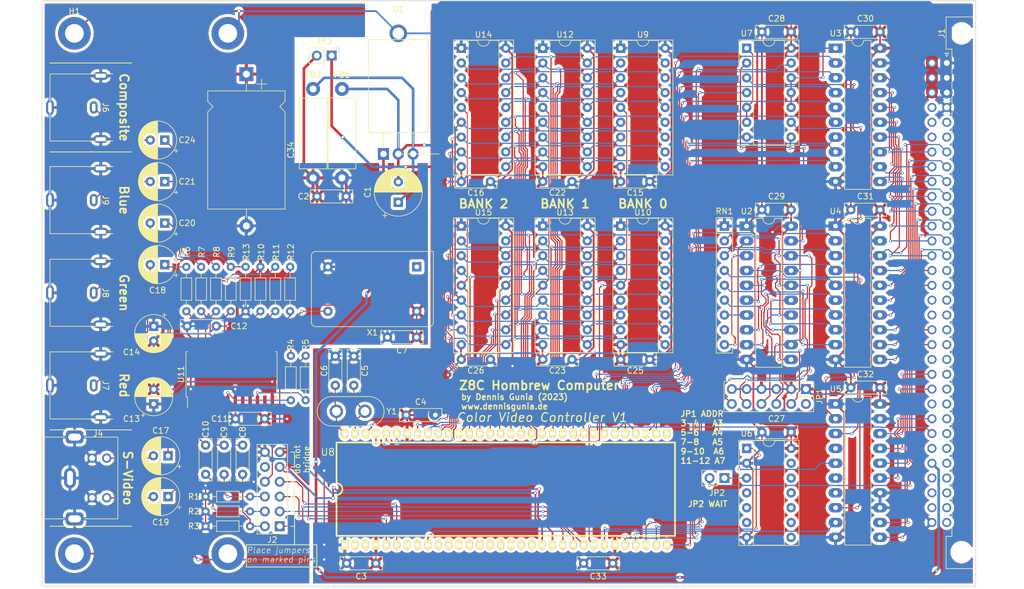
<source format=kicad_pcb>
(kicad_pcb (version 20211014) (generator pcbnew)
  (layers (0 "F.Cu" signal) (31 "B.Cu" signal) (34 "B.Paste" user) (35 "F.Paste" user) (36 "B.SilkS" user "B.Silkscreen") (37 "F.SilkS" user "F.Silkscreen") (38 "B.Mask" user) (39 "F.Mask" user) (44 "Edge.Cuts" user))
  (net 0 "")
  (net 1 "Net-(C1-Pad1)")
  (net 2 "GND")
  (net 3 "+5VA")
  (net 4 "GNDA")
  (net 5 "+5V")
  (net 6 "Net-(C8-Pad1)")
  (net 7 "Net-(C8-Pad2)")
  (net 8 "Net-(C9-Pad1)")
  (net 9 "Net-(C9-Pad2)")
  (net 10 "Net-(C10-Pad1)")
  (net 11 "Net-(C10-Pad2)")
  (net 12 "Net-(C17-Pad1)")
  (net 13 "Net-(C17-Pad2)")
  (net 14 "Net-(C18-Pad1)")
  (net 15 "/VO_RED")
  (net 16 "Net-(C19-Pad1)")
  (net 17 "Net-(C19-Pad2)")
  (net 18 "Net-(C20-Pad1)")
  (net 19 "/VO_GREEN")
  (net 20 "Net-(C21-Pad1)")
  (net 21 "/VO_BLUE")
  (net 22 "Net-(C24-Pad1)")
  (net 23 "/VO_COM")
  (net 24 "+3V3")
  (net 25 "-5V")
  (net 26 "-12V")
  (net 27 "+12V")
  (net 29 "/~{IRQ_OUT}")
  (net 30 "/~{IOREQ}")
  (net 31 "/~{MREQ}")
  (net 32 "/~{WR}")
  (net 33 "/~{RD}")
  (net 34 "/~{HALT}")
  (net 35 "/~{WAIT}")
  (net 36 "/~{M1}")
  (net 37 "/~{NMI}")
  (net 38 "/~{INT}")
  (net 39 "/CLK_CPU")
  (net 40 "/~{RESET}")
  (net 41 "/D7")
  (net 42 "/D6")
  (net 43 "/D5")
  (net 44 "/D4")
  (net 45 "/D3")
  (net 46 "/D2")
  (net 47 "/D1")
  (net 48 "/D0")
  (net 49 "/~{INT2}")
  (net 50 "/~{INT1}")
  (net 51 "/~{INT0}")
  (net 52 "/A23{slash}SDA")
  (net 53 "/A22{slash}SCL")
  (net 54 "/A21")
  (net 55 "/A20")
  (net 56 "/A19")
  (net 57 "/A18")
  (net 58 "/A17")
  (net 59 "/A16")
  (net 60 "/~{BUSACK}")
  (net 61 "/~{BUSREQ}")
  (net 62 "/A15")
  (net 63 "/A14")
  (net 64 "/A13")
  (net 65 "/A12")
  (net 66 "/A11")
  (net 67 "/A10")
  (net 68 "/A9")
  (net 69 "/A8")
  (net 70 "/A7")
  (net 71 "/A6")
  (net 72 "/A5")
  (net 73 "/A4")
  (net 74 "/A3")
  (net 75 "/A2")
  (net 76 "/A1")
  (net 77 "/A0")
  (net 78 "/~{INT3}")
  (net 79 "/MEMAQ")
  (net 80 "/RGB_B")
  (net 81 "/RGB_R")
  (net 82 "/RGB_G")
  (net 84 "Net-(JP1-Pad4)")
  (net 85 "Net-(JP1-Pad6)")
  (net 86 "Net-(JP1-Pad8)")
  (net 87 "Net-(JP1-Pad10)")
  (net 88 "Net-(JP1-Pad12)")
  (net 89 "Net-(JP2-Pad1)")
  (net 90 "Net-(R4-Pad1)")
  (net 91 "Net-(R4-Pad2)")
  (net 92 "Net-(J2-Pad8)")
  (net 93 "Net-(R5-Pad2)")
  (net 94 "Net-(R6-Pad1)")
  (net 95 "Net-(R7-Pad1)")
  (net 96 "Net-(R8-Pad1)")
  (net 97 "Net-(R9-Pad1)")
  (net 98 "Net-(R10-Pad1)")
  (net 99 "Net-(R11-Pad1)")
  (net 100 "Net-(R12-Pad1)")
  (net 101 "Net-(RN1-Pad7)")
  (net 103 "Net-(RN1-Pad9)")
  (net 104 "/~{#IOREQ}")
  (net 105 "/#A3")
  (net 106 "/#A4")
  (net 107 "/#A5")
  (net 108 "/#A6")
  (net 109 "/#A7")
  (net 110 "Net-(U2-Pad19)")
  (net 111 "BUSDIR")
  (net 112 "/#D0")
  (net 113 "/#D1")
  (net 114 "/#D2")
  (net 115 "/#D3")
  (net 116 "/#D4")
  (net 117 "/#D5")
  (net 118 "/#D6")
  (net 119 "/#D7")
  (net 120 "/#A0")
  (net 121 "/#A1")
  (net 122 "/#A2")
  (net 123 "/~{#RD}")
  (net 124 "/~{#WR}")
  (net 125 "/#CLK_CPU")
  (net 128 "/~{#M1}")
  (net 129 "/~{#RESET}")
  (net 130 "/~{VDP_WR}")
  (net 131 "/~{VDP_RD}")
  (net 132 "Net-(U7-Pad1)")
  (net 133 "/RD0")
  (net 134 "/RD1")
  (net 135 "/R{slash}W")
  (net 136 "/{slash}CAS0")
  (net 137 "/AD6")
  (net 138 "/AD5")
  (net 139 "/AD4")
  (net 140 "/AD7")
  (net 141 "/AD3")
  (net 142 "/AD2")
  (net 143 "/AD1")
  (net 144 "/AD0")
  (net 145 "/RD2")
  (net 146 "/{slash}RAS")
  (net 147 "/RD3")
  (net 148 "/RD4")
  (net 149 "/RD5")
  (net 150 "/RD6")
  (net 151 "/RD7")
  (net 153 "/{slash}CAS1")
  (net 154 "/{slash}CASX")
  (net 156 "/~{#WAIT}")
  (net 157 "/CSYNC")
  (net 160 "Net-(C5-Pad1)")
  (net 161 "Net-(C6-Pad2)")
  (net 162 "/HSYNC")
  (footprint "Connector_PinHeader_2.54mm:PinHeader_1x02_P2.54mm_Vertical" (layer "F.Cu") (at 182.88 134.62 -90)
    (fp_text reference "JP2")
    (fp_text value "JUMPER")
  )
  (footprint "Package_DIP:DIP-18_W7.62mm_Socket" (layer "F.Cu") (at 165.1 91.44)
    (fp_text reference "U10")
    (fp_text value "41464")
  )
  (footprint "Dennis:RCA_Reichelt" (layer "F.Cu") (at 67.31 102.87 -90)
    (fp_text reference "J8")
    (fp_text value "RGBOut_Green")
  )
  (footprint "Capacitor_THT:C_Rect_L7.0mm_W2.0mm_P5.00mm" (layer "F.Cu") (at 194.31 58.166 180)
    (fp_text reference "C28")
    (fp_text value "100nF")
  )
  (footprint "Capacitor_THT:C_Rect_L7.0mm_W2.0mm_P5.00mm" (layer "F.Cu") (at 209.55 119.126 180)
    (fp_text reference "C32")
    (fp_text value "100nF")
  )
  (footprint "Package_DIP:DIP-18_W7.62mm_Socket" (layer "F.Cu") (at 165.1 60.96)
    (fp_text reference "U9")
    (fp_text value "41464")
  )
  (footprint "Package_DIP:DIP-20_W7.62mm_LongPads" (layer "F.Cu") (at 186.675 91.445)
    (fp_text reference "U2")
    (fp_text value "74LS688")
  )
  (footprint "Capacitor_THT:C_Rect_L7.0mm_W2.0mm_P5.00mm" (layer "F.Cu") (at 209.55 88.646 180)
    (fp_text reference "C31")
    (fp_text value "100nF")
  )
  (footprint "Resistor_THT:R_Axial_DIN0204_L3.6mm_D1.6mm_P7.62mm_Horizontal" (layer "F.Cu") (at 93.98 137.795)
    (fp_text reference "R1")
    (fp_text value "470R")
  )
  (footprint "Capacitor_THT:C_Rect_L7.0mm_W2.0mm_P5.00mm" (layer "F.Cu") (at 194.31 88.646 180)
    (fp_text reference "C29")
    (fp_text value "100nF")
  )
  (footprint "Capacitor_THT:CP_Radial_D6.3mm_P2.50mm" (layer "F.Cu") (at 85.09 108.625 -90)
    (fp_text reference "C14")
    (fp_text value "47uF")
  )
  (footprint "Capacitor_THT:CP_Radial_D6.3mm_P2.50mm" (layer "F.Cu") (at 85.09 121.92 90)
    (fp_text reference "C13")
    (fp_text value "47uF")
  )
  (footprint "Resistor_THT:R_Axial_DIN0204_L3.6mm_D1.6mm_P7.62mm_Horizontal" (layer "F.Cu") (at 93.218 106.045 90)
    (fp_text reference "R7")
    (fp_text value "75")
  )
  (footprint "Package_SO:SOIC-24W_7.5x15.4mm_P1.27mm" (layer "F.Cu") (at 98.425 116.84 90)
    (fp_text reference "U11")
    (fp_text value "CXA2075M")
  )
  (footprint "Package_DIP:DIP-14_W7.62mm_Socket" (layer "F.Cu") (at 186.69 129.54)
    (fp_text reference "U6")
    (fp_text value "74HC125")
  )
  (footprint "Capacitor_THT:CP_Axial_L20.0mm_D13.0mm_P26.00mm_Horizontal" (layer "F.Cu") (at 100.965 65.405 -90)
    (fp_text reference "C34")
    (fp_text value "2200uF")
  )
  (footprint "" (layer "F.Cu") (at 97.79 147.574)
    (fp_text reference "")
    (fp_text value "")
  )
  (footprint "Dennis:SDIP64" (layer "F.Cu") (at 145.415 136.525)
    (fp_text reference "U8")
    (fp_text value "V9958" hide)
  )
  (footprint "Resistor_THT:R_Array_SIP9" (layer "F.Cu") (at 182.88 91.44 -90)
    (fp_text reference "RN1")
    (fp_text value "R_Network08")
  )
  (footprint "Capacitor_THT:C_Rect_L7.0mm_W2.0mm_P5.00mm" (layer "F.Cu") (at 95.805 108.585 180)
    (fp_text reference "C12")
    (fp_text value "100nF")
  )
  (footprint "Capacitor_THT:CP_Radial_D6.3mm_P2.50mm" (layer "F.Cu") (at 87.54238 137.795 180)
    (fp_text reference "C19")
    (fp_text value "220uF")
  )
  (footprint "Capacitor_THT:C_Rect_L7.0mm_W2.0mm_P5.00mm" (layer "F.Cu") (at 97.155 133.985 90)
    (fp_text reference "C9")
    (fp_text value "100nF")
  )
  (footprint "Dennis:RCA_Reichelt" (layer "F.Cu") (at 67.31 86.995 -90)
    (fp_text reference "J9")
    (fp_text value "RGBOut_Blue")
  )
  (footprint "Resistor_THT:R_Axial_DIN0204_L3.6mm_D1.6mm_P7.62mm_Horizontal" (layer "F.Cu") (at 95.758 106.045 90)
    (fp_text reference "R8")
    (fp_text value "75")
  )
  (footprint "" (layer "F.Cu") (at 71.501 147.574)
    (fp_text reference "")
    (fp_text value "")
  )
  (footprint "Capacitor_THT:C_Rect_L7.0mm_W2.0mm_P5.00mm" (layer "F.Cu") (at 93.98 133.985 90)
    (fp_text reference "C10")
    (fp_text value "100nF")
  )
  (footprint "Capacitor_THT:C_Rect_L7.0mm_W2.0mm_P5.00mm" (layer "F.Cu") (at 165.1 114.3)
    (fp_text reference "C25")
    (fp_text value "100nF")
  )
  (footprint "Resistor_THT:R_Axial_DIN0204_L3.6mm_D1.6mm_P7.62mm_Horizontal" (layer "F.Cu") (at 108.458 106.045 90)
    (fp_text reference "R12")
    (fp_text value "75")
  )
  (footprint "Crystal:Crystal_HC50_Vertical" (layer "F.Cu") (at 121.285 123.19 180)
    (fp_text reference "Y1")
    (fp_text value "21.477MHz")
  )
  (footprint "Resistor_THT:R_Axial_DIN0204_L3.6mm_D1.6mm_P7.62mm_Horizontal" (layer "F.Cu") (at 93.98 140.335)
    (fp_text reference "R2")
    (fp_text value "470R")
  )
  (footprint "Capacitor_THT:CP_Radial_D6.3mm_P2.50mm" (layer "F.Cu") (at 86.995 76.708 180)
    (fp_text reference "C24")
    (fp_text value "220uF")
  )
  (footprint "Connector_DIN:DIN41612_Q_2x32_Male_Horizontal_THT" (layer "F.Cu") (at 220.98 63.5 -90)
    (fp_text reference "J1")
    (fp_text value "Conn_02x32_Row_Letter_First")
  )
  (footprint "Capacitor_THT:CP_Radial_D6.3mm_P2.50mm" (layer "F.Cu") (at 86.995 98.044 180)
    (fp_text reference "C18")
    (fp_text value "220uF")
  )
  (footprint "Resistor_THT:R_Axial_DIN0204_L3.6mm_D1.6mm_P7.62mm_Horizontal" (layer "F.Cu") (at 103.378 106.045 90)
    (fp_text reference "R10")
    (fp_text value "2k61")
  )
  (footprint "Capacitor_THT:C_Rect_L7.0mm_W2.0mm_P5.00mm" (layer "F.Cu") (at 113.07 86.36)
    (fp_text reference "C2")
    (fp_text value "100nF")
  )
  (footprint "Package_DIP:DIP-20_W7.62mm_LongPads" (layer "F.Cu") (at 201.93 60.96)
    (fp_text reference "U3")
    (fp_text value "74HC245")
  )
  (footprint "Capacitor_THT:C_Rect_L7.0mm_W2.0mm_P5.00mm" (layer "F.Cu") (at 104.1 124.46 180)
    (fp_text reference "C11")
    (fp_text value "100nF")
  )
  (footprint "Capacitor_THT:C_Rect_L7.0mm_W2.0mm_P5.00mm" (layer "F.Cu") (at 116.205 113.745 -90)
    (fp_text reference "C6")
    (fp_text value "22pF")
  )
  (footprint "Resistor_THT:R_Axial_DIN0204_L3.6mm_D1.6mm_P7.62mm_Horizontal" (layer "F.Cu") (at 98.298 106.045 90)
    (fp_text reference "R9")
    (fp_text value "43")
  )
  (footprint "Package_DIP:DIP-20_W7.62mm_LongPads" (layer "F.Cu") (at 201.915 91.44)
    (fp_text reference "U4")
    (fp_text value "74HC245")
  )
  (footprint "Capacitor_THT:C_Rect_L7.0mm_W2.0mm_P5.00mm" (layer "F.Cu") (at 151.765 83.82)
    (fp_text reference "C22")
    (fp_text value "100nF")
  )
  (footprint "Resistor_THT:R_Axial_DIN0414_L11.9mm_D4.5mm_P15.24mm_Horizontal" (layer "F.Cu") (at 112.395 67.945 -90)
    (fp_text reference "FB2")
    (fp_text value "FerriteBead")
  )
  (footprint "Resistor_THT:R_Axial_DIN0204_L3.6mm_D1.6mm_P7.62mm_Horizontal" (layer "F.Cu") (at 105.918 106.045 90)
    (fp_text reference "R11")
    (fp_text value "75")
  )
  (footprint "Package_DIP:DIP-18_W7.62mm_Socket" (layer "F.Cu") (at 151.765 91.44)
    (fp_text reference "U13")
    (fp_text value "41464")
  )
  (footprint "Capacitor_THT:C_Rect_L7.0mm_W2.0mm_P5.00mm" (layer "F.Cu") (at 194.31 126.746 180)
    (fp_text reference "C27")
    (fp_text value "100nF")
  )
  (footprint "Package_DIP:DIP-18_W7.62mm_Socket" (layer "F.Cu") (at 137.795 91.44)
    (fp_text reference "U15")
    (fp_text value "41464")
  )
  (footprint "Package_TO_SOT_THT:TO-220-3_Horizontal_TabDown" (layer "F.Cu") (at 124.46 79.08)
    (fp_text reference "U1")
    (fp_text value "L7805")
  )
  (footprint "Package_DIP:DIP-14_W7.62mm_Socket" (layer "F.Cu") (at 186.69 60.96)
    (fp_text reference "U7")
    (fp_text value "74HC02")
  )
  (footprint "Capacitor_THT:CP_Radial_D8.0mm_P3.50mm" (layer "F.Cu") (at 127 87.377651 90)
    (fp_text reference "C1")
    (fp_text value "470uF")
  )
  (footprint "Capacitor_THT:C_Rect_L7.0mm_W2.0mm_P5.00mm" (layer "F.Cu") (at 123.15 149.225 180)
    (fp_text reference "C3")
    (fp_text value "100nF")
  )
  (footprint "Dennis:MINIDIN4_SVIDEO" (layer "F.Cu") (at 80.645 134.62 90)
    (fp_text reference "J4")
    (fp_text value "S-VIDEO Out")
  )
  (footprint "Resistor_THT:R_Axial_DIN0204_L3.6mm_D1.6mm_P7.62mm_Horizontal" (layer "F.Cu") (at 93.98 142.875)
    (fp_text reference "R3")
    (fp_text value "470R")
  )
  (footprint "Capacitor_THT:C_Rect_L7.0mm_W2.0mm_P5.00mm" (layer "F.Cu") (at 137.795 83.82)
    (fp_text reference "C16")
    (fp_text value "100nF")
  )
  (footprint "Connector_PinHeader_2.54mm:PinHeader_1x02_P2.54mm_Vertical" (layer "F.Cu") (at 115.575 62.23 -90)
    (fp_text reference "JP3")
    (fp_text value "JUMPER")
  )
  (footprint "Resistor_THT:R_Axial_DIN0204_L3.6mm_D1.6mm_P7.62mm_Horizontal" (layer "F.Cu") (at 100.838 106.045 90)
    (fp_text reference "R13")
    (fp_text value "240")
  )
  (footprint "Resistor_THT:R_Axial_DIN0414_L11.9mm_D4.5mm_P15.24mm_Horizontal" (layer "F.Cu") (at 117.348 67.945 -90)
    (fp_text reference "FB1")
    (fp_text value "FerriteBead")
  )
  (footprint "Dennis:RCA_Reichelt" (layer "F.Cu") (at 67.31 118.745 -90)
    (fp_text reference "J7")
    (fp_text value "RGBOut_Red")
  )
  (footprint "Package_DIP:DIP-18_W7.62mm_Socket" (layer "F.Cu") (at 151.765 60.96)
    (fp_text reference "U12")
    (fp_text value "41464")
  )
  (footprint "Capacitor_THT:C_Rect_L7.0mm_W2.0mm_P5.00mm" (layer "F.Cu") (at 165.1 83.82)
    (fp_text reference "C15")
    (fp_text value "100nF")
  )
  (footprint "Capacitor_THT:CP_Radial_D6.3mm_P2.50mm" (layer "F.Cu") (at 86.995 90.932 180)
    (fp_text reference "C20")
    (fp_text value "220uF")
  )
  (footprint "Capacitor_THT:C_Rect_L7.0mm_W2.0mm_P5.00mm" (layer "F.Cu") (at 119.38 118.745 90)
    (fp_text reference "C5")
    (fp_text value "22pF")
  )
  (footprint "Resistor_THT:R_Axial_DIN0204_L3.6mm_D1.6mm_P7.62mm_Horizontal" (layer "F.Cu") (at 108.585 113.665 -90)
    (fp_text reference "R4")
    (fp_text value "2k2")
  )
  (footprint "Resistor_THT:R_Axial_DIN0204_L3.6mm_D1.6mm_P7.62mm_Horizontal" (layer "F.Cu") (at 111.125 113.665 -90)
    (fp_text reference "R5")
    (fp_text value "2k2")
  )
  (footprint "Package_DIP:DIP-20_W7.62mm_LongPads" (layer "F.Cu") (at 201.93 121.92)
    (fp_text reference "U5")
    (fp_text value "74HC245")
  )
  (footprint "Capacitor_THT:CP_Radial_D6.3mm_P2.50mm" (layer "F.Cu") (at 87.54238 130.81 180)
    (fp_text reference "C17")
    (fp_text value "220uF")
  )
  (footprint "Connector_PinHeader_2.54mm:PinHeader_2x06_P2.54mm_Vertical" (layer "F.Cu") (at 106.68 142.875 180)
    (fp_text reference "J2")
    (fp_text value "Conn_02x05_Counter_Clockwise")
  )
  (footprint "" (layer "F.Cu") (at 97.79 58.42)
    (fp_text reference "")
    (fp_text value "")
  )
  (footprint "Capacitor_THT:C_Rect_L7.0mm_W2.0mm_P5.00mm" (layer "F.Cu") (at 137.795 114.3)
    (fp_text reference "C26")
    (fp_text value "100nF")
  )
  (footprint "Capacitor_THT:C_Rect_L7.0mm_W2.0mm_P5.00mm" (layer "F.Cu") (at 151.765 114.3)
    (fp_text reference "C23")
    (fp_text value "100nF")
  )
  (footprint "Oscillator:Oscillator_DIP-14" (layer "F.Cu") (at 130.175 98.425 180)
    (fp_text reference "X1")
    (fp_text value "ACO-xxxMHz")
  )
  (footprint "Capacitor_THT:C_Rect_L7.0mm_W2.0mm_P5.00mm" (layer "F.Cu") (at 100.33 133.985 90)
    (fp_text reference "C8")
    (fp_text value "100nF")
  )
  (footprint "Resistor_THT:R_Axial_DIN0204_L3.6mm_D1.6mm_P7.62mm_Horizontal" (layer "F.Cu") (at 90.678 106.045 90)
    (fp_text reference "R6")
    (fp_text value "75")
  )
  (footprint "Capacitor_THT:C_Rect_L7.0mm_W2.0mm_P5.00mm" (layer "F.Cu") (at 209.55 58.166 180)
    (fp_text reference "C30")
    (fp_text value "100nF")
  )
  (footprint "Capacitor_THT:C_Rect_L7.0mm_W2.0mm_P5.00mm" (layer "F.Cu") (at 128.35 123.825)
    (fp_text reference "C4")
    (fp_text value "100nF")
  )
  (footprint "Dennis:RCA_Reichelt" (layer "F.Cu") (at 67.31 71.12 -90)
    (fp_text reference "J6")
    (fp_text value "Composite Out")
  )
  (footprint "Capacitor_THT:C_Rect_L7.0mm_W2.0mm_P5.00mm" (layer "F.Cu") (at 163.75 149.225 180)
    (fp_text reference "C33")
    (fp_text value "100nF")
  )
  (footprint "Package_DIP:DIP-18_W7.62mm_Socket" (layer "F.Cu") (at 137.795 60.96)
    (fp_text reference "U14")
    (fp_text value "41464")
  )
  (footprint "Capacitor_THT:C_Rect_L7.0mm_W2.0mm_P5.00mm" (layer "F.Cu") (at 130.135 110.49 180)
    (fp_text reference "C7")
    (fp_text value "100nF")
  )
  (footprint "MountingHole:MountingHole_3.2mm_M3_DIN965_Pad" (layer "F.Cu") (at 71.501 58.42)
    (fp_text reference "H1")
    (fp_text value "MountingHole_Pad")
  )
  (footprint "Connector_PinHeader_2.54mm:PinHeader_2x06_P2.54mm_Vertical" (layer "F.Cu") (at 196.85 119.375 -90)
    (fp_text reference "JP1")
    (fp_text value "Conn_02x06_Odd_Even")
  )
  (footprint "Capacitor_THT:CP_Radial_D6.3mm_P2.50mm" (layer "F.Cu") (at 86.995 83.82 180)
    (fp_text reference "C21")
    (fp_text value "220uF")
  )
  (gr_line (start 108.585 140.335) (end 109.22 140.335) (layer "F.SilkS") (width 0.15))
  (gr_line (start 113.03 146.05) (end 109.22 146.05) (layer "F.SilkS") (width 0.15))
  (gr_line (start 108.585 130.175) (end 109.22 130.175) (layer "F.SilkS") (width 0.15))
  (gr_line (start 113.03 149.86) (end 113.03 146.05) (layer "F.SilkS") (width 0.15))
  (gr_line (start 100.965 149.86) (end 113.03 149.86) (layer "F.SilkS") (width 0.15))
  (gr_line (start 67.31 78.74) (end 81.28 78.74) (layer "F.SilkS") (width 0.15))
  (gr_line (start 109.22 142.875) (end 109.22 146.05) (layer "F.SilkS") (width 0.15))
  (gr_line (start 109.22 140.335) (end 109.22 137.795) (layer "F.SilkS") (width 0.15))
  (gr_line (start 67.31 63.5) (end 81.28 63.5) (layer "F.SilkS") (width 0.15))
  (gr_line (start 109.22 137.795) (end 108.585 137.795) (layer "F.SilkS") (width 0.15))
  (gr_line (start 109.22 140.335) (end 108.585 140.335) (layer "F.SilkS") (width 0.15))
  (gr_line (start 109.22 137.795) (end 109.22 135.255) (layer "F.SilkS") (width 0.15))
  (gr_line (start 67.31 126.365) (end 81.28 126.365) (layer "F.SilkS") (width 0.15))
  (gr_line (start 108.585 142.875) (end 109.22 142.875) (layer "F.SilkS") (width 0.15))
  (gr_line (start 100.965 146.05) (end 100.965 149.86) (layer "F.SilkS") (width 0.15))
  (gr_line (start 108.585 137.795) (end 109.22 137.795) (layer "F.SilkS") (width 0.15))
  (gr_line (start 109.22 132.715) (end 108.585 132.715) (layer "F.SilkS") (width 0.15))
  (gr_line (start 109.22 130.175) (end 109.22 132.715) (layer "F.SilkS") (width 0.15))
  (gr_line (start 109.22 135.255) (end 108.585 135.255) (layer "F.SilkS") (width 0.15))
  (gr_line (start 109.22 146.05) (end 100.965 146.05) (layer "F.SilkS") (width 0.15))
  (gr_line (start 109.22 142.875) (end 109.22 140.335) (layer "F.SilkS") (width 0.15))
  (gr_line (start 67.31 142.875) (end 81.28 142.875) (layer "F.SilkS") (width 0.15))
  (gr_line locked (start 65.919 153.162) (end 225.939 153.162) (layer "Edge.Cuts") (width 0.1))
  (gr_line locked (start 225.939 52.832) (end 65.919 52.832) (layer "Edge.Cuts") (width 0.1))
  (gr_line locked (start 225.939 153.162) (end 225.939 52.832) (layer "Edge.Cuts") (width 0.1))
  (gr_line locked (start 65.919 52.832) (end 65.919 153.162) (layer "Edge.Cuts") (width 0.1))
  (gr_text "Blue" (at 80.01 86.995 270) (layer "F.SilkS") (effects (font (size 1.5 1.5) (thickness 0.3))))
  (gr_text "BANK 0" (at 168.91 87.63) (layer "F.SilkS") (effects (font (size 1.5 1.5) (thickness 0.3))))
  (gr_text "do not\nbridge" (at 110.49 131.445 90) (layer "F.SilkS") (effects (font (size 1 1))))
  (gr_text "Composite" (at 80.01 71.12 270) (layer "F.SilkS") (effects (font (size 1.5 1.5) (thickness 0.3))))
  (gr_text "Z8C Hombrew Computer" (at 151.13 118.745) (layer "F.SilkS") (effects (font (size 1.5 1.5) (thickness 0.3))))
  (gr_text "by Dennis Gunia (2023)\nwww.dennisgunia.de" (at 137.668 121.539) (layer "F.SilkS") (effects (font (size 1 1) (thickness 0.2)) (justify left)))
  (gr_text "Place jumpers\non marked pins\n\n" (at 100.965 148.59) (layer "F.SilkS") (effects (font (size 1 1) (thickness 0.1) italic) (justify left)))
  (gr_text "BANK 1" (at 155.575 87.63) (layer "F.SilkS") (effects (font (size 1.5 1.5) (thickness 0.3))))
  (gr_text "BANK 2" (at 141.605 87.63) (layer "F.SilkS") (effects (font (size 1.5 1.5) (thickness 0.3))))
  (gr_text "Color Video Controller V1" (at 151.6126 124.2314) (layer "F.SilkS") (effects (font (size 1.5 1.5) (thickness 0.2) italic)))
  (gr_text "JP2 WAIT" (at 176.53 139.065) (layer "F.SilkS") (effects (font (size 1 1) (thickness 0.2)) (justify left)))
  (gr_text "Red" (at 80.01 118.745 270) (layer "F.SilkS") (effects (font (size 1.5 1.5) (thickness 0.3))))
  (gr_text "S-Video" (at 80.645 134.62 270) (layer "F.SilkS") (effects (font (size 1.5 1.5) (thickness 0.3))))
  (gr_text "Green" (at 80.01 102.87 270) (layer "F.SilkS") (effects (font (size 1.5 1.5) (thickness 0.3))))
  (gr_text "JP1 ADDR\n3-4   A3\n5-6   A4\n7-8   A5\n9-10  A6\n11-12 A7\n" (at 175.26 127.635) (layer "F.SilkS") (effects (font (size 1 1) (thickness 0.2)) (justify left)))
  (segment (start 114.3 66.04) (end 112.395 67.945) (width 0.45) (layer "B.Cu") (net 1))
  (segment (start 129.54 84.837651) (end 129.54 79.08) (width 0.45) (layer "B.Cu") (net 1))
  (segment (start 129.54 67.945) (end 127.635 66.04) (width 0.45) (layer "B.Cu") (net 1))
  (segment (start 127 87.377651) (end 129.54 84.837651) (width 0.45) (layer "B.Cu") (net 1))
  (segment (start 129.54 79.08) (end 129.54 67.945) (width 0.45) (layer "B.Cu") (net 1))
  (segment (start 127.635 66.04) (end 114.3 66.04) (width 0.45) (layer "B.Cu") (net 1))
  (segment (start 171.678214 114.325786) (end 173.761786 112.242214) (width 0.3) (layer "F.Cu") (net 2))
  (segment (start 117.825 146.0754) (end 117.825 148.9) (width 0.2) (layer "F.Cu") (net 2))
  (segment (start 203.43192 143.27808) (end 203.43192 123.42192) (width 0.3) (layer "F.Cu") (net 2))
  (segment (start 186.675 91.281) (end 186.675 91.445) (width 0.3) (layer "F.Cu") (net 2))
  (segment (start 189.31 58.166) (end 189.31 76.28) (width 0.3) (layer "F.Cu") (net 2))
  (segment (start 201.915 114.3) (end 203.41692 112.79808) (width 0.3) (layer "F.Cu") (net 2))
  (segment (start 171.738339 83.82) (end 173.821911 81.736428) (width 0.3) (layer "F.Cu") (net 2))
  (segment (start 156.765 83.82) (end 158.403339 83.82) (width 0.3) (layer "F.Cu") (net 2))
  (segment (start 204.55 116.935) (end 201.915 114.3) (width 0.3) (layer "F.Cu") (net 2))
  (segment (start 127 79.08) (end 128.483 77.597) (width 0.45) (layer "F.Cu") (net 2))
  (segment (start 173.821911 81.736428) (end 173.821911 62.061911) (width 0.3) (layer "F.Cu") (net 2))
  (segment (start 158.343214 114.325786) (end 160.467875 112.201125) (width 0.3) (layer "F.Cu") (net 2))
  (segment (start 144.433339 83.82) (end 146.516911 81.736428) (width 0.3) (layer "F.Cu") (net 2))
  (segment (start 173.761786 92.567697) (end 172.659875 91.465786) (width 0.3) (layer "F.Cu") (net 2))
  (segment (start 204.55 81.2) (end 204.55 58.166) (width 0.3) (layer "F.Cu") (net 2))
  (segment (start 187.841911 125.277911) (end 189.31 126.746) (width 0.3) (layer "F.Cu") (net 2))
  (segment (start 75.311 54.61) (end 78.105 54.61) (width 0.3) (layer "F.Cu") (net 2))
  (segment (start 203.41692 112.79808) (end 203.41692 92.94192) (width 0.3) (layer "F.Cu") (net 2))
  (segment (start 160.467875 92.608786) (end 159.324875 91.465786) (width 0.3) (layer "F.Cu") (net 2))
  (segment (start 189.31 129.46) (end 186.69 132.08) (width 0.3) (layer "F.Cu") (net 2))
  (segment (start 170.1 83.82) (end 171.738339 83.82) (width 0.3) (layer "F.Cu") (net 2))
  (segment (start 189.23 76.2) (end 189.31 76.28) (width 0.3) (layer "F.Cu") (net 2))
  (segment (start 146.516911 62.061911) (end 145.415 60.96) (width 0.3) (layer "F.Cu") (net 2))
  (segment (start 158.403339 83.82) (end 160.528 81.695339) (width 0.3) (layer "F.Cu") (net 2))
  (segment (start 203.41692 92.94192) (end 201.915 91.44) (width 0.3) (layer "F.Cu") (net 2))
  (segment (start 146.516911 81.736428) (end 146.516911 62.061911) (width 0.3) (layer "F.Cu") (net 2))
  (segment (start 201.93 144.78) (end 203.43192 143.27808) (width 0.3) (layer "F.Cu") (net 2))
  (segment (start 78.105 54.61) (end 99.695 54.61) (width 0.3) (layer "F.Cu") (net 2))
  (segment (start 173.821911 62.061911) (end 172.72 60.96) (width 0.3) (layer "F.Cu") (net 2))
  (segment (start 127 79.08) (end 127 83.877651) (width 0.45) (layer "F.Cu") (net 2))
  (segment (start 201.93 83.82) (end 204.55 81.2) (width 0.3) (layer "F.Cu") (net 2))
  (segment (start 204.55 88.646) (end 204.55 86.44) (width 0.3) (layer "F.Cu") (net 2))
  (segment (start 91.694 147.574) (end 92.71 148.59) (width 0.3) (layer "F.Cu") (net 2))
  (segment (start 189.31 88.646) (end 186.675 91.281) (width 0.3) (layer "F.Cu") (net 2))
  (segment (start 156.704875 114.325786) (end 158.343214 114.325786) (width 0.3) (layer "F.Cu") (net 2))
  (segment (start 160.528 62.103) (end 159.385 60.96) (width 0.3) (layer "F.Cu") (net 2))
  (segment (start 71.501 147.574) (end 91.694 147.574) (width 0.3) (layer "F.Cu") (net 2))
  (segment (start 201.93 121.92) (end 201.93 121.746) (width 0.3) (layer "F.Cu") (net 2))
  (segment (start 173.761786 112.242214) (end 173.761786 92.567697) (width 0.3) (layer "F.Cu") (net 2))
  (segment (start 204.55 86.44) (end 201.93 83.82) (width 0.3) (layer "F.Cu") (net 2))
  (segment (start 170.039875 114.325786) (end 171.678214 114.325786) (width 0.3) (layer "F.Cu") (net 2))
  (segment (start 186.69 144.78) (end 187.791911 143.678089) (width 0.3) (layer "F.Cu") (net 2))
  (segment (start 187.841911 115.471911) (end 187.841911 125.277911) (width 0.3) (layer "F.Cu") (net 2))
  (segment (start 186.675 114.305) (end 187.841911 115.471911) (width 0.3) (layer "F.Cu") (net 2))
  (segment (start 189.31 126.746) (end 189.31 129.46) (width 0.3) (layer "F.Cu") (net 2))
  (segment (start 188.17692 92.94692) (end 188.17692 112.80308) (width 0.3) (layer "F.Cu") (net 2))
  (segment (start 201.915 91.44) (end 201.915 91.281) (width 0.3) (layer "F.Cu") (net 2))
  (segment (start 146.456786 92.567697) (end 145.354875 91.465786) (width 0.3) (layer "F.Cu") (net 2))
  (segment (start 160.528 81.695339) (end 160.528 62.103) (width 0.3) (layer "F.Cu") (net 2))
  (segment (start 187.791911 133.181911) (end 186.69 132.08) (width 0.3) (layer "F.Cu") (net 2))
  (segment (start 201.93 121.746) (end 204.55 119.126) (width 0.3) (layer "F.Cu") (net 2))
  (segment (start 114.3 148.59) (end 114.3 146.05) (width 0.3) (layer "F.Cu") (net 2))
  (segment (start 186.69 76.2) (end 189.23 76.2) (width 0.3) (layer "F.Cu") (net 2))
  (segment (start 142.795 83.82) (end 144.433339 83.82) (width 0.3) (layer "F.Cu") (net 2))
  (segment (start 146.456786 111.226214) (end 146.456786 92.567697) (width 0.3) (layer "F.Cu") (net 2))
  (segment (start 71.501 58.42) (end 75.311 54.61) (width 0.3) (layer "F.Cu") (net 2))
  (segment (start 160.467875 112.201125) (end 160.467875 92.608786) (width 0.3) (layer "F.Cu") (net 2))
  (segment (start 204.55 119.126) (end 204.55 116.935) (width 0.3) (layer "F.Cu") (net 2))
  (segment (start 117.825 148.9) (end 118.15 149.225) (width 0.2) (layer "F.Cu") (net 2))
  (segment (start 128.483 77.597) (end 131.445 77.597) (width 0.45) (layer "F.Cu") (net 2))
  (segment (start 146.456786 111.226214) (end 146.573303 111.342731) (width 0.3) (layer "F.Cu") (net 2))
  (segment (start 189.31 76.28) (end 189.31 88.646) (width 0.3) (layer "F.Cu") (net 2))
  (segment (start 188.17692 112.80308) (end 186.675 114.305) (width 0.3) (layer "F.Cu") (net 2))
  (segment (start 146.573303 111.342731) (end 146.573303 115.427697) (width 0.3) (layer "F.Cu") (net 2))
  (segment (start 114.3 146.05) (end 114.3 133.35) (width 0.2) (layer "F.Cu") (net 2))
  (segment (start 186.675 91.445) (end 188.17692 92.94692) (width 0.3) (layer "F.Cu") (net 2))
  (segment (start 201.915 91.281) (end 204.55 88.646) (width 0.3) (layer "F.Cu") (net 2))
  (segment (start 187.791911 143.678089) (end 187.791911 133.181911) (width 0.3) (layer "F.Cu") (net 2))
  (segment (start 203.43192 123.42192) (end 201.93 121.92) (width 0.3) (layer "F.Cu") (net 2))
  (via (at 146.573303 115.427697) (size 0.6) (drill 0.4) (layers "F.Cu" "B.Cu") (net 2))
  (via (at 131.445 77.597) (size 0.6) (drill 0.4) (layers "F.Cu" "B.Cu") (net 2))
  (via (at 114.3 148.59) (size 0.6) (drill 0.4) (layers "F.Cu" "B.Cu") (net 2))
  (via (at 114.3 133.35) (size 0.6) (drill 0.4) (layers "F.Cu" "B.Cu") (net 2))
  (via (at 99.695 54.61) (size 0.6) (drill 0.4) (layers "F.Cu" "B.Cu") (net 2))
  (via (at 114.3 146.05) (size 0.6) (drill 0.4) (layers "F.Cu" "B.Cu") (net 2))
  (via (at 92.71 148.59) (size 0.6) (drill 0.4) (layers "F.Cu" "B.Cu") (net 2))
  (segment (start 133.604 77.597) (end 133.604 90.932) (width 2) (layer "B.Cu") (net 2))
  (segment (start 99.695 54.61) (end 123.19 54.61) (width 0.3) (layer "B.Cu") (net 2))
  (segment (start 141.693089 84.921911) (end 134.070911 84.921911) (width 0.3) (layer "B.Cu") (net 2))
  (segment (start 133.223 58.42) (end 133.604 58.039) (width 0.3) (layer "B.Cu") (net 2))
  (segment (start 155.602964 115.427697) (end 156.704875 114.325786) (width 0.3) (layer "B.Cu") (net 2))
  (segment (start 157.806786 115.427697) (end 168.937964 115.427697) (width 0.3) (layer "B.Cu") (net 2))
  (segment (start 123.19 54.61) (end 127 58.42) (width 0.3) (layer "B.Cu") (net 2))
  (segment (start 139.366 117.729) (end 133.604 117.729) (width 0.3) (layer "B.Cu") (net 2))
  (segment (start 134.63598 53.83202) (end 133.604 54.864) (width 2) (layer "B.Cu") (net 2))
  (segment (start 133.604 123.288146) (end 133.208573 123.683573) (width 2) (layer "B.Cu") (net 2))
  (segment (start 116.205 113.745) (end 119.38 113.745) (width 0.2) (layer "B.Cu") (net 2))
  (segment (start 137.795 91.44) (end 134.112 91.44) (width 0.3) (layer "B.Cu") (net 2))
  (segment (start 92.71 148.59) (end 97.663 148.59) (width 0.3) (layer "B.Cu") (net 2))
  (segment (start 220.845479 57.015479) (end 217.66202 53.83202) (width 2) (layer "B.Cu") (net 2))
  (segment (start 114.3 115.65) (end 116.205 113.745) (width 0.2) (layer "B.Cu") (net 2))
  (segment (start 127 69.85) (end 125.095 67.945) (width 0.45) (layer "B.Cu") (net 2))
  (segment (start 97.79 147.574) (end 97.79 148.463) (width 0.3) (layer "B.Cu") (net 2))
  (segment (start 155.663089 84.921911) (end 156.765 83.82) (width 0.3) (layer "B.Cu") (net 2))
  (segment (start 134.366 60.96) (end 133.604 61.722) (width 0.3) (layer "B.Cu") (net 2))
  (segment (start 220.98 68.58) (end 220.845479 68.445479) (width 2) (layer "B.Cu") (net 2))
  (segment (start 114.3 133.35) (end 114.3 115.65) (width 0.2) (layer "B.Cu") (net 2))
  (segment (start 157.866911 84.921911) (end 168.998089 84.921911) (width 0.3) (layer "B.Cu") (net 2))
  (segment (start 142.795 83.82) (end 143.896911 84.921911) (width 0.3) (layer "B.Cu") (net 2))
  (segment (start 137.795 60.96) (end 172.72 60.96) (width 0.3) (layer "B.Cu") (net 2))
  (segment (start 114.3254 146.0754) (end 114.3 146.05) (width 0.2) (layer "B.Cu") (net 2))
  (segment (start 133.604 113.665) (end 133.604 123.288146) (width 2) (layer "B.Cu") (net 2))
  (segment (start 137.795 60.96) (end 134.366 60.96) (width 0.3) (layer "B.Cu") (net 2))
  (segment (start 146.573303 115.427697) (end 155.602964 115.427697) (width 0.3) (layer "B.Cu") (net 2))
  (segment (start 186.67 91.44) (end 186.675 91.445) (width 0.3) (layer "B.Cu") (net 2))
  (segment (start 134.070911 84.921911) (end 133.604 84.455) (width 0.3) (layer "B.Cu") (net 2))
  (segment (start 168.998089 84.921911) (end 170.1 83.82) (width 0.3) (layer "B.Cu") (net 2))
  (segment (start 117.825 146.0754) (end 114.3254 146.0754) (width 0.2) (layer "B.Cu") (net 2))
  (segment (start 133.604 61.722) (end 133.604 77.597) (width 2) (layer "B.Cu") (net 2))
  (segment (start 142.795 114.3) (end 139.366 117.729) (width 0.3) (layer "B.Cu") (net 2))
  (segment (start 156.704875 114.325786) (end 157.806786 115.427697) (width 0.3) (layer "B.Cu") (net 2))
  (segment (start 131.445 77.597) (end 133.604 77.597) (width 0.45) (layer "B.Cu") (net 2))
  (segment (start 133.604 54.864) (end 133.604 58.039) (width 2) (layer "B.Cu") (net 2))
  (segment (start 220.845479 68.445479) (end 220.845479 57.015479) (width 2) (layer "B.Cu") (net 2))
  (segment (start 119.38 113.745) (end 133.524 113.745) (width 0.2) (layer "B.Cu") (net 2))
  (segment (start 137.734875 91.465786) (end 172.659875 91.465786) (width 0.3) (layer "B.Cu") (net 2))
  (segment (start 182.88 91.44) (end 186.67 91.44) (width 0.3) (layer "B.Cu") (net 2))
  (segment (start 217.66202 53.83202) (end 134.63598 53.83202) (width 2) (layer "B.Cu") (net 2))
  (segment (start 168.937964 115.427697) (end 170.039875 114.325786) (width 0.3) (layer "B.Cu") (net 2))
  (segment (start 97.79 148.463) (end 97.663 148.59) (width 0.3) (layer "B.Cu") (net 2))
  (segment (start 134.112 91.44) (end 133.604 90.932) (width 0.3) (layer "B.Cu") (net 2))
  (segment (start 125.095 67.945) (end 118.11 67.945) (width 0.45) (layer "B.Cu") (net 2))
  (segment (start 99.695 56.515) (end 99.695 54.61) (width 0.3) (layer "B.Cu") (net 2))
  (segment (start 133.604 58.039) (end 133.604 61.722) (width 2) (layer "B.Cu") (net 2))
  (segment (start 127 79.08) (end 127 69.85) (width 0.45) (layer "B.Cu") (net 2))
  (segment (start 156.765 83.82) (end 157.866911 84.921911) (width 0.3) (layer "B.Cu") (net 2))
  (segment (start 133.524 113.745) (end 133.604 113.665) (width 0.2) (layer "B.Cu") (net 2))
  (segment (start 97.79 58.42) (end 99.695 56.515) (width 0.3) (layer "B.Cu") (net 2))
  (segment (start 142.734875 114.325786) (end 143.836786 115.427697) (width 0.3) (layer "B.Cu") (net 2))
  (segment (start 143.836786 115.427697) (end 146.573303 115.427697) (width 0.3) (layer "B.Cu") (net 2))
  (segment (start 143.896911 84.921911) (end 155.663089 84.921911) (width 0.3) (layer "B.Cu") (net 2))
  (segment (start 133.604 90.932) (end 133.604 113.665) (width 2) (layer "B.Cu") (net 2))
  (segment (start 97.663 148.59) (end 114.3 148.59) (width 0.3) (layer "B.Cu") (net 2))
  (segment (start 142.795 83.82) (end 141.693089 84.921911) (width 0.3) (layer "B.Cu") (net 2))
  (segment (start 127 58.42) (end 133.223 58.42) (width 0.3) (layer "B.Cu") (net 2))
  (segment (start 150.94692 138.43) (end 151.13 138.24692) (width 0.3) (layer "F.Cu") (net 3))
  (segment (start 113.07 86.36) (end 113.07 99.02) (width 0.45) (layer "F.Cu") (net 3))
  (segment (start 110.818089 64.446911) (end 110.818089 81.608089) (width 0.45) (layer "F.Cu") (net 3))
  (segment (start 105.41 123.15) (end 105.41 121.49) (width 0.3) (layer "F.Cu") (net 3))
  (segment (start 107.315 129.54) (end 107.95 129.54) (width 0.3) (layer "F.Cu") (net 3))
  (segment (start 102.1715 99.6315) (end 103.378 98.425) (width 0.3) (layer "F.Cu") (net 3))
  (segment (start 105.41 118.11) (end 105.41 121.49) (width 0.3) (layer "F.Cu") (net 3))
  (segment (start 106.68 130.175) (end 107.315 129.54) (width 0.3) (layer "F.Cu") (net 3))
  (segment (start 103.505 116.205) (end 105.41 118.11) (width 0.3) (layer "F.Cu") (net 3))
  (segment (start 115.824 138.049) (end 115.824 136.398) (width 0.3) (layer "F.Cu") (net 3))
  (segment (start 98.1075 108.2675) (end 97.79 108.585) (width 0.45) (layer "F.Cu") (net 3))
  (segment (start 130.175 106.045) (end 129.123089 104.993089) (width 0.2) (layer "F.Cu") (net 3))
  (segment (start 110.818089 81.608089) (end 112.395 83.185) (width 0.45) (layer "F.Cu") (net 3))
  (segment (start 85.09 119.42) (end 85.09 111.125) (width 0.3) (layer "F.Cu") (net 3))
  (segment (start 153.425 143.895889) (end 151.132056 141.602944) (width 0.3) (layer "F.Cu") (net 3))
  (segment (start 151.132056 141.602944) (end 150.94692 141.417808) (width 0.3) (layer "F.Cu") (net 3))
  (segment (start 113.07 83.86) (end 112.395 83.185) (width 0.45) (layer "F.Cu") (net 3))
  (segment (start 113.07 99.02) (end 112.395 99.695) (width 0.45) (layer "F.Cu") (net 3))
  (segment (start 102.235 99.695) (end 102.1715 99.6315) (width 0.45) (layer "F.Cu") (net 3))
  (segment (start 97.79 112.19) (end 97.79 113.665) (width 0.3) (layer "F.Cu") (net 3))
  (segment (start 153.425 146.0754) (end 153.425 143.895889) (width 0.3) (layer "F.Cu") (net 3))
  (segment (start 107.95 129.54) (end 107.95 132.842) (width 0.3) (layer "F.Cu") (net 3))
  (segment (start 99.374911 101.920089) (end 99.374911 107.000089) (width 0.45) (layer "F.Cu") (net 3))
  (segment (start 101.6 99.695) (end 99.374911 101.920089) (width 0.45) (layer "F.Cu") (net 3))
  (segment (start 150.94692 141.417808) (end 150.94692 138.43) (width 0.3) (layer "F.Cu") (net 3))
  (segment (start 100.33 116.205) (end 103.505 116.205) (width 0.3) (layer "F.Cu") (net 3))
  (segment (start 130.135 110.49) (end 130.135 106.085) (width 0.2) (layer "F.Cu") (net 3))
  (segment (start 113.07 86.36) (end 113.07 83.86) (width 0.45) (layer "F.Cu") (net 3))
  (segment (start 113.248089 104.993089) (end 112.395 104.14) (width 0.2) (layer "F.Cu") (net 3))
  (segment (start 112.395 99.695) (end 102.87 99.695) (width 0.45) (layer "F.Cu") (net 3))
  (segment (start 102.87 99.695) (end 101.6 99.695) (width 0.45) (layer "F.Cu") (net 3))
  (segment (start 130.135 106.085) (end 130.175 106.045) (width 0.2) (layer "F.Cu") (net 3))
  (segment (start 107.95 124.46) (end 107.95 129.54) (width 0.3) (layer "F.Cu") (net 3))
  (segment (start 102.87 99.695) (end 102.235 99.695) (width 0.45) (layer "F.Cu") (net 3))
  (segment (start 112.395 104.14) (end 112.395 99.695) (width 0.2) (layer "F.Cu") (net 3))
  (segment (start 113.035 62.23) (end 110.818089 64.446911) (width 0.45) (layer "F.Cu") (net 3))
  (segment (start 104.1 124.46) (end 105.41 123.15) (width 0.3) (layer "F.Cu") (net 3))
  (segment (start 115.824 136.398) (end 115.951 136.271) (width 0.3) (layer "F.Cu") (net 3))
  (segment (start 129.123089 104.993089) (end 113.248089 104.993089) (width 0.2) (layer "F.Cu") (net 3))
  (segment (start 99.374911 107.000089) (end 98.1075 108.2675) (width 0.45) (layer "F.Cu") (net 3))
  (segment (start 97.79 108.585) (end 97.79 112.19) (width 0.45) (layer "F.Cu") (net 3))
  (segment (start 151.13 138.24692) (end 151.13 136.525) (width 0.3) (layer "F.Cu") (net 3))
  (segment (start 97.79 113.665) (end 100.33 116.205) (width 0.3) (layer "F.Cu") (net 3))
  (via (at 151.13 136.525) (size 0.6) (drill 0.4) (layers "F.Cu" "B.Cu") (net 3))
  (via (at 97.79 108.585) (size 0.5) (drill 0.3) (layers "F.Cu" "B.Cu") (net 3))
  (via (at 105.41 118.11) (size 0.6) (drill 0.4) (layers "F.Cu" "B.Cu") (net 3))
  (via (at 115.951 136.271) (size 0.6) (drill 0.4) (layers "F.Cu" "B.Cu") (net 3))
  (via (at 115.824 138.049) (size 0.6) (drill 0.4) (layers "F.Cu" "B.Cu") (net 3))
  (via (at 107.95 124.46) (size 0.6) (drill 0.4) (layers "F.Cu" "B.Cu") (net 3))
  (via (at 107.95 132.842) (size 0.6) (drill 0.4) (layers "F.Cu" "B.Cu") (net 3))
  (segment (start 149.40808 136.525) (end 149.225 136.70808) (width 0.3) (layer "B.Cu") (net 3))
  (segment (start 90.17 118.11) (end 105.41 118.11) (width 0.3) (layer "B.Cu") (net 3))
  (segment (start 113.157 138.049) (end 115.824 138.049) (width 0.3) (layer "B.Cu") (net 3))
  (segment (start 88.86 119.42) (end 90.17 118.11) (width 0.3) (layer "B.Cu") (net 3))
  (segment (start 151.13 136.525) (end 149.40808 136.525) (width 0.3) (layer "B.Cu") (net 3))
  (segment (start 115.951 136.271) (end 116.38808 136.70808) (width 0.3) (layer "B.Cu") (net 3))
  (segment (start 95.805 108.585) (end 94.535 109.855) (width 0.3) (layer "B.Cu") (net 3))
  (segment (start 85.09 119.42) (end 88.86 119.42) (width 0.3) (layer "B.Cu") (net 3))
  (segment (start 94.535 109.855) (end 86.36 109.855) (width 0.3) (layer "B.Cu") (net 3))
  (segment (start 149.225 136.70808) (end 116.38808 136.70808) (width 0.3) (layer "B.Cu") (net 3))
  (segment (start 86.36 109.855) (end 85.09 111.125) (width 0.3) (layer "B.Cu") (net 3))
  (segment (start 85.09 110.49) (end 85.09 111.125) (width 0.2) (layer "B.Cu") (net 3))
  (segment (start 104.1 124.46) (end 107.95 124.46) (width 0.3) (layer "B.Cu") (net 3))
  (segment (start 97.79 108.585) (end 95.805 108.585) (width 0.3) (layer "B.Cu") (net 3))
  (segment (start 107.95 132.842) (end 113.157 138.049) (width 0.3) (layer "B.Cu") (net 3))
  (segment (start 102.235 131.904758) (end 102.410242 131.904758) (width 0.2) (layer "F.Cu") (net 4))
  (segment (start 91.44 121.49) (end 91.44 119.38) (width 0.3) (layer "F.Cu") (net 4))
  (segment (start 90.805 109.855) (end 90.805 108.585) (width 0.3) (layer "F.Cu") (net 4))
  (segment (start 118.07 83.225) (end 118.11 83.185) (width 0.45) (layer "F.Cu") (net 4))
  (segment (start 101.431911 126.791911) (end 101.431911 127.466911) (width 0.3) (layer "F.Cu") (net 4))
  (segment (start 101.431911 126.791911) (end 99.1 124.46) (width 0.3) (layer "F.Cu") (net 4))
  (segment (start 99.1 121.53) (end 99.06 121.49) (width 0.3) (layer "F.Cu") (net 4))
  (segment (start 101.431911 127.466911) (end 104.14 130.175) (width 0.3) (layer "F.Cu") (net 4))
  (segment (start 91.44 110.49) (end 90.805 109.855) (width 0.3) (layer "F.Cu") (net 4))
  (segment (start 91.44 112.19) (end 91.44 119.38) (width 0.3) (layer "F.Cu") (net 4))
  (segment (start 118.07 95.29) (end 114.935 98.425) (width 0.45) (layer "F.Cu") (net 4))
  (segment (start 102.410242 131.904758) (end 104.14 130.175) (width 0.2) (layer "F.Cu") (net 4))
  (segment (start 151.645 146.0754) (end 151.645 142.755) (width 0.3) (layer "F.Cu") (net 4))
  (segment (start 102.235 135.255) (end 102.235 131.904758) (width 0.2) (layer "F.Cu") (net 4))
  (segment (start 93.98 142.875) (end 93.98 137.795) (width 0.2) (layer "F.Cu") (net 4))
  (segment (start 151.645 142.755) (end 150.495 141.605) (width 0.3) (layer "F.Cu") (net 4))
  (segment (start 118.07 86.36) (end 118.07 83.225) (width 0.45) (layer "F.Cu") (net 4))
  (segment (start 93.98 137.795) (end 93.98 135.89) (width 0.2) (layer "F.Cu") (net 4))
  (segment (start 99.06 119.38) (end 99.06 121.49) (width 0.3) (layer "F.Cu") (net 4))
  (segment (start 99.1 124.46) (end 99.1 121.53) (width 0.3) (layer "F.Cu") (net 4))
  (segment (start 118.07 86.36) (end 118.07 95.29) (width 0.45) (layer "F.Cu") (net 4))
  (segment (start 91.44 112.19) (end 91.44 110.49) (width 0.3) (layer "F.Cu") (net 4))
  (segment (start 150.495 141.605) (end 150.495 137.16) (width 0.3) (layer "F.Cu") (net 4))
  (via (at 102.235 135.255) (size 0.6) (drill 0.4) (layers "F.Cu" "B.Cu") (net 4))
  (via (at 93.98 135.89) (size 0.6) (drill 0.4) (layers "F.Cu" "B.Cu") (net 4))
  (via (at 91.44 119.38) (size 0.6) (drill 0.4) (layers "F.Cu" "B.Cu") (net 4))
  (via (at 150.495 137.16) (size 0.6) (drill 0.4) (layers "F.Cu" "B.Cu") (net 4))
  (via (at 99.06 119.38) (size 0.6) (drill 0.4) (layers "F.Cu" "B.Cu") (net 4))
  (segment (start 100.838 102.362) (end 100.838 106.045) (width 0.45) (layer "B.Cu") (net 4))
  (segment (start 108.466911 131.326911) (end 105.291911 131.326911) (width 0.3) (layer "B.Cu") (net 4))
  (segment (start 85.09 121.92) (end 87.63 121.92) (width 0.3) (layer "B.Cu") (net 4))
  (segment (start 93.98 108.585) (end 90.805 108.585) (width 0.3) (layer "B.Cu") (net 4))
  (segment (start 115.57 137.16) (end 127.635 137.16) (width 0.3) (layer "B.Cu") (net 4))
  (segment (start 91.44 119.38) (end 99.06 119.38) (width 0.3) (layer "B.Cu") (net 4))
  (segment (start 87.63 121.92) (end 90.17 124.46) (width 0.3) (layer "B.Cu") (net 4))
  (segment (start 112.395 100.965) (end 102.235 100.965) (width 0.45) (layer "B.Cu") (net 4))
  (segment (start 93.98 135.89) (end 101.6 135.89) (width 0.2) (layer "B.Cu") (net 4))
  (segment (start 127.635 137.16) (end 150.495 137.16) (width 0.3) (layer "B.Cu") (net 4))
  (segment (start 125.135 110.49) (end 125.135 100.37) (width 0.45) (layer "B.Cu") (net 4))
  (segment (start 105.291911 131.326911) (end 104.14 130.175) (width 0.3) (layer "B.Cu") (net 4))
  (segment (start 114.935 136.525) (end 115.57 137.16) (width 0.3) (layer "B.Cu") (net 4))
  (segment (start 108.703089 131.326911) (end 108.466911 131.326911) (width 0.3) (layer "B.Cu") (net 4))
  (segment (start 101.6 135.89) (end 102.235 135.255) (width 0.2) (layer "B.Cu") (net 4))
  (segment (start 125.135 100.37) (end 123.19 98.425) (width 0.45) (layer "B.Cu") (net 4))
  (segment (start 90.765 108.625) (end 90.805 108.585) (width 0.3) (layer "B.Cu") (net 4))
  (segment (start 95.25 107.315) (end 93.98 108.585) (width 0.3) (layer "B.Cu") (net 4))
  (segment (start 99.568 107.315) (end 95.25 107.315) (width 0.3) (layer "B.Cu") (net 4))
  (segment (start 114.935 98.425) (end 112.395 100.965) (width 0.45) (layer "B.Cu") (net 4))
  (segment (start 108.466911 131.326911) (end 109.736911 131.326911) (width 0.3) (layer "B.Cu") (net 4))
  (segment (start 100.838 106.045) (end 99.568 107.315) (width 0.3) (layer "B.Cu") (net 4))
  (segment (start 90.17 124.46) (end 99.1 124.46) (width 0.3) (layer "B.Cu") (net 4))
  (segment (start 111.125 132.715) (end 114.935 136.525) (width 0.3) (layer "B.Cu") (net 4))
  (segment (start 123.19 98.425) (end 114.935 98.425) (width 0.45) (layer "B.Cu") (net 4))
  (segment (start 102.235 100.965) (end 100.838 102.362) (width 0.45) (layer "B.Cu") (net 4))
  (segment (start 85.09 108.625) (end 90.765 108.625) (width 0.3) (layer "B.Cu") (net 4))
  (segment (start 109.736911 131.326911) (end 111.125 132.715) (width 0.3) (layer "B.Cu") (net 4))
  (segment (start 217.678 53.975) (end 218.44 54.737) (width 2) (layer "F.Cu") (net 5))
  (segment (start 128.505 133.331) (end 128.505 126.9746) (width 0.2) (layer "F.Cu") (net 5))
  (segment (start 208.04808 87.14408) (end 208.04808 62.46192) (width 0.3) (layer "F.Cu") (net 5))
  (segment (start 193.158089 125.594089) (end 194.31 126.746) (width 0.3) (layer "F.Cu") (net 5))
  (segment (start 137.795 83.82) (end 137.795 81.28) (width 0.3) (layer "F.Cu") (net 5))
  (segment (start 192.79308 92.94692) (end 192.79308 117.85808) (width 0.3) (layer "F.Cu") (net 5))
  (segment (start 133.52416 54.94384) (end 134.493 53.975) (width 2) (layer "F.Cu") (net 5))
  (segment (start 208.03308 117.60908) (end 208.03308 92.94192) (width 0.3) (layer "F.Cu") (net 5))
  (segment (start 194.295 60.965) (end 192.79308 62.46692) (width 0.3) (layer "F.Cu") (net 5))
  (segment (start 128.524 133.35) (end 128.505 133.331) (width 0.2) (layer "F.Cu") (net 5))
  (segment (start 129.667 123.825) (end 133.52416 119.96784) (width 0.3) (layer "F.Cu") (net 5))
  (segment (start 133.06332 62.23) (end 133.52416 61.76916) (width 0.3) (layer "F.Cu") (net 5))
  (segment (start 123.15 146.0904) (end 123.165 146.0754) (width 0.2) (layer "F.Cu") (net 5))
  (segment (start 133.57132 116.967) (end 133.52416 117.01416) (width 0.3) (layer "F.Cu") (net 5))
  (segment (start 123.15 149.225) (end 123.15 146.0904) (width 0.2) (layer "F.Cu") (net 5))
  (segment (start 194.31 60.95) (end 194.295 60.965) (width 0.3) (layer "F.Cu") (net 5))
  (segment (start 192.79308 84.33508) (end 194.31 85.852) (width 0.3) (layer "F.Cu") (net 5))
  (segment (start 190.881 92.71) (end 191.135 92.456) (width 0.2) (layer "F.Cu") (net 5))
  (segment (start 133.52416 119.96784) (end 133.52416 117.01416) (width 2) (layer "F.Cu") (net 5))
  (segment (start 192.79308 62.46692) (end 192.79308 84.33508) (width 0.3) (layer "F.Cu") (net 5))
  (segment (start 194.31 58.166) (end 194.31 60.95) (width 0.3) (layer "F.Cu") (net 5))
  (segment (start 123.165 146.0754) (end 123.165 138.709) (width 0.2) (layer "F.Cu") (net 5))
  (segment (start 128.27 81.28) (end 133.06332 81.28) (width 0.45) (layer "F.Cu") (net 5))
  (segment (start 194.31 54.102) (end 194.183 53.975) (width 0.3) (layer "F.Cu") (net 5))
  (segment (start 209.55 88.646) (end 208.04808 87.14408) (width 0.3) (layer "F.Cu") (net 5))
  (segment (start 194.31 91.43) (end 194.295 91.445) (width 0.3) (layer "F.Cu") (net 5))
  (segment (start 133.52416 80.81916) (end 133.52416 61.76916) (width 2) (layer "F.Cu") (net 5))
  (segment (start 133.52416 83.64584) (end 133.52416 80.81916) (width 2) (layer "F.Cu") (net 5))
  (segment (start 190.881 100.5009) (end 190.881 93.218) (width 0.2) (layer "F.Cu") (net 5))
  (segment (start 194.31 88.646) (end 194.31 91.43) (width 0.3) (layer "F.Cu") (net 5))
  (segment (start 209.55 121.92) (end 209.55 119.126) (width 0.3) (layer "F.Cu") (net 5))
  (segment (start 133.52416 61.76916) (end 133.52416 54.94384) (width 2) (layer "F.Cu") (net 5))
  (segment (start 135.06602 83.64584) (end 133.52416 83.64584) (width 0.3) (layer "F.Cu") (net 5))
  (segment (start 128.505 126.9746) (end 128.505 123.98) (width 0.3) (layer "F.Cu") (net 5))
  (segment (start 208.04808 62.46192) (end 209.55 60.96) (width 0.3) (layer "F.Cu") (net 5))
  (segment (start 115.575 74.3) (end 117.475 76.2) (width 0.45) (layer "F.Cu") (net 5))
  (segment (start 209.931 53.975) (end 217.678 53.975) (width 2) (layer "F.Cu") (net 5))
  (segment (start 135.36718 83.947) (end 135.06602 83.64584) (width 0.3) (layer "F.Cu") (net 5))
  (segment (start 194.183 53.975) (end 209.931 53.975) (width 2) (layer "F.Cu") (net 5))
  (segment (start 135.509 116.967) (end 133.57132 116.967) (width 0.3) (layer "F.Cu") (net 5))
  (segment (start 209.55 91.425) (end 209.535 91.44) (width 0.3) (layer "F.Cu") (net 5))
  (segment (start 218.44 54.737) (end 218.44 68.58) (width 2) (layer "F.Cu") (net 5))
  (segment (start 209.55 58.166) (end 209.55 54.356) (width 0.3) (layer "F.Cu") (net 5))
  (segment (start 133.52416 117.01416) (end 133.52416 114.63384) (width 2) (layer "F.Cu") (net 5))
  (segment (start 209.55 60.96) (end 209.55 58.166) (width 0.3) (layer "F.Cu") (net 5))
  (segment (start 209.55 54.356) (end 209.931 53.975) (width 0.3) (layer "F.Cu") (net 5))
  (segment (start 208.03308 92.94192) (end 209.535 91.44) (width 0.3) (layer "F.Cu") (net 5))
  (segment (start 194.295 91.445) (end 192.79308 92.94692) (width 0.3) (layer "F.Cu") (net 5))
  (segment (start 134.493 53.975) (end 194.183 53.975) (width 2) (layer "F.Cu") (net 5))
  (segment (start 194.31 126.746) (end 194.31 129.54) (width 0.3) (layer "F.Cu") (net 5))
  (segment (start 133.52416 114.63384) (end 133.52416 83.64584) (width 2) (layer "F.Cu") (net 5))
  (segment (start 151.765 81.28) (end 151.765 83.82) (width 0.3) (layer "F.Cu") (net 5))
  (segment (start 193.158089 120.526911) (end 193.158089 125.594089) (width 0.3) (layer "F.Cu") (net 5))
  (segment (start 192.79308 117.85808) (end 194.31 119.375) (width 0.3) (layer "F.Cu") (net 5))
  (segment (start 209.55 119.126) (end 208.03308 117.60908) (width 0.3) (layer "F.Cu") (net 5))
  (segment (start 123.165 138.709) (end 128.524 133.35) (width 0.2) (layer "F.Cu") (net 5))
  (segment (start 133.06332 81.28) (end 133.52416 80.81916) (width 0.45) (layer "F.Cu") (net 5))
  (segment (start 137.734875 114.325786) (end 137.734875 111.785786) (width 0.3) (layer "F.Cu") (net 5))
  (segment (start 133.477 120.015) (end 133.52416 119.96784) (width 2) (layer "F.Cu") (net 5))
  (segment (start 165.1 83.82) (end 165.1 81.28) (width 0.3) (layer "F.Cu") (net 5))
  (segment (start 115.575 62.23) (end 115.575 74.3) (width 0.45) (layer "F.Cu") (net 5))
  (segment (start 194.31 58.166) (end 194.31 54.102) (width 0.3) (layer "F.Cu") (net 5))
  (segment (start 165.039875 114.325786) (end 165.039875 111.785786) (width 0.3) (layer "F.Cu") (net 5))
  (segment (start 190.881 93.218) (end 190.881 92.71) (width 0.2) (layer "F.Cu") (net 5))
  (segment (start 151.704875 111.785786) (end 151.704875 114.325786) (width 0.3) (layer "F.Cu") (net 5))
  (segment (start 128.505 123.98) (end 128.35 123.825) (width 0.3) (layer "F.Cu") (net 5))
  (segment (start 189.7819 101.6) (end 190.881 100.5009) (width 0.2) (layer "F.Cu") (net 5))
  (segment (start 209.55 88.646) (end 209.55 91.425) (width 0.3) (layer "F.Cu") (net 5))
  (segment (start 194.31 85.852) (end 194.31 88.646) (width 0.3) (layer "F.Cu") (net 5))
  (segment (start 194.31 119.375) (end 193.158089 120.526911) (width 0.3) (layer "F.Cu") (net 5))
  (segment (start 128.35 123.825) (end 129.667 123.825) (width 0.3) (layer "F.Cu") (net 5))
  (via (at 135.509 116.967) (size 0.6) (drill 0.4) (layers "F.Cu" "B.Cu") (net 5))
  (via (at 117.475 76.2) (size 0.6) (drill 0.4) (layers "F.Cu" "B.Cu") (net 5))
  (via (at 128.27 81.28) (size 0.6) (drill 0.4) (layers "F.Cu" "B.Cu") (net 5))
  (via (at 189.7819 101.6) (size 0.6) (drill 0.4) (layers "F.Cu" "B.Cu") (net 5))
  (via (at 191.135 92.456) (size 0.6) (drill 0.4) (layers "F.Cu" "B.Cu") (net 5))
  (via (at 135.36718 83.947) (size 0.6) (drill 0.4) (layers "F.Cu" "B.Cu") (net 5))
  (segment (start 135.49418 83.82) (end 135.36718 83.947) (width 0.3) (layer "B.Cu") (net 5))
  (segment (start 189.7769 101.605) (end 189.7819 101.6) (width 0.2) (layer "B.Cu") (net 5))
  (segment (start 192.146 91.445) (end 194.295 91.445) (width 0.2) (layer "B.Cu") (net 5))
  (segment (start 137.795 83.82) (end 135.49418 83.82) (width 0.3) (layer "B.Cu") (net 5))
  (segment (start 137.795 114.3) (end 135.509 116.586) (width 0.3) (layer "B.Cu") (net 5))
  (segment (start 186.67 101.6) (end 186.675 101.605) (width 0.2) (layer "B.Cu") (net 5))
  (segment (start 138.836786 113.223875) (end 137.734875 114.325786) (width 0.3) (layer "B.Cu") (net 5))
  (segment (start 151.704875 114.325786) (end 150.602964 113.223875) (width 0.3) (layer "B.Cu") (net 5))
  (segment (start 150.602964 113.223875) (end 138.836786 113.223875) (width 0.3) (layer "B.Cu") (net 5))
  (segment (start 186.675 101.605) (end 189.7769 101.605) (width 0.2) (layer "B.Cu") (net 5))
  (segment (start 122.555 81.28) (end 128.27 81.28) (width 0.45) (layer "B.Cu") (net 5))
  (segment (start 150.663089 82.718089) (end 138.896911 82.718089) (width 0.3) (layer "B.Cu") (net 5))
  (segment (start 191.135 92.456) (end 192.146 91.445) (width 0.2) (layer "B.Cu") (net 5))
  (segment (start 152.866911 82.718089) (end 151.765 83.82) (width 0.3) (layer "B.Cu") (net 5))
  (segment (start 151.765 83.82) (end 150.663089 82.718089) (width 0.3) (layer "B.Cu") (net 5))
  (segment (start 197.702911 120.227911) (end 208.448089 120.227911) (width 0.3) (layer "B.Cu") (net 5))
  (segment (start 196.85 119.375) (end 197.702911 120.227911) (width 0.3) (layer "B.Cu") (net 5))
  (segment (start 165.1 83.82) (end 163.998089 82.718089) (width 0.3) (layer "B.Cu") (net 5))
  (segment (start 165.039875 114.325786) (end 163.937964 113.223875) (width 0.3) (layer "B.Cu") (net 5))
  (segment (start 117.475 76.2) (end 122.555 81.28) (width 0.45) (layer "B.Cu") (net 5))
  (segment (start 138.896911 82.718089) (end 137.795 83.82) (width 0.3) (layer "B.Cu") (net 5))
  (segment (start 163.998089 82.718089) (end 152.866911 82.718089) (width 0.3) (layer "B.Cu") (net 5))
  (segment (start 196.85 119.375) (end 184.15 119.375) (width 0.3) (layer "B.Cu") (net 5))
  (segment (start 208.448089 120.227911) (end 209.55 119.126) (width 0.3) (layer "B.Cu") (net 5))
  (segment (start 163.937964 113.223875) (end 152.806786 113.223875) (width 0.3) (layer "B.Cu") (net 5))
  (segment (start 135.509 116.586) (end 135.509 116.967) (width 0.3) (layer "B.Cu") (net 5))
  (segment (start 152.806786 113.223875) (end 151.704875 114.325786) (width 0.3) (layer "B.Cu") (net 5))
  (segment (start 100.33 133.985) (end 100.33 140.411207) (width 0.2) (layer "F.Cu") (net 6))
  (segment (start 100.33 140.411207) (end 101.6 141.681207) (width 0.2) (layer "F.Cu") (net 6))
  (segment (start 101.6 141.681207) (end 101.6 142.875) (width 0.2) (layer "F.Cu") (net 6))
  (segment (start 101.6 142.875) (end 104.14 142.875) (width 0.2) (layer "B.Cu") (net 6))
  (segment (start 99.14 128.985) (end 95.25 125.095) (width 0.2) (layer "F.Cu") (net 7))
  (segment (start 95.25 125.095) (end 95.25 121.49) (width 0.2) (layer "F.Cu") (net 7))
  (segment (start 100.33 128.985) (end 99.14 128.985) (width 0.2) (layer "F.Cu") (net 7))
  (segment (start 97.79 137.795) (end 97.155 137.16) (width 0.2) (layer "F.Cu") (net 8))
  (segment (start 97.155 137.16) (end 97.155 133.985) (width 0.2) (layer "F.Cu") (net 8))
  (via (at 97.79 137.795) (size 0.5) (drill 0.3) (layers "F.Cu" "B.Cu") (net 8))
  (segment (start 101.6 137.795) (end 104.14 137.795) (width 0.2) (layer "B.Cu") (net 8))
  (segment (start 101.6 137.795) (end 97.79 137.795) (width 0.2) (layer "B.Cu") (net 8))
  (segment (start 95.965 128.985) (end 97.155 128.985) (width 0.2) (layer "F.Cu") (net 9))
  (segment (start 93.98 121.49) (end 93.98 127) (width 0.2) (layer "F.Cu") (net 9))
  (segment (start 93.98 127) (end 95.965 128.985) (width 0.2) (layer "F.Cu") (net 9))
  (segment (start 95.25 135.255) (end 93.98 133.985) (width 0.2) (layer "F.Cu") (net 10))
  (segment (start 95.25 139.7) (end 95.25 135.255) (width 0.2) (layer "F.Cu") (net 10))
  (via (at 95.25 139.7) (size 0.5) (drill 0.3) (layers "F.Cu" "B.Cu") (net 10))
  (segment (start 101.6 140.335) (end 104.14 140.335) (width 0.2) (layer "B.Cu") (net 10))
  (segment (start 95.885 140.335) (end 95.25 139.7) (width 0.2) (layer "B.Cu") (net 10))
  (segment (start 101.6 140.335) (end 95.885 140.335) (width 0.2) (layer "B.Cu") (net 10))
  (segment (start 92.71 121.49) (end 92.71 127.715) (width 0.2) (layer "F.Cu") (net 11))
  (segment (start 92.71 127.715) (end 93.98 128.985) (width 0.2) (layer "F.Cu") (net 11))
  (segment (start 87.54238 130.81) (end 87.54238 102.906827) (width 0.2) (layer "F.Cu") (net 12))
  (segment (start 90.119207 100.33) (end 97.79 100.33) (width 0.2) (layer "F.Cu") (net 12))
  (segment (start 87.54238 102.906827) (end 90.119207 100.33) (width 0.2) (layer "F.Cu") (net 12))
  (segment (start 97.79 100.33) (end 99.06 100.33) (width 0.2) (layer "F.Cu") (net 12))
  (via (at 99.06 100.33) (size 0.5) (drill 0.3) (layers "F.Cu" "B.Cu") (net 12))
  (segment (start 108.458 99.187) (end 107.315 100.33) (width 0.2) (layer "B.Cu") (net 12))
  (segment (start 108.458 98.425) (end 108.458 99.187) (width 0.2) (layer "B.Cu") (net 12))
  (segment (start 107.315 100.33) (end 99.06 100.33) (width 0.2) (layer "B.Cu") (net 12))
  (segment (start 84.64738 131.205) (end 85.04238 130.81) (width 0.2) (layer "F.Cu") (net 13))
  (segment (start 77.04 131.205) (end 84.64738 131.205) (width 0.2) (layer "F.Cu") (net 13))
  (segment (start 87.376 98.425) (end 86.995 98.044) (width 0.2) (layer "B.Cu") (net 14))
  (segment (start 90.678 98.425) (end 87.376 98.425) (width 0.2) (layer "B.Cu") (net 14))
  (segment (start 84.038089 100.626911) (end 84.038089 109.516911) (width 0.2) (layer "F.Cu") (net 15))
  (segment (start 84.495 100.17) (end 84.038089 100.626911) (width 0.2) (layer "F.Cu") (net 15))
  (segment (start 84.495 98.044) (end 84.495 100.17) (width 0.2) (layer "F.Cu") (net 15))
  (segment (start 84.038089 109.516911) (end 74.81 118.745) (width 0.2) (layer "F.Cu") (net 15))
  (segment (start 97.541529 100.8319) (end 90.3031 100.8319) (width 0.2) (layer "F.Cu") (net 16))
  (segment (start 88.9 129.54) (end 88.9 136.43738) (width 0.2) (layer "F.Cu") (net 16))
  (segment (start 87.8943 103.2407) (end 87.8943 128.5343) (width 0.2) (layer "F.Cu") (net 16))
  (segment (start 88.9 136.43738) (end 87.54238 137.795) (width 0.2) (layer "F.Cu") (net 16))
  (segment (start 87.8943 128.5343) (end 88.9 129.54) (width 0.2) (layer "F.Cu") (net 16))
  (segment (start 90.3031 100.8319) (end 87.8943 103.2407) (width 0.2) (layer "F.Cu") (net 16))
  (via (at 97.541529 100.8319) (size 0.5) (drill 0.3) (layers "F.Cu" "B.Cu") (net 16))
  (segment (start 105.918 98.425) (end 104.648 99.695) (width 0.2) (layer "B.Cu") (net 16))
  (segment (start 103.505 99.695) (end 98.678429 99.695) (width 0.2) (layer "B.Cu") (net 16))
  (segment (start 104.648 99.695) (end 103.505 99.695) (width 0.2) (layer "B.Cu") (net 16))
  (segment (start 98.678429 99.695) (end 97.541529 100.8319) (width 0.2) (layer "B.Cu") (net 16))
  (segment (start 84.83238 138.005) (end 85.04238 137.795) (width 0.2) (layer "F.Cu") (net 17))
  (segment (start 77.04 138.005) (end 84.83238 138.005) (width 0.2) (layer "F.Cu") (net 17))
  (segment (start 88.9 92.075) (end 87.63 90.805) (width 0.2) (layer "F.Cu") (net 18))
  (segment (start 87.63 90.805) (end 87.122 90.805) (width 0.2) (layer "F.Cu") (net 18))
  (segment (start 88.9 97.155) (end 88.9 92.075) (width 0.2) (layer "F.Cu") (net 18))
  (segment (start 87.122 90.805) (end 86.995 90.932) (width 0.2) (layer "F.Cu") (net 18))
  (via (at 88.9 97.155) (size 0.5) (drill 0.3) (layers "F.Cu" "B.Cu") (net 18))
  (segment (start 93.218 98.425) (end 91.948 97.155) (width 0.2) (layer "B.Cu") (net 18))
  (segment (start 91.948 97.155) (end 88.9 97.155) (width 0.2) (layer "B.Cu") (net 18))
  (segment (start 84.495 93.185) (end 74.81 102.87) (width 0.2) (layer "F.Cu") (net 19))
  (segment (start 84.495 90.932) (end 84.495 93.185) (width 0.2) (layer "F.Cu") (net 19))
  (segment (start 88.9 83.82) (end 86.995 83.82) (width 0.2) (layer "F.Cu") (net 20))
  (segment (start 89.535 84.455) (end 88.9 83.82) (width 0.2) (layer "F.Cu") (net 20))
  (segment (start 89.535 96.52) (end 89.535 84.455) (width 0.2) (layer "F.Cu") (net 20))
  (via (at 89.535 96.52) (size 0.5) (drill 0.3) (layers "F.Cu" "B.Cu") (net 20))
  (segment (start 95.758 98.425) (end 94.13608 96.80308) (width 0.2) (layer "B.Cu") (net 20))
  (segment (start 89.81808 96.80308) (end 89.535 96.52) (width 0.2) (layer "B.Cu") (net 20))
  (segment (start 91.80223 96.80308) (end 89.81808 96.80308) (width 0.2) (layer "B.Cu") (net 20))
  (segment (start 94.13608 96.80308) (end 91.80223 96.80308) (width 0.2) (layer "B.Cu") (net 20))
  (segment (start 84.495 83.82) (end 77.985 83.82) (width 0.2) (layer "F.Cu") (net 21))
  (segment (start 77.985 83.82) (end 74.81 86.995) (width 0.2) (layer "F.Cu") (net 21))
  (segment (start 89.88692 79.59992) (end 86.995 76.708) (width 0.2) (layer "F.Cu") (net 22))
  (segment (start 98.298 98.425) (end 100.838 98.425) (width 0.2) (layer "F.Cu") (net 22))
  (segment (start 89.88692 95.811464) (end 89.88692 79.59992) (width 0.2) (layer "F.Cu") (net 22))
  (segment (start 90.0369 95.961444) (end 89.88692 95.811464) (width 0.2) (layer "F.Cu") (net 22))
  (via (at 90.0369 95.961444) (size 0.5) (drill 0.3) (layers "F.Cu" "B.Cu") (net 22))
  (segment (start 91.44 96.45116) (end 90.526616 96.45116) (width 0.2) (layer "B.Cu") (net 22))
  (segment (start 96.32416 96.45116) (end 91.44 96.45116) (width 0.2) (layer "B.Cu") (net 22))
  (segment (start 90.526616 96.45116) (end 90.0369 95.961444) (width 0.2) (layer "B.Cu") (net 22))
  (segment (start 98.298 98.425) (end 96.32416 96.45116) (width 0.2) (layer "B.Cu") (net 22))
  (segment (start 80.398 76.708) (end 74.81 71.12) (width 0.2) (layer "F.Cu") (net 23))
  (segment (start 84.495 76.708) (end 80.398 76.708) (width 0.2) (layer "F.Cu") (net 23))
  (segment (start 112.903 131.826) (end 112.903 149.86) (width 0.45) (layer "F.Cu") (net 27))
  (segment (start 124.46 100.076) (end 121.539 102.997) (width 0.45) (layer "F.Cu") (net 27))
  (segment (start 175.26 151.638) (end 218.059 151.638) (width 0.45) (layer "F.Cu") (net 27))
  (segment (start 218.059 151.638) (end 219.202 150.495) (width 0.45) (layer "F.Cu") (net 27))
  (segment (start 124.46 79.08) (end 124.46 100.076) (width 0.45) (layer "F.Cu") (net 27))
  (segment (start 112.903 149.86) (end 113.538 150.495) (width 0.45) (layer "F.Cu") (net 27))
  (via (at 219.202 150.495) (size 0.5) (drill 0.3) (layers "F.Cu" "B.Cu") (net 27))
  (via (at 112.903 131.826) (size 0.5) (drill 0.3) (layers "F.Cu" "B.Cu") (net 27))
  (via (at 113.538 150.495) (size 0.5) (drill 0.3) (layers "F.Cu" "B.Cu") (net 27))
  (via (at 121.539 102.997) (size 0.5) (drill 0.3) (layers "F.Cu" "B.Cu") (net 27))
  (via (at 175.26 151.638) (size 0.5) (drill 0.3) (layers "F.Cu" "B.Cu") (net 27))
  (segment (start 121.539 102.997) (end 121.539 104.648) (width 0.45) (layer "B.Cu") (net 27))
  (segment (start 219.591911 133.231911) (end 218.44 132.08) (width 0.45) (layer "B.Cu") (net 27))
  (segment (start 114.681 151.638) (end 167.259 151.638) (width 0.45) (layer "B.Cu") (net 27))
  (segment (start 121.539 104.648) (end 113.538 112.649) (width 0.45) (layer "B.Cu") (net 27))
  (segment (start 219.591911 150.105089) (end 219.591911 133.231911) (width 0.45) (layer "B.Cu") (net 27))
  (segment (start 219.202 150.495) (end 219.591911 150.105089) (width 0.45) (layer "B.Cu") (net 27))
  (segment (start 113.538 150.495) (end 114.681 151.638) (width 0.45) (layer "B.Cu") (net 27))
  (segment (start 112.903 113.284) (end 112.903 131.826) (width 0.45) (layer "B.Cu") (net 27))
  (segment (start 113.538 112.649) (end 112.903 113.284) (width 0.45) (layer "B.Cu") (net 27))
  (segment (start 167.259 151.638) (end 175.26 151.638) (width 0.45) (layer "B.Cu") (net 27))
  (segment (start 159.766 125.73) (end 159.69308 125.80292) (width 0.2) (layer "F.Cu") (net 29))
  (segment (start 159.69308 145.22348) (end 160.545 146.0754) (width 0.2) (layer "F.Cu") (net 29))
  (segment (start 159.69308 125.80292) (end 159.69308 145.22348) (width 0.2) (layer "F.Cu") (net 29))
  (via (at 159.766 125.73) (size 0.5) (drill 0.3) (layers "F.Cu" "B.Cu") (net 29))
  (segment (start 159.90868 125.87268) (end 159.766 125.73) (width 0.2) (layer "B.Cu") (net 29))
  (segment (start 218.44 127) (end 217.38808 125.94808) (width 0.2) (layer "B.Cu") (net 29))
  (segment (start 209.7286 125.87268) (end 159.90868 125.87268) (width 0.2) (layer "B.Cu") (net 29))
  (segment (start 217.38808 125.94808) (end 209.804 125.94808) (width 0.2) (layer "B.Cu") (net 29))
  (segment (start 209.804 125.94808) (end 209.7286 125.87268) (width 0.2) (layer "B.Cu") (net 29))
  (segment (start 212.598 134.62) (end 212.598 127.75169) (width 0.2) (layer "F.Cu") (net 30))
  (segment (start 212.09 126.746) (end 212.638705 126.197295) (width 0.2) (layer "F.Cu") (net 30))
  (segment (start 212.638705 126.197295) (end 212.638705 124.46) (width 0.2) (layer "F.Cu") (net 30))
  (segment (start 212.09 127.24369) (end 212.09 126.746) (width 0.2) (layer "F.Cu") (net 30))
  (segment (start 212.598 127.75169) (end 212.09 127.24369) (width 0.2) (layer "F.Cu") (net 30))
  (via (at 212.598 134.62) (size 0.5) (drill 0.3) (layers "F.Cu" "B.Cu") (net 30))
  (via (at 212.638705 124.46) (size 0.5) (drill 0.3) (layers "F.Cu" "B.Cu") (net 30))
  (segment (start 212.598 134.62) (end 209.55 134.62) (width 0.2) (layer "B.Cu") (net 30))
  (segment (start 218.44 124.46) (end 212.638705 124.46) (width 0.2) (layer "B.Cu") (net 30))
  (segment (start 212.471 126.873) (end 213.140605 126.203395) (width 0.2) (layer "F.Cu") (net 32))
  (segment (start 213.36 129.522545) (end 213.36 128.016) (width 0.2) (layer "F.Cu") (net 32))
  (segment (start 213.36 128.016) (end 212.471 127.127) (width 0.2) (layer "F.Cu") (net 32))
  (segment (start 212.471 127.127) (end 212.471 126.873) (width 0.2) (layer "F.Cu") (net 32))
  (segment (start 213.140605 119.67996) (end 212.840645 119.38) (width 0.2) (layer "F.Cu") (net 32))
  (segment (start 213.342545 129.54) (end 213.36 129.522545) (width 0.2) (layer "F.Cu") (net 32))
  (segment (start 213.140605 126.203395) (end 213.140605 119.67996) (width 0.2) (layer "F.Cu") (net 32))
  (via (at 213.342545 129.54) (size 0.5) (drill 0.3) (layers "F.Cu" "B.Cu") (net 32))
  (via (at 212.840645 119.38) (size 0.5) (drill 0.3) (layers "F.Cu" "B.Cu") (net 32))
  (segment (start 213.342545 129.54) (end 209.55 129.54) (width 0.2) (layer "B.Cu") (net 32))
  (segment (start 218.44 119.38) (end 212.840645 119.38) (width 0.2) (layer "B.Cu") (net 32))
  (segment (start 213.492525 126.613475) (end 213.492525 116.98998) (width 0.2) (layer "F.Cu") (net 33))
  (segment (start 213.106 127) (end 213.492525 126.613475) (width 0.2) (layer "F.Cu") (net 33))
  (segment (start 213.492525 116.98998) (end 213.342545 116.84) (width 0.2) (layer "F.Cu") (net 33))
  (via (at 213.342545 116.84) (size 0.5) (drill 0.3) (layers "F.Cu" "B.Cu") (net 33))
  (via (at 213.106 127) (size 0.5) (drill 0.3) (layers "F.Cu" "B.Cu") (net 33))
  (segment (start 213.106 127) (end 209.55 127) (width 0.2) (layer "B.Cu") (net 33))
  (segment (start 218.44 116.84) (end 213.342545 116.84) (width 0.2) (layer "B.Cu") (net 33))
  (segment (start 218.44 111.76) (end 215.23592 111.76) (width 0.2) (layer "F.Cu") (net 35))
  (segment (start 215.48992 132.47977) (end 215.28377 132.68592) (width 0.2) (layer "F.Cu") (net 35))
  (segment (start 214.98192 130.302) (end 214.98192 131.42623) (width 0.2) (layer "F.Cu") (net 35))
  (segment (start 215.23592 111.76) (end 214.98192 112.014) (width 0.2) (layer "F.Cu") (net 35))
  (segment (start 180.34 135.89) (end 180.34 134.62) (width 0.2) (layer "F.Cu") (net 35))
  (segment (start 215.48992 131.93423) (end 215.48992 132.47977) (width 0.2) (layer "F.Cu") (net 35))
  (segment (start 215.259845 131.704155) (end 215.48992 131.93423) (width 0.2) (layer "F.Cu") (net 35))
  (segment (start 215.28377 132.68592) (end 214.698265 133.271425) (width 0.2) (layer "F.Cu") (net 35))
  (segment (start 214.98192 131.42623) (end 215.259845 131.704155) (width 0.2) (layer "F.Cu") (net 35))
  (segment (start 214.98192 112.014) (end 214.98192 130.302) (width 0.2) (layer "F.Cu") (net 35))
  (segment (start 214.698265 133.271425) (end 214.698265 135.89) (width 0.2) (layer "F.Cu") (net 35))
  (via (at 214.698265 135.89) (size 0.5) (drill 0.3) (layers "F.Cu" "B.Cu") (net 35))
  (via (at 180.34 135.89) (size 0.5) (drill 0.3) (layers "F.Cu" "B.Cu") (net 35))
  (segment (start 214.698265 135.89) (end 180.34 135.89) (width 0.2) (layer "B.Cu") (net 35))
  (segment (start 214.196365 133.275635) (end 214.196365 135.382) (width 0.2) (layer "F.Cu") (net 36))
  (segment (start 215.138 132.334) (end 214.63 132.842) (width 0.2) (layer "F.Cu") (net 36))
  (segment (start 218.44 109.22) (end 215.138 109.22) (width 0.2) (layer "F.Cu") (net 36))
  (segment (start 214.63 109.728) (end 214.63 129.54) (width 0.2) (layer "F.Cu") (net 36))
  (segment (start 214.63 129.54) (end 214.63 131.572) (width 0.2) (layer "F.Cu") (net 36))
  (segment (start 214.63 132.842) (end 214.196365 133.275635) (width 0.2) (layer "F.Cu") (net 36))
  (segment (start 215.138 109.22) (end 214.63 109.728) (width 0.2) (layer "F.Cu") (net 36))
  (segment (start 214.196365 142.060365) (end 214.376 142.24) (width 0.2) (layer "F.Cu") (net 36))
  (segment (start 215.138 132.08) (end 215.138 132.334) (width 0.2) (layer "F.Cu") (net 36))
  (segment (start 214.196365 135.382) (end 214.196365 141.224) (width 0.2) (layer "F.Cu") (net 36))
  (segment (start 214.63 131.572) (end 215.138 132.08) (width 0.2) (layer "F.Cu") (net 36))
  (segment (start 214.196365 141.224) (end 214.196365 142.060365) (width 0.2) (layer "F.Cu") (net 36))
  (via (at 214.376 142.24) (size 0.5) (drill 0.3) (layers "F.Cu" "B.Cu") (net 36))
  (segment (start 214.376 142.24) (end 209.55 142.24) (width 0.2) (layer "B.Cu") (net 36))
  (segment (start 214.196365 102.215465) (end 214.196365 119.38) (width 0.2) (layer "F.Cu") (net 39))
  (segment (start 214.212915 102.198915) (end 214.196365 102.215465) (width 0.2) (layer "F.Cu") (net 39))
  (segment (start 214.196365 131.572) (end 214.196365 131.900365) (width 0.2) (layer "F.Cu") (net 39))
  (segment (start 214.196365 119.38) (end 214.196365 131.572) (width 0.2) (layer "F.Cu") (net 39))
  (segment (start 214.196365 131.900365) (end 214.376 132.08) (width 0.2) (layer "F.Cu") (net 39))
  (segment (start 214.81183 101.6) (end 214.212915 102.198915) (width 0.2) (layer "F.Cu") (net 39))
  (segment (start 218.44 101.6) (end 214.81183 101.6) (width 0.2) (layer "F.Cu") (net 39))
  (via (at 214.376 132.08) (size 0.5) (drill 0.3) (layers "F.Cu" "B.Cu") (net 39))
  (segment (start 214.376 132.08) (end 209.55 132.08) (width 0.2) (layer "B.Cu") (net 39))
  (segment (start 213.844445 108.712) (end 213.844445 144.295555) (width 0.2) (layer "F.Cu") (net 40))
  (segment (start 213.844445 144.295555) (end 213.36 144.78) (width 0.2) (layer "F.Cu") (net 40))
  (segment (start 215.23407 100.68007) (end 213.844445 102.069695) (width 0.2) (layer "F.Cu") (net 40))
  (segment (start 218.44 99.06) (end 216.85414 99.06) (width 0.2) (layer "F.Cu") (net 40))
  (segment (start 213.844445 102.069695) (end 213.844445 108.712) (width 0.2) (layer "F.Cu") (net 40))
  (segment (start 216.85414 99.06) (end 215.23407 100.68007) (width 0.2) (layer "F.Cu") (net 40))
  (via (at 213.36 144.78) (size 0.5) (drill 0.3) (layers "F.Cu" "B.Cu") (net 40))
  (segment (start 213.36 144.78) (end 209.55 144.78) (width 0.2) (layer "B.Cu") (net 40))
  (segment (start 212.852 94.996) (end 212.852 91.186) (width 0.2) (layer "F.Cu") (net 41))
  (segment (start 212.852 87.122) (end 213.36 86.614) (width 0.2) (layer "F.Cu") (net 41))
  (segment (start 211.328 96.52) (end 212.852 94.996) (width 0.2) (layer "F.Cu") (net 41))
  (segment (start 213.24368 83.82) (end 213.24368 83.46198) (width 0.2) (layer "F.Cu") (net 41))
  (segment (start 213.36 86.614) (end 213.24368 86.49768) (width 0.2) (layer "F.Cu") (net 41))
  (segment (start 213.24368 83.46198) (end 213.39366 83.312) (width 0.2) (layer "F.Cu") (net 41))
  (segment (start 212.852 91.186) (end 212.852 87.122) (width 0.2) (layer "F.Cu") (net 41))
  (segment (start 213.24368 86.49768) (end 213.24368 83.82) (width 0.2) (layer "F.Cu") (net 41))
  (via (at 213.39366 83.312) (size 0.5) (drill 0.3) (layers "F.Cu" "B.Cu") (net 41))
  (via (at 211.328 96.52) (size 0.5) (drill 0.3) (layers "F.Cu" "B.Cu") (net 41))
  (segment (start 213.39366 83.312) (end 213.13966 83.058) (width 0.2) (layer "B.Cu") (net 41))
  (segment (start 210.312 83.058) (end 209.55 83.82) (width 0.2) (layer "B.Cu") (net 41))
  (segment (start 218.44 96.52) (end 211.328 96.52) (width 0.2) (layer "B.Cu") (net 41))
  (segment (start 213.13966 83.058) (end 210.312 83.058) (width 0.2) (layer "B.Cu") (net 41))
  (segment (start 212.89176 82.58754) (end 212.89176 86.57424) (width 0.2) (layer "F.Cu") (net 42))
  (segment (start 211.328 92.456) (end 211.328 93.98) (width 0.2) (layer "F.Cu") (net 42))
  (segment (start 212.89176 86.57424) (end 212.344 87.122) (width 0.2) (layer "F.Cu") (net 42))
  (segment (start 212.344 87.122) (end 212.344 91.44) (width 0.2) (layer "F.Cu") (net 42))
  (segment (start 213.346312 82.345093) (end 213.134207 82.345093) (width 0.2) (layer "F.Cu") (net 42))
  (segment (start 213.134207 82.345093) (end 212.89176 82.58754) (width 0.2) (layer "F.Cu") (net 42))
  (segment (start 212.344 91.44) (end 211.328 92.456) (width 0.2) (layer "F.Cu") (net 42))
  (via (at 213.346312 82.345093) (size 0.5) (drill 0.3) (layers "F.Cu" "B.Cu") (net 42))
  (via (at 211.328 93.98) (size 0.5) (drill 0.3) (layers "F.Cu" "B.Cu") (net 42))
  (segment (start 213.346312 82.345093) (end 210.615093 82.345093) (width 0.2) (layer "B.Cu") (net 42))
  (segment (start 210.615093 82.345093) (end 209.55 81.28) (width 0.2) (layer "B.Cu") (net 42))
  (segment (start 218.44 93.98) (end 211.328 93.98) (width 0.2) (layer "B.Cu") (net 42))
  (segment (start 212.53984 86.41816) (end 211.93392 87.02408) (width 0.2) (layer "F.Cu") (net 43))
  (segment (start 213.11668 81.86493) (end 212.53984 82.44177) (width 0.2) (layer "F.Cu") (net 43))
  (segment (start 211.93392 90.83408) (end 211.328 91.44) (width 0.2) (layer "F.Cu") (net 43))
  (segment (start 213.26666 78.232) (end 213.11668 78.38198) (width 0.2) (layer "F.Cu") (net 43))
  (segment (start 212.53984 82.44177) (end 212.53984 86.41816) (width 0.2) (layer "F.Cu") (net 43))
  (segment (start 211.93392 87.02408) (end 211.93392 90.83408) (width 0.2) (layer "F.Cu") (net 43))
  (segment (start 213.11668 78.38198) (end 213.11668 81.86493) (width 0.2) (layer "F.Cu") (net 43))
  (via (at 211.328 91.44) (size 0.5) (drill 0.3) (layers "F.Cu" "B.Cu") (net 43))
  (via (at 213.26666 78.232) (size 0.5) (drill 0.3) (layers "F.Cu" "B.Cu") (net 43))
  (segment (start 218.44 91.44) (end 211.328 91.44) (width 0.2) (layer "B.Cu") (net 43))
  (segment (start 211.582 78.232) (end 211.328 77.978) (width 0.2) (layer "B.Cu") (net 43))
  (segment (start 213.26666 78.232) (end 211.582 78.232) (width 0.2) (layer "B.Cu") (net 43))
  (segment (start 211.328 77.978) (end 210.312 77.978) (width 0.2) (layer "B.Cu") (net 43))
  (segment (start 210.312 77.978) (end 209.55 78.74) (width 0.2) (layer "B.Cu") (net 43))
  (segment (start 212.76476 81.71916) (end 212.18792 82.296) (width 0.2) (layer "F.Cu") (net 44))
  (segment (start 211.582 86.868) (end 211.582 88.646) (width 0.2) (layer "F.Cu") (net 44))
  (segment (start 212.70956 76.2) (end 212.76476 76.2552) (width 0.2) (layer "F.Cu") (net 44))
  (segment (start 212.18792 82.296) (end 212.18792 86.26208) (width 0.2) (layer "F.Cu") (net 44))
  (segment (start 212.76476 76.2552) (end 212.76476 81.71916) (width 0.2) (layer "F.Cu") (net 44))
  (segment (start 211.582 88.646) (end 211.328 88.9) (width 0.2) (layer "F.Cu") (net 44))
  (segment (start 212.18792 86.26208) (end 211.582 86.868) (width 0.2) (layer "F.Cu") (net 44))
  (via (at 212.70956 76.2) (size 0.5) (drill 0.3) (layers "F.Cu" "B.Cu") (net 44))
  (via (at 211.328 88.9) (size 0.5) (drill 0.3) (layers "F.Cu" "B.Cu") (net 44))
  (segment (start 212.70956 76.2) (end 209.55 76.2) (width 0.2) (layer "B.Cu") (net 44))
  (segment (start 218.44 88.9) (end 211.328 88.9) (width 0.2) (layer "B.Cu") (net 44))
  (segment (start 211.836 82.55) (end 211.836 82.042) (width 0.2) (layer "F.Cu") (net 45))
  (segment (start 211.836 82.042) (end 212.09 81.788) (width 0.2) (layer "F.Cu") (net 45))
  (segment (start 212.20766 77.47) (end 212.20766 74.676) (width 0.2) (layer "F.Cu") (net 45))
  (segment (start 212.41284 81.46516) (end 212.41284 77.67518) (width 0.2) (layer "F.Cu") (net 45))
  (segment (start 211.836 84.074) (end 211.836 82.55) (width 0.2) (layer "F.Cu") (net 45))
  (segment (start 211.328 84.582) (end 211.836 84.074) (width 0.2) (layer "F.Cu") (net 45))
  (segment (start 211.328 86.36) (end 211.328 84.582) (width 0.2) (layer "F.Cu") (net 45))
  (segment (start 212.20766 74.676) (end 212.20766 73.80998) (width 0.2) (layer "F.Cu") (net 45))
  (segment (start 212.41284 77.67518) (end 212.20766 77.47) (width 0.2) (layer "F.Cu") (net 45))
  (segment (start 212.09 81.788) (end 212.41284 81.46516) (width 0.2) (layer "F.Cu") (net 45))
  (segment (start 212.20766 73.80998) (end 212.35764 73.66) (width 0.2) (layer "F.Cu") (net 45))
  (via (at 212.35764 73.66) (size 0.5) (drill 0.3) (layers "F.Cu" "B.Cu") (net 45))
  (via (at 211.328 86.36) (size 0.5) (drill 0.3) (layers "F.Cu" "B.Cu") (net 45))
  (segment (start 212.35764 73.66) (end 209.55 73.66) (width 0.2) (layer "B.Cu") (net 45))
  (segment (start 218.44 86.36) (end 211.328 86.36) (width 0.2) (layer "B.Cu") (net 45))
  (segment (start 211.1519 83.82) (end 211.1519 82.2181) (width 0.2) (layer "F.Cu") (net 46))
  (segment (start 211.1519 82.2181) (end 212.06092 81.30908) (width 0.2) (layer "F.Cu") (net 46))
  (segment (start 212.06092 81.30908) (end 212.06092 77.90944) (width 0.2) (layer "F.Cu") (net 46))
  (segment (start 211.85574 77.70426) (end 211.85574 71.26998) (width 0.2) (layer "F.Cu") (net 46))
  (segment (start 212.06092 77.90944) (end 211.85574 77.70426) (width 0.2) (layer "F.Cu") (net 46))
  (segment (start 211.85574 71.26998) (end 212.00572 71.12) (width 0.2) (layer "F.Cu") (net 46))
  (via (at 212.00572 71.12) (size 0.5) (drill 0.3) (layers "F.Cu" "B.Cu") (net 46))
  (via (at 211.1519 83.82) (size 0.5) (drill 0.3) (layers "F.Cu" "B.Cu") (net 46))
  (segment (start 218.44 83.82) (end 211.1519 83.82) (width 0.2) (layer "B.Cu") (net 46))
  (segment (start 212.00572 71.12) (end 209.55 71.12) (width 0.2) (layer "B.Cu") (net 46))
  (segment (start 211.709 78.359) (end 211.709 78.613) (width 0.2) (layer "F.Cu") (net 47))
  (segment (start 211.50382 68.72998) (end 211.50382 78.15382) (width 0.2) (layer "F.Cu") (net 47))
  (segment (start 211.709 78.613) (end 211.709 79.121) (width 0.2) (layer "F.Cu") (net 47))
  (segment (start 211.709 80.62202) (end 211.55902 80.772) (width 0.2) (layer "F.Cu") (net 47))
  (segment (start 211.6538 68.58) (end 211.50382 68.72998) (width 0.2) (layer "F.Cu") (net 47))
  (segment (start 211.50382 78.15382) (end 211.709 78.359) (width 0.2) (layer "F.Cu") (net 47))
  (segment (start 211.709 78.613) (end 211.709 80.518) (width 0.2) (layer "F.Cu") (net 47))
  (segment (start 211.709 80.518) (end 211.709 80.62202) (width 0.2) (layer "F.Cu") (net 47))
  (via (at 211.6538 68.58) (size 0.5) (drill 0.3) (layers "F.Cu" "B.Cu") (net 47))
  (via (at 211.55902 80.772) (size 0.5) (drill 0.3) (layers "F.Cu" "B.Cu") (net 47))
  (segment (start 218.44 81.28) (end 212.09 81.28) (width 0.2) (layer "B.Cu") (net 47))
  (segment (start 211.6538 68.58) (end 209.55 68.58) (width 0.2) (layer "B.Cu") (net 47))
  (segment (start 211.55902 80.772) (end 211.582 80.772) (width 0.2) (layer "B.Cu") (net 47))
  (segment (start 211.582 80.772) (end 212.09 81.28) (width 0.2) (layer "B.Cu") (net 47))
  (segment (start 210.82 66.04) (end 209.55 66.04) (width 0.2) (layer "F.Cu") (net 48))
  (segment (start 211.1519 66.3719) (end 210.82 66.04) (width 0.2) (layer "F.Cu") (net 48))
  (segment (start 211.1519 78.74) (end 211.1519 66.3719) (width 0.2) (layer "F.Cu") (net 48))
  (via (at 211.1519 78.74) (size 0.5) (drill 0.3) (layers "F.Cu" "B.Cu") (net 48))
  (segment (start 218.44 78.74) (end 211.1519 78.74) (width 0.2) (layer "B.Cu") (net 48))
  (segment (start 216.73542 95.504) (end 216.58544 95.65398) (width 0.2) (layer "F.Cu") (net 70))
  (segment (start 216.58544 98.83101) (end 213.969225 101.447225) (width 0.2) (layer "F.Cu") (net 70))
  (segment (start 213.969225 101.447225) (end 213.492525 101.923925) (width 0.2) (layer "F.Cu") (net 70))
  (segment (start 213.492525 108.966) (end 213.492525 112.897475) (width 0.2) (layer "F.Cu") (net 70))
  (segment (start 216.58544 95.65398) (end 216.58544 97.536) (width 0.2) (layer "F.Cu") (net 70))
  (segment (start 216.58544 97.536) (end 216.58544 98.83101) (width 0.2) (layer "F.Cu") (net 70))
  (segment (start 213.492525 112.897475) (end 212.09 114.3) (width 0.2) (layer "F.Cu") (net 70))
  (segment (start 213.492525 101.923925) (end 213.492525 108.966) (width 0.2) (layer "F.Cu") (net 70))
  (via (at 216.73542 95.504) (size 0.5) (drill 0.3) (layers "F.Cu" "B.Cu") (net 70))
  (via (at 212.09 114.3) (size 0.5) (drill 0.3) (layers "F.Cu" "B.Cu") (net 70))
  (segment (start 212.09 114.3) (end 209.535 114.3) (width 0.2) (layer "B.Cu") (net 70))
  (segment (start 220.98 96.52) (end 219.953089 95.493089) (width 0.2) (layer "B.Cu") (net 70))
  (segment (start 219.953089 95.493089) (end 218.014638 95.493089) (width 0.2) (layer "B.Cu") (net 70))
  (segment (start 216.746331 95.493089) (end 216.73542 95.504) (width 0.2) (layer "B.Cu") (net 70))
  (segment (start 218.014638 95.493089) (end 216.746331 95.493089) (width 0.2) (layer "B.Cu") (net 70))
  (segment (start 213.140605 110.709395) (end 212.09 111.76) (width 0.2) (layer "F.Cu") (net 71))
  (segment (start 216.23352 97.79) (end 216.23352 98.68524) (width 0.2) (layer "F.Cu") (net 71))
  (segment (start 213.140605 103.124) (end 213.140605 110.709395) (width 0.2) (layer "F.Cu") (net 71))
  (segment (start 216.3835 93.052283) (end 216.23352 93.202263) (width 0.2) (layer "F.Cu") (net 71))
  (segment (start 213.140605 101.778155) (end 213.140605 103.124) (width 0.2) (layer "F.Cu") (net 71))
  (segment (start 213.46638 101.45238) (end 213.140605 101.778155) (width 0.2) (layer "F.Cu") (net 71))
  (segment (start 216.23352 93.202263) (end 216.23352 97.79) (width 0.2) (layer "F.Cu") (net 71))
  (segment (start 216.23352 98.68524) (end 213.46638 101.45238) (width 0.2) (layer "F.Cu") (net 71))
  (via (at 216.3835 93.052283) (size 0.5) (drill 0.3) (layers "F.Cu" "B.Cu") (net 71))
  (via (at 212.09 111.76) (size 0.5) (drill 0.3) (layers "F.Cu" "B.Cu") (net 71))
  (segment (start 220.98 93.98) (end 219.953089 92.953089) (width 0.2) (layer "B.Cu") (net 71))
  (segment (start 217.678 92.964) (end 216.471783 92.964) (width 0.2) (layer "B.Cu") (net 71))
  (segment (start 212.09 111.76) (end 209.535 111.76) (width 0.2) (layer "B.Cu") (net 71))
  (segment (start 217.688911 92.953089) (end 217.678 92.964) (width 0.2) (layer "B.Cu") (net 71))
  (segment (start 219.953089 92.953089) (end 217.688911 92.953089) (width 0.2) (layer "B.Cu") (net 71))
  (segment (start 216.471783 92.964) (end 216.3835 93.052283) (width 0.2) (layer "B.Cu") (net 71))
  (segment (start 215.8816 90.57398) (end 215.8816 92.71) (width 0.2) (layer "F.Cu") (net 72))
  (segment (start 212.788685 101.632385) (end 212.788685 102.87) (width 0.2) (layer "F.Cu") (net 72))
  (segment (start 215.8816 92.71) (end 215.8816 98.53947) (width 0.2) (layer "F.Cu") (net 72))
  (segment (start 212.788685 102.87) (end 212.788685 108.521315) (width 0.2) (layer "F.Cu") (net 72))
  (segment (start 216.03158 90.424) (end 215.8816 90.57398) (width 0.2) (layer "F.Cu") (net 72))
  (segment (start 215.8816 98.53947) (end 214.995535 99.425535) (width 0.2) (layer "F.Cu") (net 72))
  (segment (start 212.788685 108.521315) (end 212.09 109.22) (width 0.2) (layer "F.Cu") (net 72))
  (segment (start 214.995535 99.425535) (end 212.788685 101.632385) (width 0.2) (layer "F.Cu") (net 72))
  (via (at 216.03158 90.424) (size 0.5) (drill 0.3) (layers "F.Cu" "B.Cu") (net 72))
  (via (at 212.09 109.22) (size 0.5) (drill 0.3) (layers "F.Cu" "B.Cu") (net 72))
  (segment (start 219.953089 90.413089) (end 218.186 90.413089) (width 0.2) (layer "B.Cu") (net 72))
  (segment (start 220.98 91.44) (end 219.953089 90.413089) (width 0.2) (layer "B.Cu") (net 72))
  (segment (start 212.09 109.22) (end 209.535 109.22) (width 0.2) (layer "B.Cu") (net 72))
  (segment (start 216.042491 90.413089) (end 216.03158 90.424) (width 0.2) (layer "B.Cu") (net 72))
  (segment (start 218.186 90.413089) (end 216.042491 90.413089) (width 0.2) (layer "B.Cu") (net 72))
  (segment (start 215.52968 88.646) (end 215.52968 98.044) (width 0.2) (layer "F.Cu") (net 73))
  (segment (start 212.436765 101.486615) (end 212.436765 101.6) (width 0.2) (layer "F.Cu") (net 73))
  (segment (start 214.61969 99.30369) (end 212.436765 101.486615) (width 0.2) (layer "F.Cu") (net 73))
  (segment (start 215.67966 87.63) (end 215.52968 87.77998) (width 0.2) (layer "F.Cu") (net 73))
  (segment (start 215.52968 98.3937) (end 214.61969 99.30369) (width 0.2) (layer "F.Cu") (net 73))
  (segment (start 212.436765 105.571235) (end 211.328 106.68) (width 0.2) (layer "F.Cu") (net 73))
  (segment (start 215.52968 87.77998) (end 215.52968 88.646) (width 0.2) (layer "F.Cu") (net 73))
  (segment (start 215.52968 98.044) (end 215.52968 98.3937) (width 0.2) (layer "F.Cu") (net 73))
  (segment (start 212.436765 102.87) (end 212.436765 105.571235) (width 0.2) (layer "F.Cu") (net 73))
  (segment (start 212.436765 101.6) (end 212.436765 102.87) (width 0.2) (layer "F.Cu") (net 73))
  (via (at 211.328 106.68) (size 0.5) (drill 0.3) (layers "F.Cu" "B.Cu") (net 73))
  (via (at 215.67966 87.63) (size 0.5) (drill 0.3) (layers "F.Cu" "B.Cu") (net 73))
  (segment (start 219.71 87.63) (end 215.67966 87.63) (width 0.2) (layer "B.Cu") (net 73))
  (segment (start 220.98 88.9) (end 219.71 87.63) (width 0.2) (layer "B.Cu") (net 73))
  (segment (start 211.328 106.68) (end 209.535 106.68) (width 0.2) (layer "B.Cu") (net 73))
  (segment (start 215.17776 98.24793) (end 213.608845 99.816845) (width 0.2) (layer "F.Cu") (net 74))
  (segment (start 212.084845 103.383155) (end 211.328 104.14) (width 0.2) (layer "F.Cu") (net 74))
  (segment (start 212.084845 101.340845) (end 212.084845 103.383155) (width 0.2) (layer "F.Cu") (net 74))
  (segment (start 215.17776 90.17) (end 215.17776 98.24793) (width 0.2) (layer "F.Cu") (net 74))
  (segment (start 213.608845 99.816845) (end 212.084845 101.340845) (width 0.2) (layer "F.Cu") (net 74))
  (segment (start 215.17776 85.250264) (end 215.17776 90.17) (width 0.2) (layer "F.Cu") (net 74))
  (segment (start 215.32774 85.100284) (end 215.17776 85.250264) (width 0.2) (layer "F.Cu") (net 74))
  (via (at 211.328 104.14) (size 0.5) (drill 0.3) (layers "F.Cu" "B.Cu") (net 74))
  (via (at 215.32774 85.100284) (size 0.5) (drill 0.3) (layers "F.Cu" "B.Cu") (net 74))
  (segment (start 211.328 104.14) (end 209.535 104.14) (width 0.2) (layer "B.Cu") (net 74))
  (segment (start 220.98 86.36) (end 219.720284 85.100284) (width 0.2) (layer "B.Cu") (net 74))
  (segment (start 219.720284 85.100284) (end 215.32774 85.100284) (width 0.2) (layer "B.Cu") (net 74))
  (segment (start 214.82584 83.20798) (end 214.97582 83.058) (width 0.2) (layer "F.Cu") (net 75))
  (segment (start 211.328 101.6) (end 214.82584 98.10216) (width 0.2) (layer "F.Cu") (net 75))
  (segment (start 214.82584 98.10216) (end 214.82584 83.20798) (width 0.2) (layer "F.Cu") (net 75))
  (via (at 211.328 101.6) (size 0.5) (drill 0.3) (layers "F.Cu" "B.Cu") (net 75))
  (via (at 214.97582 83.058) (size 0.5) (drill 0.3) (layers "F.Cu" "B.Cu") (net 75))
  (segment (start 218.865362 82.793089) (end 215.240731 82.793089) (width 0.2) (layer "B.Cu") (net 75))
  (segment (start 219.953089 82.793089) (end 218.865362 82.793089) (width 0.2) (layer "B.Cu") (net 75))
  (segment (start 220.98 83.82) (end 219.953089 82.793089) (width 0.2) (layer "B.Cu") (net 75))
  (segment (start 211.328 101.6) (end 209.535 101.6) (width 0.2) (layer "B.Cu") (net 75))
  (segment (start 215.240731 82.793089) (end 214.97582 83.058) (width 0.2) (layer "B.Cu") (net 75))
  (segment (start 214.6239 80.264) (end 214.47392 80.41398) (width 0.2) (layer "F.Cu") (net 76))
  (segment (start 214.47392 97.95639) (end 213.37031 99.06) (width 0.2) (layer "F.Cu") (net 76))
  (segment (start 213.37031 99.06) (end 213.106 99.06) (width 0.2) (layer "F.Cu") (net 76))
  (segment (start 214.47392 80.41398) (end 214.47392 97.95639) (width 0.2) (layer "F.Cu") (net 76))
  (via (at 213.106 99.06) (size 0.5) (drill 0.3) (layers "F.Cu" "B.Cu") (net 76))
  (via (at 214.6239 80.264) (size 0.5) (drill 0.3) (layers "F.Cu" "B.Cu") (net 76))
  (segment (start 220.98 81.28) (end 219.953089 80.253089) (width 0.2) (layer "B.Cu") (net 76))
  (segment (start 219.953089 80.253089) (end 214.634811 80.253089) (width 0.2) (layer "B.Cu") (net 76))
  (segment (start 213.106 99.06) (end 209.535 99.06) (width 0.2) (layer "B.Cu") (net 76))
  (segment (start 214.634811 80.253089) (end 214.6239 80.264) (width 0.2) (layer "B.Cu") (net 76))
  (segment (start 214.122 77.724) (end 214.122 85.09) (width 0.2) (layer "F.Cu") (net 77))
  (segment (start 214.122 94.996) (end 213.106 96.012) (width 0.2) (layer "F.Cu") (net 77))
  (segment (start 213.868 77.47) (end 214.122 77.724) (width 0.2) (layer "F.Cu") (net 77))
  (segment (start 214.122 85.09) (end 214.122 94.996) (width 0.2) (layer "F.Cu") (net 77))
  (via (at 213.106 96.012) (size 0.5) (drill 0.3) (layers "F.Cu" "B.Cu") (net 77))
  (via (at 213.868 77.47) (size 0.5) (drill 0.3) (layers "F.Cu" "B.Cu") (net 77))
  (segment (start 220.98 78.74) (end 219.71 77.47) (width 0.2) (layer "B.Cu") (net 77))
  (segment (start 219.71 77.47) (end 213.868 77.47) (width 0.2) (layer "B.Cu") (net 77))
  (segment (start 210.551 95.504) (end 209.535 96.52) (width 0.2) (layer "B.Cu") (net 77))
  (segment (start 211.074 95.504) (end 210.551 95.504) (width 0.2) (layer "B.Cu") (net 77))
  (segment (start 211.582 96.012) (end 211.074 95.504) (width 0.2) (layer "B.Cu") (net 77))
  (segment (start 213.106 96.012) (end 211.582 96.012) (width 0.2) (layer "B.Cu") (net 77))
  (segment (start 110.617 139.573) (end 110.617 142.113) (width 0.2) (layer "F.Cu") (net 80))
  (segment (start 152.2626 139.573) (end 151.765 139.573) (width 0.2) (layer "F.Cu") (net 80))
  (segment (start 110.617 142.113) (end 109.855 142.875) (width 0.2) (layer "F.Cu") (net 80))
  (segment (start 109.855 142.875) (end 106.68 142.875) (width 0.2) (layer "F.Cu") (net 80))
  (segment (start 158.765 146.0754) (end 152.2626 139.573) (width 0.2) (layer "F.Cu") (net 80))
  (via (at 110.617 139.573) (size 0.5) (drill 0.3) (layers "F.Cu" "B.Cu") (net 80))
  (via (at 151.765 139.573) (size 0.5) (drill 0.3) (layers "F.Cu" "B.Cu") (net 80))
  (segment (start 151.765 139.573) (end 110.617 139.573) (width 0.2) (layer "B.Cu") (net 80))
  (segment (start 156.985 146.0754) (end 156.985 144.79309) (width 0.2) (layer "F.Cu") (net 81))
  (segment (start 152.717455 140.525545) (end 152.52691 140.335) (width 0.2) (layer "F.Cu") (net 81))
  (segment (start 156.985 144.79309) (end 152.717455 140.525545) (width 0.2) (layer "F.Cu") (net 81))
  (segment (start 152.52691 140.335) (end 151.765 140.335) (width 0.2) (layer "F.Cu") (net 81))
  (via (at 151.765 140.335) (size 0.5) (drill 0.3) (layers "F.Cu" "B.Cu") (net 81))
  (segment (start 151.765 140.335) (end 106.68 140.335) (width 0.2) (layer "B.Cu") (net 81))
  (segment (start 155.205 143.51078) (end 153.04011 141.34589) (width 0.2) (layer "F.Cu") (net 82))
  (segment (start 152.79122 141.097) (end 151.765 141.097) (width 0.2) (layer "F.Cu") (net 82))
  (segment (start 109.982 141.097) (end 109.982 138.303) (width 0.2) (layer "F.Cu") (net 82))
  (segment (start 155.205 146.0754) (end 155.205 143.51078) (width 0.2) (layer "F.Cu") (net 82))
  (segment (start 109.982 138.303) (end 109.474 137.795) (width 0.2) (layer "F.Cu") (net 82))
  (segment (start 153.04011 141.34589) (end 152.79122 141.097) (width 0.2) (layer "F.Cu") (net 82))
  (segment (start 109.474 137.795) (end 106.68 137.795) (width 0.2) (layer "F.Cu") (net 82))
  (via (at 109.982 141.097) (size 0.5) (drill 0.3) (layers "F.Cu" "B.Cu") (net 82))
  (via (at 151.765 141.097) (size 0.5) (drill 0.3) (layers "F.Cu" "B.Cu") (net 82))
  (segment (start 111.887 141.097) (end 109.982 141.097) (width 0.2) (layer "B.Cu") (net 82))
  (segment (start 151.765 141.097) (end 111.887 141.097) (width 0.2) (layer "B.Cu") (net 82))
  (segment (start 195.748089 119.211911) (end 195.748089 112.861911) (width 0.2) (layer "F.Cu") (net 84))
  (segment (start 189.484 110.236) (end 189.484 111.506) (width 0.2) (layer "F.Cu") (net 84))
  (segment (start 189.484 109.22) (end 189.484 110.236) (width 0.2) (layer "F.Cu") (net 84))
  (segment (start 195.326 120.142) (end 195.748089 119.719911) (width 0.2) (layer "F.Cu") (net 84))
  (segment (start 194.31 121.915) (end 195.326 120.899) (width 0.2) (layer "F.Cu") (net 84))
  (segment (start 195.748089 119.719911) (end 195.748089 119.211911) (width 0.2) (layer "F.Cu") (net 84))
  (segment (start 189.23 108.966) (end 189.484 109.22) (width 0.2) (layer "F.Cu") (net 84))
  (segment (start 189.23 105.664) (end 189.23 108.966) (width 0.2) (layer "F.Cu") (net 84))
  (segment (start 195.748089 112.861911) (end 195.834 112.776) (width 0.2) (layer "F.Cu") (net 84))
  (segment (start 189.484 111.506) (end 189.23 111.76) (width 0.2) (layer "F.Cu") (net 84))
  (segment (start 195.326 120.899) (end 195.326 120.142) (width 0.2) (layer "F.Cu") (net 84))
  (via (at 195.834 112.776) (size 0.5) (drill 0.3) (layers "F.Cu" "B.Cu") (net 84))
  (via (at 189.23 105.664) (size 0.5) (drill 0.3) (layers "F.Cu" "B.Cu") (net 84))
  (via (at 189.23 111.76) (size 0.5) (drill 0.3) (layers "F.Cu" "B.Cu") (net 84))
  (segment (start 188.76292 105.19692) (end 189.23 105.664) (width 0.2) (layer "B.Cu") (net 84))
  (segment (start 189.225 111.765) (end 186.675 111.765) (width 0.2) (layer "B.Cu") (net 84))
  (segment (start 182.88 104.14) (end 183.93692 105.19692) (width 0.2) (layer "B.Cu") (net 84))
  (segment (start 183.93692 105.19692) (end 188.76292 105.19692) (width 0.2) (layer "B.Cu") (net 84))
  (segment (start 195.58 113.03) (end 190.5 113.03) (width 0.2) (layer "B.Cu") (net 84))
  (segment (start 195.834 112.776) (end 195.58 113.03) (width 0.2) (layer "B.Cu") (net 84))
  (segment (start 190.5 113.03) (end 189.23 111.76) (width 0.2) (layer "B.Cu") (net 84))
  (segment (start 189.23 111.76) (end 189.225 111.765) (width 0.2) (layer "B.Cu") (net 84))
  (segment (start 191.77 121.915) (end 191.77 120.933339) (width 0.2) (layer "F.Cu") (net 85))
  (segment (start 192.8853 118.5187) (end 192.39116 118.02456) (width 0.2) (layer "F.Cu") (net 85))
  (segment (start 196.342 102.59118) (end 196.342 110.998) (width 0.2) (layer "F.Cu") (net 85))
  (segment (start 192.391161 115.429161) (end 191.516 114.554) (width 0.2) (layer "F.Cu") (net 85))
  (segment (start 192.391161 117.691599) (end 192.391161 115.429161) (width 0.2) (layer "F.Cu") (net 85))
  (segment (start 191.77 120.933339) (end 192.8853 119.818039) (width 0.2) (layer "F.Cu") (net 85))
  (segment (start 192.39116 118.02456) (end 192.391161 117.691599) (width 0.2) (layer "F.Cu") (net 85))
  (segment (start 191.516 112.13326) (end 191.88926 111.76) (width 0.2) (layer "F.Cu") (net 85))
  (segment (start 192.8853 119.818039) (end 192.8853 118.5187) (width 0.2) (layer "F.Cu") (net 85))
  (segment (start 191.516 114.554) (end 191.516 112.13326) (width 0.2) (layer "F.Cu") (net 85))
  (via (at 196.342 110.998) (size 0.5) (drill 0.3) (layers "F.Cu" "B.Cu") (net 85))
  (via (at 196.342 102.59118) (size 0.5) (drill 0.3) (layers "F.Cu" "B.Cu") (net 85))
  (via (at 191.88926 111.76) (size 0.5) (drill 0.3) (layers "F.Cu" "B.Cu") (net 85))
  (segment (start 190.246 102.362) (end 190.62516 102.74116) (width 0.2) (layer "B.Cu") (net 85))
  (segment (start 190.62516 102.74116) (end 195.95916 102.74116) (width 0.2) (layer "B.Cu") (net 85))
  (segment (start 196.342 110.998) (end 195.062 110.998) (width 0.2) (layer "B.Cu") (net 85))
  (segment (start 189.738 102.362) (end 190.246 102.362) (width 0.2) (layer "B.Cu") (net 85))
  (segment (start 189.44308 102.65692) (end 189.738 102.362) (width 0.2) (layer "B.Cu") (net 85))
  (segment (start 182.88 101.6) (end 183.93692 102.65692) (width 0.2) (layer "B.Cu") (net 85))
  (segment (start 183.93692 102.65692) (end 189.44308 102.65692) (width 0.2) (layer "B.Cu") (net 85))
  (segment (start 191.88926 111.76) (end 191.89426 111.765) (width 0.2) (layer "B.Cu") (net 85))
  (segment (start 191.89426 111.765) (end 194.295 111.765) (width 0.2) (layer "B.Cu") (net 85))
  (segment (start 195.062 110.998) (end 194.295 111.765) (width 0.2) (layer "B.Cu") (net 85))
  (segment (start 196.19202 102.74116) (end 196.342 102.59118) (width 0.2) (layer "B.Cu") (net 85))
  (segment (start 195.95916 102.74116) (end 196.19202 102.74116) (width 0.2) (layer "B.Cu") (net 85))
  (segment (start 190.668089 120.476911) (end 190.668089 113.877911) (width 0.2) (layer "F.Cu") (net 86))
  (segment (start 191.643 101.219) (end 191.643 101.981) (width 0.2) (layer "F.Cu") (net 86))
  (segment (start 190.668089 113.877911) (end 191.008 113.538) (width 0.2) (layer "F.Cu") (net 86))
  (segment (start 191.008 110.681486) (end 190.277257 109.950743) (width 0.2) (layer "F.Cu") (net 86))
  (segment (start 191.88926 100.97274) (end 191.643 101.219) (width 0.2) (layer "F.Cu") (net 86))
  (segment (start 191.008 113.538) (end 191.008 110.681486) (width 0.2) (layer "F.Cu") (net 86))
  (segment (start 189.23 121.915) (end 190.668089 120.476911) (width 0.2) (layer "F.Cu") (net 86))
  (segment (start 191.88926 100.05118) (end 191.88926 100.97274) (width 0.2) (layer "F.Cu") (net 86))
  (segment (start 192.39116 106.53002) (end 192.24118 106.68) (width 0.2) (layer "F.Cu") (net 86))
  (segment (start 191.643 101.981) (end 192.39116 102.72916) (width 0.2) (layer "F.Cu") (net 86))
  (segment (start 192.39116 102.72916) (end 192.39116 106.53002) (width 0.2) (layer "F.Cu") (net 86))
  (segment (start 191.88926 100.97274) (end 191.77 101.092) (width 0.2) (layer "F.Cu") (net 86))
  (via (at 191.88926 100.05118) (size 0.5) (drill 0.3) (layers "F.Cu" "B.Cu") (net 86))
  (via (at 190.277257 109.950743) (size 0.5) (drill 0.3) (layers "F.Cu" "B.Cu") (net 86))
  (via (at 192.24118 106.68) (size 0.5) (drill 0.3) (layers "F.Cu" "B.Cu") (net 86))
  (segment (start 191.008 106.68) (end 192.24118 106.68) (width 0.2) (layer "B.Cu") (net 86))
  (segment (start 188.68108 100.11692) (end 188.74682 100.05118) (width 0.2) (layer "B.Cu") (net 86))
  (segment (start 188.74682 100.05118) (end 191.88926 100.05118) (width 0.2) (layer "B.Cu") (net 86))
  (segment (start 189.992 107.696) (end 191.008 106.68) (width 0.2) (layer "B.Cu") (net 86))
  (segment (start 183.93692 100.11692) (end 188.68108 100.11692) (width 0.2) (layer "B.Cu") (net 86))
  (segment (start 192.24618 106.685) (end 194.295 106.685) (width 0.2) (layer "B.Cu") (net 86))
  (segment (start 190.277257 109.950743) (end 189.992 109.665486) (width 0.2) (layer "B.Cu") (net 86))
  (segment (start 189.992 109.665486) (end 189.992 107.696) (width 0.2) (layer "B.Cu") (net 86))
  (segment (start 182.88 99.06) (end 183.93692 100.11692) (width 0.2) (layer "B.Cu") (net 86))
  (segment (start 192.24118 106.68) (end 192.24618 106.685) (width 0.2) (layer "B.Cu") (net 86))
  (segment (start 191.516 96.52) (end 191.516 97.028) (width 0.2) (layer "F.Cu") (net 87))
  (segment (start 197.104 103.72992) (end 197.104 101.6) (width 0.2) (layer "F.Cu") (net 87))
  (segment (start 186.69 121.915) (end 185.588089 120.813089) (width 0.2) (layer "F.Cu") (net 87))
  (segment (start 196.69392 110.58792) (end 196.69392 109.474) (width 0.2) (layer "F.Cu") (net 87))
  (segment (start 192.39116 97.90316) (end 192.39116 98.298) (width 0.2) (layer "F.Cu") (net 87))
  (segment (start 196.69392 104.14) (end 197.104 103.72992) (width 0.2) (layer "F.Cu") (net 87))
  (segment (start 191.516 97.028) (end 192.39116 97.90316) (width 0.2) (layer "F.Cu") (net 87))
  (segment (start 191.73928 96.23528) (end 191.77 96.266) (width 0.2) (layer "F.Cu") (net 87))
  (segment (start 196.342 117.348) (end 197.104 116.586) (width 0.2) (layer "F.Cu") (net 87))
  (segment (start 197.104 116.586) (end 197.104 110.998) (width 0.2) (layer "F.Cu") (net 87))
  (segment (start 191.73928 96.012) (end 191.73928 96.23528) (width 0.2) (layer "F.Cu") (net 87))
  (segment (start 186.650661 117.856) (end 186.69 117.856) (width 0.2) (layer "F.Cu") (net 87))
  (segment (start 192.39116 98.298) (end 192.39116 101.45002) (width 0.2) (layer "F.Cu") (net 87))
  (segment (start 185.588089 120.813089) (end 185.588089 118.918572) (width 0.2) (layer "F.Cu") (net 87))
  (segment (start 185.588089 118.918572) (end 186.650661 117.856) (width 0.2) (layer "F.Cu") (net 87))
  (segment (start 191.77 96.266) (end 191.516 96.52) (width 0.2) (layer "F.Cu") (net 87))
  (segment (start 197.104 110.998) (end 196.69392 110.58792) (width 0.2) (layer "F.Cu") (net 87))
  (segment (start 196.69392 109.474) (end 196.69392 104.14) (width 0.2) (layer "F.Cu") (net 87))
  (segment (start 192.39116 101.45002) (end 192.24118 101.6) (width 0.2) (layer "F.Cu") (net 87))
  (via (at 191.73928 96.012) (size 0.5) (drill 0.3) (layers "F.Cu" "B.Cu") (net 87))
  (via (at 197.104 101.6) (size 0.5) (drill 0.3) (layers "F.Cu" "B.Cu") (net 87))
  (via (at 196.342 117.348) (size 0.5) (drill 0.3) (layers "F.Cu" "B.Cu") (net 87))
  (via (at 192.24118 101.6) (size 0.5) (drill 0.3) (layers "F.Cu" "B.Cu") (net 87))
  (via (at 186.69 117.856) (size 0.5) (drill 0.3) (layers "F.Cu" "B.Cu") (net 87))
  (segment (start 197.104 101.6) (end 197.099 101.605) (width 0.2) (layer "B.Cu") (net 87))
  (segment (start 192.24118 101.6) (end 192.24618 101.605) (width 0.2) (layer "B.Cu") (net 87))
  (segment (start 189.484 96.012) (end 191.73928 96.012) (width 0.2) (layer "B.Cu") (net 87))
  (segment (start 195.834 117.856) (end 196.342 117.348) (width 0.2) (layer "B.Cu") (net 87))
  (segment (start 186.69 117.856) (end 195.834 117.856) (width 0.2) (layer "B.Cu") (net 87))
  (segment (start 182.88 96.52) (end 183.92692 95.47308) (width 0.2) (layer "B.Cu") (net 87))
  (segment (start 183.92692 95.47308) (end 188.94508 95.47308) (width 0.2) (layer "B.Cu") (net 87))
  (segment (start 197.099 101.605) (end 194.295 101.605) (width 0.2) (layer "B.Cu") (net 87))
  (segment (start 188.94508 95.47308) (end 189.484 96.012) (width 0.2) (layer "B.Cu") (net 87))
  (segment (start 192.24618 101.605) (end 194.295 101.605) (width 0.2) (layer "B.Cu") (net 87))
  (segment (start 197.45592 102.01008) (end 197.866 101.6) (width 0.2) (layer "F.Cu") (net 88))
  (segment (start 197.45592 111.252) (end 197.45592 102.362) (width 0.2) (layer "F.Cu") (net 88))
  (segment (start 182.88 118.618) (end 183.896 117.602) (width 0.2) (layer "F.Cu") (net 88))
  (segment (start 197.45592 116.228126) (end 197.45592 111.252) (width 0.2) (layer "F.Cu") (net 88))
  (segment (start 197.458897 116.231103) (end 197.45592 116.228126) (width 0.2) (layer "F.Cu") (net 88))
  (segment (start 197.866 97.028) (end 197.358 96.52) (width 0.2) (layer "F.Cu") (net 88))
  (segment (start 197.866 101.6) (end 197.866 97.028) (width 0.2) (layer "F.Cu") (net 88))
  (segment (start 197.6059 116.231103) (end 197.458897 116.231103) (width 0.2) (layer "F.Cu") (net 88))
  (segment (start 192.24118 93.726) (end 192.24118 96.52) (width 0.2) (layer "F.Cu") (net 88))
  (segment (start 184.15 121.915) (end 182.88 120.645) (width 0.2) (layer "F.Cu") (net 88))
  (segment (start 197.45592 102.362) (end 197.45592 102.01008) (width 0.2) (layer "F.Cu") (net 88))
  (segment (start 182.88 120.645) (end 182.88 118.618) (width 0.2) (layer "F.Cu") (net 88))
  (via (at 197.6059 116.231103) (size 0.5) (drill 0.3) (layers "F.Cu" "B.Cu") (net 88))
  (via (at 192.24118 96.52) (size 0.5) (drill 0.3) (layers "F.Cu" "B.Cu") (net 88))
  (via (at 192.24118 93.726) (size 0.5) (drill 0.3) (layers "F.Cu" "B.Cu") (net 88))
  (via (at 197.358 96.52) (size 0.5) (drill 0.3) (layers "F.Cu" "B.Cu") (net 88))
  (via (at 183.896 117.602) (size 0.5) (drill 0.3) (layers "F.Cu" "B.Cu") (net 88))
  (segment (start 186.182 117.602) (end 186.436 117.348) (width 0.2) (layer "B.Cu") (net 88))
  (segment (start 192.24618 96.525) (end 194.295 96.525) (width 0.2) (layer "B.Cu") (net 88))
  (segment (start 183.896 117.602) (end 186.182 117.602) (width 0.2) (layer "B.Cu") (net 88))
  (segment (start 192.24118 96.52) (end 192.24618 96.525) (width 0.2) (layer "B.Cu") (net 88))
  (segment (start 186.944 117.094) (end 187.35408 117.50408) (width 0.2) (layer "B.Cu") (net 88))
  (segment (start 188.976 117.50408) (end 195.16992 117.50408) (width 0.2) (layer "B.Cu") (net 88))
  (segment (start 187.510719 92.93308) (end 188.049639 93.472) (width 0.2) (layer "B.Cu") (net 88))
  (segment (start 186.69 117.094) (end 186.944 117.094) (width 0.2) (layer "B.Cu") (net 88))
  (segment (start 197.358 96.52) (end 197.353 96.525) (width 0.2) (layer "B.Cu") (net 88))
  (segment (start 186.436 117.348) (end 186.69 117.094) (width 0.2) (layer "B.Cu") (net 88))
  (segment (start 187.35408 117.50408) (end 188.976 117.50408) (width 0.2) (layer "B.Cu") (net 88))
  (segment (start 182.88 93.98) (end 183.92692 92.93308) (width 0.2) (layer "B.Cu") (net 88))
  (segment (start 183.92692 92.93308) (end 187.510719 92.93308) (width 0.2) (layer "B.Cu") (net 88))
  (segment (start 196.442897 116.231103) (end 197.6059 116.231103) (width 0.2) (layer "B.Cu") (net 88))
  (segment (start 197.353 96.525) (end 194.295 96.525) (width 0.2) (layer "B.Cu") (net 88))
  (segment (start 191.98718 93.472) (end 192.24118 93.726) (width 0.2) (layer "B.Cu") (net 88))
  (segment (start 195.16992 117.50408) (end 195.326 117.348) (width 0.2) (layer "B.Cu") (net 88))
  (segment (start 195.326 117.348) (end 196.442897 116.231103) (width 0.2) (layer "B.Cu") (net 88))
  (segment (start 188.049639 93.472) (end 191.98718 93.472) (width 0.2) (layer "B.Cu") (net 88))
  (segment (start 182.88 134.62) (end 186.69 134.62) (width 0.2) (layer "B.Cu") (net 89))
  (segment (start 108.585 107.95) (end 110.49 106.045) (width 0.2) (layer "F.Cu") (net 90))
  (segment (start 108.585 113.665) (end 108.585 107.95) (width 0.2) (layer "F.Cu") (net 90))
  (via (at 110.49 106.045) (size 0.5) (drill 0.3) (layers "F.Cu" "B.Cu") (net 90))
  (segment (start 110.49 106.045) (end 114.935 106.045) (width 0.2) (layer "B.Cu") (net 90))
  (segment (start 97.79 120.015) (end 97.79 121.49) (width 0.2) (layer "F.Cu") (net 91))
  (via (at 97.79 120.015) (size 0.5) (drill 0.3) (layers "F.Cu" "B.Cu") (net 91))
  (segment (start 108.585 121.285) (end 99.06 121.285) (width 0.2) (layer "B.Cu") (net 91))
  (segment (start 99.06 121.285) (end 97.79 120.015) (width 0.2) (layer "B.Cu") (net 91))
  (segment (start 105.41 133.985) (end 104.14 135.255) (width 0.2) (layer "F.Cu") (net 92))
  (segment (start 106.68 128.27) (end 105.41 129.54) (width 0.2) (layer "F.Cu") (net 92))
  (segment (start 105.41 129.54) (end 105.41 133.985) (width 0.2) (layer "F.Cu") (net 92))
  (segment (start 111.125 113.665) (end 106.68 118.11) (width 0.2) (layer "F.Cu") (net 92))
  (segment (start 106.68 118.11) (end 106.68 128.27) (width 0.2) (layer "F.Cu") (net 92))
  (segment (start 102.87 121.49) (end 102.87 120.015) (width 0.2) (layer "F.Cu") (net 93))
  (via (at 102.87 120.015) (size 0.5) (drill 0.3) (layers "F.Cu" "B.Cu") (net 93))
  (segment (start 109.855 120.015) (end 111.125 121.285) (width 0.2) (layer "B.Cu") (net 93))
  (segment (start 102.87 120.015) (end 109.855 120.015) (width 0.2) (layer "B.Cu") (net 93))
  (segment (start 92.71 108.077) (end 90.678 106.045) (width 0.2) (layer "F.Cu") (net 94))
  (segment (start 92.71 112.19) (end 92.71 108.077) (width 0.2) (layer "F.Cu") (net 94))
  (segment (start 93.98 106.807) (end 93.218 106.045) (width 0.2) (layer "F.Cu") (net 95))
  (segment (start 93.98 112.19) (end 93.98 106.807) (width 0.2) (layer "F.Cu") (net 95))
  (segment (start 95.25 110.49) (end 94.753089 109.993089) (width 0.2) (layer "F.Cu") (net 96))
  (segment (start 94.753089 109.993089) (end 94.753089 107.049911) (width 0.2) (layer "F.Cu") (net 96))
  (segment (start 95.25 112.19) (end 95.25 110.49) (width 0.2) (layer "F.Cu") (net 96))
  (segment (start 94.753089 107.049911) (end 95.758 106.045) (width 0.2) (layer "F.Cu") (net 96))
  (segment (start 97.23808 111.47192) (end 97.23808 107.10492) (width 0.2) (layer "F.Cu") (net 97))
  (segment (start 97.23808 107.10492) (end 98.298 106.045) (width 0.2) (layer "F.Cu") (net 97))
  (segment (start 96.52 112.19) (end 97.23808 111.47192) (width 0.2) (layer "F.Cu") (net 97))
  (segment (start 100.33 109.093) (end 103.378 106.045) (width 0.2) (layer "F.Cu") (net 98))
  (segment (start 100.33 112.19) (end 100.33 109.093) (width 0.2) (layer "F.Cu") (net 98))
  (segment (start 101.6 112.19) (end 101.6 110.363) (width 0.2) (layer "F.Cu") (net 99))
  (segment (start 101.6 110.363) (end 105.918 106.045) (width 0.2) (layer "F.Cu") (net 99))
  (segment (start 104.775 107.95) (end 107.315 107.95) (width 0.2) (layer "F.Cu") (net 100))
  (segment (start 102.87 109.855) (end 104.775 107.95) (width 0.2) (layer "F.Cu") (net 100))
  (segment (start 107.315 107.95) (end 108.458 106.807) (width 0.2) (layer "F.Cu") (net 100))
  (segment (start 108.458 106.807) (end 108.458 106.045) (width 0.2) (layer "F.Cu") (net 100))
  (segment (start 102.87 112.19) (end 102.87 109.855) (width 0.2) (layer "F.Cu") (net 100))
  (segment (start 186.67 106.68) (end 186.675 106.685) (width 0.2) (layer "B.Cu") (net 101))
  (segment (start 182.88 106.68) (end 186.67 106.68) (width 0.2) (layer "B.Cu") (net 101))
  (segment (start 184.72118 111.76) (end 184.72118 110.55318) (width 0.2) (layer "F.Cu") (net 103))
  (segment (start 184.15 109.982) (end 184.15 97.028) (width 0.2) (layer "F.Cu") (net 103))
  (segment (start 184.72118 110.55318) (end 184.15 109.982) (width 0.2) (layer "F.Cu") (net 103))
  (segment (start 184.15 97.028) (end 184.658 96.52) (width 0.2) (layer "F.Cu") (net 103))
  (via (at 184.72118 111.76) (size 0.5) (drill 0.3) (layers "F.Cu" "B.Cu") (net 103))
  (via (at 184.658 96.52) (size 0.5) (drill 0.3) (layers "F.Cu" "B.Cu") (net 103))
  (segment (start 182.88 111.76) (end 184.72118 111.76) (width 0.2) (layer "B.Cu") (net 103))
  (segment (start 184.658 96.52) (end 184.663 96.525) (width 0.2) (layer "B.Cu") (net 103))
  (segment (start 184.663 96.525) (end 186.675 96.525) (width 0.2) (layer "B.Cu") (net 103))
  (segment (start 185.22308 97.47892) (end 185.22308 95.43692) (width 0.2) (layer "F.Cu") (net 104))
  (segment (start 185.22308 102.69308) (end 185.22308 114.24292) (width 0.2) (layer "F.Cu") (net 104))
  (segment (start 181.864 117.602) (end 181.864 126.238) (width 0.2) (layer "F.Cu") (net 104))
  (segment (start 185.22308 114.24292) (end 181.864 117.602) (width 0.2) (layer "F.Cu") (net 104))
  (segment (start 185.42 129.794) (end 185.42 133.096) (width 0.2) (layer "F.Cu") (net 104))
  (segment (start 185.22308 95.43692) (end 186.675 93.985) (width 0.2) (layer "F.Cu") (net 104))
  (segment (start 185.22308 97.47892) (end 185.22308 102.69308) (width 0.2) (layer "F.Cu") (net 104))
  (segment (start 181.864 126.238) (end 185.42 129.794) (width 0.2) (layer "F.Cu") (net 104))
  (segment (start 185.22308 97.47892) (end 185.22308 97.61308) (width 0.2) (layer "F.Cu") (net 104))
  (via (at 185.42 133.096) (size 0.5) (drill 0.3) (layers "F.Cu" "B.Cu") (net 104))
  (segment (start 185.455911 133.131911) (end 198.338089 133.131911) (width 0.2) (layer "B.Cu") (net 104))
  (segment (start 198.338089 133.131911) (end 199.39 132.08) (width 0.2) (layer "B.Cu") (net 104))
  (segment (start 199.39 132.08) (end 201.93 132.08) (width 0.2) (layer "B.Cu") (net 104))
  (segment (start 185.42 133.096) (end 185.455911 133.131911) (width 0.2) (layer "B.Cu") (net 104))
  (segment (start 189.23 103.124) (end 190.02108 103.91508) (width 0.2) (layer "F.Cu") (net 105))
  (segment (start 189.23 100.584) (end 189.23 103.124) (width 0.2) (layer "F.Cu") (net 105))
  (segment (start 188.722 105.41) (end 188.722 109.21318) (width 0.2) (layer "F.Cu") (net 105))
  (segment (start 190.02108 104.50223) (end 189.425655 105.097655) (width 0.2) (layer "F.Cu") (net 105))
  (segment (start 189.425655 105.097655) (end 189.034345 105.097655) (width 0.2) (layer "F.Cu") (net 105))
  (segment (start 190.02108 103.91508) (end 190.02108 104.50223) (width 0.2) (layer "F.Cu") (net 105))
  (segment (start 189.034345 105.097655) (end 188.722 105.41) (width 0.2) (layer "F.Cu") (net 105))
  (segment (start 188.722 109.21318) (end 188.72882 109.22) (width 0.2) (layer "F.Cu") (net 105))
  (via (at 189.23 100.584) (size 0.5) (drill 0.3) (layers "F.Cu" "B.Cu") (net 105))
  (via (at 188.72882 109.22) (size 0.5) (drill 0.3) (layers "F.Cu" "B.Cu") (net 105))
  (segment (start 188.72382 109.225) (end 186.675 109.225) (width 0.2) (layer "B.Cu") (net 105))
  (segment (start 200.86808 100.55308) (end 201.915 101.6) (width 0.2) (layer "B.Cu") (net 105))
  (segment (start 189.23 100.584) (end 189.26092 100.55308) (width 0.2) (layer "B.Cu") (net 105))
  (segment (start 188.72882 109.22) (end 188.72382 109.225) (width 0.2) (layer "B.Cu") (net 105))
  (segment (start 189.26092 100.55308) (end 200.86808 100.55308) (width 0.2) (layer "B.Cu") (net 105))
  (segment (start 189.64008 108.60377) (end 191.01831 109.982) (width 0.2) (layer "F.Cu") (net 106))
  (segment (start 192.39116 110.34916) (end 192.39116 114.15502) (width 0.2) (layer "F.Cu") (net 106))
  (segment (start 191.01831 109.982) (end 192.024 109.982) (width 0.2) (layer "F.Cu") (net 106))
  (segment (start 189.738 105.283) (end 189.738 106.172) (width 0.2) (layer "F.Cu") (net 106))
  (segment (start 189.738 106.172) (end 189.64008 106.26992) (width 0.2) (layer "F.Cu") (net 106))
  (segment (start 190.373 103.505) (end 190.373 104.648) (width 0.2) (layer "F.Cu") (net 106))
  (segment (start 189.64008 106.26992) (end 189.64008 108.60377) (width 0.2) (layer "F.Cu") (net 106))
  (segment (start 189.96108 103.09308) (end 190.373 103.505) (width 0.2) (layer "F.Cu") (net 106))
  (segment (start 192.024 109.982) (end 192.39116 110.34916) (width 0.2) (layer "F.Cu") (net 106))
  (segment (start 192.39116 114.15502) (end 192.24118 114.305) (width 0.2) (layer "F.Cu") (net 106))
  (segment (start 190.373 104.648) (end 189.738 105.283) (width 0.2) (layer "F.Cu") (net 106))
  (via (at 192.24118 114.305) (size 0.5) (drill 0.3) (layers "F.Cu" "B.Cu") (net 106))
  (via (at 189.96108 103.09308) (size 0.5) (drill 0.3) (layers "F.Cu" "B.Cu") (net 106))
  (segment (start 192.24118 114.305) (end 194.295 114.305) (width 0.2) (layer "B.Cu") (net 106))
  (segment (start 200.86808 103.09308) (end 201.915 104.14) (width 0.2) (layer "B.Cu") (net 106))
  (segment (start 189.96108 103.09308) (end 200.86808 103.09308) (width 0.2) (layer "B.Cu") (net 106))
  (segment (start 190.246 105.60216) (end 190.27692 105.63308) (width 0.2) (layer "F.Cu") (net 107))
  (segment (start 190.759 109.225) (end 191.267 109.225) (width 0.2) (layer "F.Cu") (net 107))
  (segment (start 190.27692 105.63308) (end 190.27692 107.91908) (width 0.2) (layer "F.Cu") (net 107))
  (segment (start 189.992 108.458) (end 190.759 109.225) (width 0.2) (layer "F.Cu") (net 107))
  (segment (start 189.992 108.204) (end 189.992 108.458) (width 0.2) (layer "F.Cu") (net 107))
  (segment (start 190.27692 107.91908) (end 189.992 108.204) (width 0.2) (layer "F.Cu") (net 107))
  (via (at 191.267 109.225) (size 0.5) (drill 0.3) (layers "F.Cu" "B.Cu") (net 107))
  (via (at 190.27692 105.63308) (size 0.5) (drill 0.3) (layers "F.Cu" "B.Cu") (net 107))
  (segment (start 191.267 109.225) (end 194.295 109.225) (width 0.2) (layer "B.Cu") (net 107))
  (segment (start 200.86808 105.63308) (end 201.915 106.68) (width 0.2) (layer "B.Cu") (net 107))
  (segment (start 190.27692 105.63308) (end 200.86808 105.63308) (width 0.2) (layer "B.Cu") (net 107))
  (segment (start 190.85192 108.10608) (end 190.754 108.204) (width 0.2) (layer "F.Cu") (net 108))
  (segment (start 190.85192 106.32808) (end 190.85192 108.10608) (width 0.2) (layer "F.Cu") (net 108))
  (segment (start 191.0019 104.14) (end 190.99769 104.14) (width 0.2) (layer "F.Cu") (net 108))
  (segment (start 190.85192 106.32808) (end 190.85192 104.28998) (width 0.2) (layer "F.Cu") (net 108))
  (segment (start 190.85192 104.28998) (end 191.0019 104.14) (width 0.2) (layer "F.Cu") (net 108))
  (segment (start 190.85192 106.83608) (end 190.85192 106.32808) (width 0.2) (layer "F.Cu") (net 108))
  (via (at 191.0019 104.14) (size 0.5) (drill 0.3) (layers "F.Cu" "B.Cu") (net 108))
  (via (at 190.754 108.204) (size 0.5) (drill 0.3) (layers "F.Cu" "B.Cu") (net 108))
  (segment (start 191.0019 104.14) (end 191.0069 104.145) (width 0.2) (layer "B.Cu") (net 108))
  (segment (start 200.86808 108.17308) (end 201.915 109.22) (width 0.2) (layer "B.Cu") (net 108))
  (segment (start 190.754 108.204) (end 193.428361 108.204) (width 0.2) (layer "B.Cu") (net 108))
  (segment (start 193.428361 108.204) (end 193.459281 108.17308) (width 0.2) (layer "B.Cu") (net 108))
  (segment (start 191.0069 104.145) (end 194.295 104.145) (width 0.2) (layer "B.Cu") (net 108))
  (segment (start 193.459281 108.17308) (end 200.86808 108.17308) (width 0.2) (layer "B.Cu") (net 108))
  (segment (start 196.088 87.63) (end 195.834 87.884) (width 0.2) (layer "F.Cu") (net 109))
  (segment (start 195.834 111.252) (end 196.342 111.76) (width 0.2) (layer "F.Cu") (net 109))
  (segment (start 195.834 99.06) (end 195.834 111.252) (width 0.2) (layer "F.Cu") (net 109))
  (segment (start 195.834 87.884) (end 195.834 99.06) (width 0.2) (layer "F.Cu") (net 109))
  (via (at 195.834 99.06) (size 0.5) (drill 0.3) (layers "F.Cu" "B.Cu") (net 109))
  (via (at 196.342 111.76) (size 0.5) (drill 0.3) (layers "F.Cu" "B.Cu") (net 109))
  (segment (start 194.3 99.06) (end 194.295 99.065) (width 0.2) (layer "B.Cu") (net 109))
  (segment (start 196.342 111.76) (end 201.915 111.76) (width 0.2) (layer "B.Cu") (net 109))
  (segment (start 195.834 99.06) (end 194.3 99.06) (width 0.2) (layer "B.Cu") (net 109))
  (segment (start 196.215 88.138) (end 196.43992 87.91308) (width 0.2) (layer "F.Cu") (net 110))
  (segment (start 196.43992 87.48423) (end 196.43992 77.978) (width 0.2) (layer "F.Cu") (net 110))
  (segment (start 196.215 93.8591) (end 196.215 88.138) (width 0.2) (layer "F.Cu") (net 110))
  (segment (start 196.43992 87.91308) (end 196.43992 87.48423) (width 0.2) (layer "F.Cu") (net 110))
  (segment (start 186.69 63.5) (end 185.638089 64.551911) (width 0.2) (layer "F.Cu") (net 110))
  (segment (start 196.43992 77.978) (end 196.45716 77.978) (width 0.2) (layer "F.Cu") (net 110))
  (segment (start 194.183 78.11074) (end 194.183 76.327) (width 0.2) (layer "F.Cu") (net 110))
  (segment (start 185.638089 64.551911) (end 185.638089 77.947829) (width 0.2) (layer "F.Cu") (net 110))
  (segment (start 196.3359 93.98) (end 196.215 93.8591) (width 0.2) (layer "F.Cu") (net 110))
  (segment (start 196.45716 77.978) (end 196.5899 78.11074) (width 0.2) (layer "F.Cu") (net 110))
  (segment (start 194.183 76.327) (end 194.31 76.2) (width 0.2) (layer "F.Cu") (net 110))
  (segment (start 185.638089 77.947829) (end 185.801 78.11074) (width 0.2) (layer "F.Cu") (net 110))
  (via (at 185.801 78.11074) (size 0.5) (drill 0.3) (layers "F.Cu" "B.Cu") (net 110))
  (via (at 194.183 78.11074) (size 0.5) (drill 0.3) (layers "F.Cu" "B.Cu") (net 110))
  (via (at 196.5899 78.11074) (size 0.5) (drill 0.3) (layers "F.Cu" "B.Cu") (net 110))
  (via (at 196.3359 93.98) (size 0.5) (drill 0.3) (layers "F.Cu" "B.Cu") (net 110))
  (segment (start 196.3309 93.985) (end 196.3359 93.98) (width 0.2) (layer "B.Cu") (net 110))
  (segment (start 185.801 78.11074) (end 185.95098 77.96076) (width 0.2) (layer "B.Cu") (net 110))
  (segment (start 193.294 77.96076) (end 194.03302 77.96076) (width 0.2) (layer "B.Cu") (net 110))
  (segment (start 185.95098 77.96076) (end 193.294 77.96076) (width 0.2) (layer "B.Cu") (net 110))
  (segment (start 194.03302 77.96076) (end 194.183 78.11074) (width 0.2) (layer "B.Cu") (net 110))
  (segment (start 196.5899 78.11074) (end 194.183 78.11074) (width 0.2) (layer "B.Cu") (net 110))
  (segment (start 194.295 93.985) (end 196.3309 93.985) (width 0.2) (layer "B.Cu") (net 110))
  (segment (start 199.771 65.913) (end 199.771 61.214) (width 0.2) (layer "F.Cu") (net 111))
  (segment (start 194.31 66.04) (end 194.31 71.12) (width 0.2) (layer "F.Cu") (net 111))
  (segment (start 200.025 60.96) (end 201.93 60.96) (width 0.2) (layer "F.Cu") (net 111))
  (segment (start 199.771 61.214) (end 200.025 60.96) (width 0.2) (layer "F.Cu") (net 111))
  (via (at 199.771 65.913) (size 0.5) (drill 0.3) (layers "F.Cu" "B.Cu") (net 111))
  (segment (start 199.644 66.04) (end 199.771 65.913) (width 0.2) (layer "B.Cu") (net 111))
  (segment (start 194.31 66.04) (end 199.644 66.04) (width 0.2) (layer "B.Cu") (net 111))
  (segment (start 161.12116 117.68716) (end 160.97118 117.53718) (width 0.2) (layer "F.Cu") (net 112))
  (segment (start 161.12116 117.68716) (end 161.12116 126.39844) (width 0.2) (layer "F.Cu") (net 112))
  (segment (start 161.12116 126.39844) (end 160.545 126.9746) (width 0.2) (layer "F.Cu") (net 112))
  (segment (start 160.97118 117.53718) (end 160.97118 116.84) (width 0.2) (layer "F.Cu") (net 112))
  (segment (start 174.498 115.443) (end 174.625 115.57) (width 0.2) (layer "F.Cu") (net 112))
  (segment (start 174.498 63.5) (end 174.498 115.443) (width 0.2) (layer "F.Cu") (net 112))
  (via (at 174.625 115.57) (size 0.5) (drill 0.3) (layers "F.Cu" "B.Cu") (net 112))
  (via (at 174.498 63.5) (size 0.5) (drill 0.3) (layers "F.Cu" "B.Cu") (net 112))
  (via (at 160.97118 116.84) (size 0.5) (drill 0.3) (layers "F.Cu" "B.Cu") (net 112))
  (segment (start 201.93 63.5) (end 200.787 62.357) (width 0.2) (layer "B.Cu") (net 112))
  (segment (start 184.277 62.357) (end 175.641 62.357) (width 0.2) (layer "B.Cu") (net 112))
  (segment (start 160.97118 116.84) (end 173.355 116.84) (width 0.2) (layer "B.Cu") (net 112))
  (segment locked (start 200.787 62.357) (end 184.277 62.357) (width 0.2) (layer "B.Cu") (net 112))
  (segment (start 173.355 116.84) (end 174.625 115.57) (width 0.2) (layer "B.Cu") (net 112))
  (segment (start 175.641 62.357) (end 174.498 63.5) (width 0.2) (layer "B.Cu") (net 112))
  (segment (start 175.133 65.659) (end 175.133 65.278) (width 0.2) (layer "F.Cu") (net 113))
  (segment (start 161.825 126.4746) (end 161.825 118.0769) (width 0.2) (layer "F.Cu") (net 113))
  (segment (start 174.879 65.913) (end 175.133 65.659) (width 0.2) (layer "F.Cu") (net 113))
  (segment (start 162.325 126.9746) (end 161.825 126.4746) (width 0.2) (layer "F.Cu") (net 113))
  (segment (start 174.84992 65.94208) (end 174.879 65.913) (width 0.2) (layer "F.Cu") (net 113))
  (segment (start 174.879 116.205) (end 175.26 115.824) (width 0.2) (layer "F.Cu") (net 113))
  (segment (start 175.26 115.189) (end 174.84992 114.77892) (width 0.2) (layer "F.Cu") (net 113))
  (segment (start 174.84992 113.157) (end 174.84992 65.94208) (width 0.2) (layer "F.Cu") (net 113))
  (segment (start 161.825 118.0769) (end 162.56 117.3419) (width 0.2) (layer "F.Cu") (net 113))
  (segment (start 175.26 115.824) (end 175.26 115.189) (width 0.2) (layer "F.Cu") (net 113))
  (segment (start 174.84992 114.77892) (end 174.84992 113.157) (width 0.2) (layer "F.Cu") (net 113))
  (via (at 174.879 116.205) (size 0.5) (drill 0.3) (layers "F.Cu" "B.Cu") (net 113))
  (via (at 175.133 65.278) (size 0.5) (drill 0.3) (layers "F.Cu" "B.Cu") (net 113))
  (via (at 162.56 117.3419) (size 0.5) (drill 0.3) (layers "F.Cu" "B.Cu") (net 113))
  (segment locked (start 175.41792 64.99308) (end 200.88308 64.99308) (width 0.2) (layer "B.Cu") (net 113))
  (segment (start 162.56 117.3419) (end 162.70998 117.19192) (width 0.2) (layer "B.Cu") (net 113))
  (segment (start 173.70692 116.98577) (end 174.48769 116.205) (width 0.2) (layer "B.Cu") (net 113))
  (segment (start 173.50077 117.19192) (end 173.70692 116.98577) (width 0.2) (layer "B.Cu") (net 113))
  (segment (start 162.70998 117.19192) (end 168.783 117.19192) (width 0.2) (layer "B.Cu") (net 113))
  (segment (start 168.783 117.19192) (end 173.50077 117.19192) (width 0.2) (layer "B.Cu") (net 113))
  (segment (start 175.133 65.278) (end 175.41792 64.99308) (width 0.2) (layer "B.Cu") (net 113))
  (segment (start 174.48769 116.205) (end 174.879 116.205) (width 0.2) (layer "B.Cu") (net 113))
  (segment (start 200.88308 64.99308) (end 201.93 66.04) (width 0.2) (layer "B.Cu") (net 113))
  (segment (start 175.20184 73.152) (end 175.20184 114.427) (width 0.2) (layer "F.Cu") (net 114))
  (segment (start 165.53308 119.38) (end 165.53308 118.76798) (width 0.2) (layer "F.Cu") (net 114))
  (segment (start 175.61192 115.04323) (end 175.61192 115.57) (width 0.2) (layer "F.Cu") (net 114))
  (segment (start 175.20184 114.63315) (end 175.381845 114.813155) (width 0.2) (layer "F.Cu") (net 114))
  (segment (start 165.53308 125.29652) (end 165.53308 124.46) (width 0.2) (layer "F.Cu") (net 114))
  (segment (start 165.53308 124.46) (end 165.53308 119.38) (width 0.2) (layer "F.Cu") (net 114))
  (segment (start 175.20184 114.427) (end 175.20184 114.63315) (width 0.2) (layer "F.Cu") (net 114))
  (segment (start 164.105 126.7246) (end 165.53308 125.29652) (width 0.2) (layer "F.Cu") (net 114))
  (segment (start 164.105 126.9746) (end 164.105 126.7246) (width 0.2) (layer "F.Cu") (net 114))
  (segment (start 175.35182 67.818) (end 175.20184 67.96798) (width 0.2) (layer "F.Cu") (net 114))
  (segment (start 175.381845 114.813155) (end 175.61192 115.04323) (width 0.2) (layer "F.Cu") (net 114))
  (segment (start 175.61192 115.57) (end 175.61192 116.366418) (width 0.2) (layer "F.Cu") (net 114))
  (segment (start 175.20184 67.96798) (end 175.20184 73.152) (width 0.2) (layer "F.Cu") (net 114))
  (segment (start 175.61192 116.366418) (end 174.920017 117.058321) (width 0.2) (layer "F.Cu") (net 114))
  (segment (start 165.53308 118.76798) (end 165.3831 118.618) (width 0.2) (layer "F.Cu") (net 114))
  (via (at 175.35182 67.818) (size 0.5) (drill 0.3) (layers "F.Cu" "B.Cu") (net 114))
  (via (at 174.920017 117.058321) (size 0.5) (drill 0.3) (layers "F.Cu" "B.Cu") (net 114))
  (via (at 165.3831 118.618) (size 0.5) (drill 0.3) (layers "F.Cu" "B.Cu") (net 114))
  (segment (start 201.93 68.58) (end 200.88308 67.53308) (width 0.2) (layer "B.Cu") (net 114))
  (segment (start 165.3831 118.618) (end 165.227 118.4619) (width 0.2) (layer "B.Cu") (net 114))
  (segment (start 165.227 117.729) (end 165.41216 117.54384) (width 0.2) (layer "B.Cu") (net 114))
  (segment (start 173.66716 117.54384) (end 174.152679 117.058321) (width 0.2) (layer "B.Cu") (net 114))
  (segment locked (start 200.88308 67.53308) (end 175.63674 67.53308) (width 0.2) (layer "B.Cu") (net 114))
  (segment (start 165.227 118.4619) (end 165.227 117.729) (width 0.2) (layer "B.Cu") (net 114))
  (segment (start 175.63674 67.53308) (end 175.35182 67.818) (width 0.2) (layer "B.Cu") (net 114))
  (segment (start 174.152679 117.058321) (end 174.920017 117.058321) (width 0.2) (layer "B.Cu") (net 114))
  (segment (start 165.41216 117.54384) (end 173.66716 117.54384) (width 0.2) (layer "B.Cu") (net 114))
  (segment (start 175.96384 114.89746) (end 175.96384 117.085592) (width 0.2) (layer "F.Cu") (net 115))
  (segment (start 175.70374 70.358) (end 175.55376 70.50798) (width 0.2) (layer "F.Cu") (net 115))
  (segment (start 165.862 118.04574) (end 165.885 118.06874) (width 0.2) (layer "F.Cu") (net 115))
  (segment (start 175.96384 117.085592) (end 175.417805 117.631627) (width 0.2) (layer "F.Cu") (net 115))
  (segment (start 175.55376 114.48738) (end 175.96384 114.89746) (width 0.2) (layer "F.Cu") (net 115))
  (segment (start 165.885 118.06874) (end 165.885 126.9746) (width 0.2) (layer "F.Cu") (net 115))
  (segment (start 175.55376 70.50798) (end 175.55376 114.48738) (width 0.2) (layer "F.Cu") (net 115))
  (via (at 175.70374 70.358) (size 0.5) (drill 0.3) (layers "F.Cu" "B.Cu") (net 115))
  (via (at 175.417805 117.631627) (size 0.5) (drill 0.3) (layers "F.Cu" "B.Cu") (net 115))
  (via (at 165.862 118.04574) (size 0.5) (drill 0.3) (layers "F.Cu" "B.Cu") (net 115))
  (segment (start 175.98866 70.07308) (end 175.70374 70.358) (width 0.2) (layer "B.Cu") (net 115))
  (segment (start 173.81293 117.89576) (end 166.01198 117.89576) (width 0.2) (layer "B.Cu") (net 115))
  (segment (start 166.01198 117.89576) (end 165.862 118.04574) (width 0.2) (layer "B.Cu") (net 115))
  (segment locked (start 186.563 70.07308) (end 175.98866 70.07308) (width 0.2) (layer "B.Cu") (net 115))
  (segment (start 175.417805 117.631627) (end 174.077063 117.631627) (width 0.2) (layer "B.Cu") (net 115))
  (segment (start 174.077063 117.631627) (end 173.81293 117.89576) (width 0.2) (layer "B.Cu") (net 115))
  (segment locked (start 200.88308 70.07308) (end 186.563 70.07308) (width 0.2) (layer "B.Cu") (net 115))
  (segment (start 201.93 71.12) (end 200.88308 70.07308) (width 0.2) (layer "B.Cu") (net 115))
  (segment (start 166.3869 118.547391) (end 166.23692 118.697371) (width 0.2) (layer "F.Cu") (net 116))
  (segment (start 176.05566 72.771) (end 175.90568 72.92098) (width 0.2) (layer "F.Cu") (net 116))
  (segment (start 175.983561 117.563561) (end 175.938254 117.608868) (width 0.2) (layer "F.Cu") (net 116))
  (segment (start 175.90568 72.92098) (end 175.90568 75.565) (width 0.2) (layer "F.Cu") (net 116))
  (segment (start 166.23692 125.21592) (end 167.665 126.644) (width 0.2) (layer "F.Cu") (net 116))
  (segment (start 175.90568 75.565) (end 175.90568 114.173) (width 0.2) (layer "F.Cu") (net 116))
  (segment (start 176.31576 115.443) (end 176.31576 117.231362) (width 0.2) (layer "F.Cu") (net 116))
  (segment (start 175.938254 117.608868) (end 175.938254 118.151642) (width 0.2) (layer "F.Cu") (net 116))
  (segment (start 166.23692 118.697371) (end 166.23692 125.21592) (width 0.2) (layer "F.Cu") (net 116))
  (segment (start 175.90568 114.173) (end 176.31576 114.58308) (width 0.2) (layer "F.Cu") (net 116))
  (segment (start 176.31576 117.231362) (end 175.983561 117.563561) (width 0.2) (layer "F.Cu") (net 116))
  (segment (start 167.665 126.644) (end 167.665 126.9746) (width 0.2) (layer "F.Cu") (net 116))
  (segment (start 176.31576 114.58308) (end 176.31576 115.443) (width 0.2) (layer "F.Cu") (net 116))
  (via (at 175.938254 118.151642) (size 0.5) (drill 0.3) (layers "F.Cu" "B.Cu") (net 116))
  (via (at 176.05566 72.771) (size 0.5) (drill 0.3) (layers "F.Cu" "B.Cu") (net 116))
  (via (at 166.3869 118.547391) (size 0.5) (drill 0.3) (layers "F.Cu" "B.Cu") (net 116))
  (segment (start 167.78998 118.24768) (end 166.686611 118.24768) (width 0.2) (layer "B.Cu") (net 116))
  (segment (start 168.402 118.24768) (end 167.78998 118.24768) (width 0.2) (layer "B.Cu") (net 116))
  (segment (start 201.93 73.66) (end 200.88308 72.61308) (width 0.2) (layer "B.Cu") (net 116))
  (segment (start 176.21358 72.61308) (end 176.05566 72.771) (width 0.2) (layer "B.Cu") (net 116))
  (segment (start 175.842216 118.24768) (end 172.974 118.24768) (width 0.2) (layer "B.Cu") (net 116))
  (segment (start 166.686611 118.24768) (end 166.3869 118.547391) (width 0.2) (layer "B.Cu") (net 116))
  (segment locked (start 200.88308 72.61308) (end 176.21358 72.61308) (width 0.2) (layer "B.Cu") (net 116))
  (segment (start 172.974 118.24768) (end 168.402 118.24768) (width 0.2) (layer "B.Cu") (net 116))
  (segment (start 175.938254 118.151642) (end 175.842216 118.24768) (width 0.2) (layer "B.Cu") (net 116))
  (segment (start 170.87308 124.587) (end 170.87308 119.888) (width 0.2) (layer "F.Cu") (net 117))
  (segment (start 176.46153 114.23116) (end 176.2576 114.02723) (width 0.2) (layer "F.Cu") (net 117))
  (segment (start 176.66768 117.793437) (end 176.66768 115.062) (width 0.2) (layer "F.Cu") (net 117))
  (segment (start 176.2576 114.02723) (end 176.2576 107.315) (width 0.2) (layer "F.Cu") (net 117))
  (segment (start 176.66768 114.43731) (end 176.46153 114.23116) (width 0.2) (layer "F.Cu") (net 117))
  (segment (start 176.2576 92.837) (end 176.2576 76.962) (width 0.2) (layer "F.Cu") (net 117))
  (segment (start 176.612195 117.848922) (end 176.66768 117.793437) (width 0.2) (layer "F.Cu") (net 117))
  (segment (start 176.66768 115.062) (end 176.66768 114.43731) (width 0.2) (layer "F.Cu") (net 117))
  (segment (start 170.87308 119.888) (end 170.87308 119.69208) (width 0.2) (layer "F.Cu") (net 117))
  (segment (start 176.2576 107.315) (end 176.2576 92.837) (width 0.2) (layer "F.Cu") (net 117))
  (segment (start 169.445 126.9746) (end 170.87308 125.54652) (width 0.2) (layer "F.Cu") (net 117))
  (segment (start 170.87308 125.54652) (end 170.87308 124.587) (width 0.2) (layer "F.Cu") (net 117))
  (segment (start 170.87308 119.69208) (end 170.561 119.38) (width 0.2) (layer "F.Cu") (net 117))
  (via (at 170.561 119.38) (size 0.5) (drill 0.3) (layers "F.Cu" "B.Cu") (net 117))
  (via (at 176.612195 117.848922) (size 0.5) (drill 0.3) (layers "F.Cu" "B.Cu") (net 117))
  (via (at 176.40758 76.962) (size 0.5) (drill 0.3) (layers "F.Cu" "B.Cu") (net 117))
  (segment (start 176.149 118.745) (end 176.612195 118.281805) (width 0.2) (layer "B.Cu") (net 117))
  (segment (start 175.4956 118.5996) (end 175.641 118.745) (width 0.2) (layer "B.Cu") (net 117))
  (segment (start 201.93 76.2) (end 200.87308 77.25692) (width 0.2) (layer "B.Cu") (net 117))
  (segment (start 170.561 119.38) (end 170.561 118.999) (width 0.2) (layer "B.Cu") (net 117))
  (segment (start 176.612195 118.281805) (end 176.612195 117.848922) (width 0.2) (layer "B.Cu") (net 117))
  (segment (start 170.561 118.999) (end 170.9604 118.5996) (width 0.2) (layer "B.Cu") (net 117))
  (segment (start 175.641 118.745) (end 176.149 118.745) (width 0.2) (layer "B.Cu") (net 117))
  (segment (start 170.9604 118.5996) (end 175.4956 118.5996) (width 0.2) (layer "B.Cu") (net 117))
  (segment (start 200.87308 77.25692) (end 176.7025 77.25692) (width 0.2) (layer "B.Cu") (net 117))
  (segment (start 176.7025 77.25692) (end 176.40758 76.962) (width 0.2) (layer "B.Cu") (net 117))
  (segment (start 177.0196 116.332) (end 177.0196 117.094) (width 0.2) (layer "F.Cu") (net 118))
  (segment (start 177.165 117.2394) (end 177.165 118.11) (width 0.2) (layer "F.Cu") (net 118))
  (segment (start 176.60952 79.121) (end 176.60952 113.88146) (width 0.2) (layer "F.Cu") (net 118))
  (segment (start 176.763298 77.75882) (end 176.60952 77.912598) (width 0.2) (layer "F.Cu") (net 118))
  (segment (start 177.0196 114.29154) (end 177.0196 116.332) (width 0.2) (layer "F.Cu") (net 118))
  (segment (start 171.196 119.126) (end 171.225 119.155) (width 0.2) (layer "F.Cu") (net 118))
  (segment (start 176.110497 119.164503) (end 176.110497 119.2469) (width 0.2) (layer "F.Cu") (net 118))
  (segment (start 176.60952 77.912598) (end 176.60952 79.121) (width 0.2) (layer "F.Cu") (net 118))
  (segment (start 176.60952 113.88146) (end 176.71553 113.98747) (width 0.2) (layer "F.Cu") (net 118))
  (segment (start 171.225 119.155) (end 171.225 126.9746) (width 0.2) (layer "F.Cu") (net 118))
  (segment (start 177.0196 117.094) (end 177.165 117.2394) (width 0.2) (layer "F.Cu") (net 118))
  (segment (start 176.71553 113.98747) (end 177.0196 114.29154) (width 0.2) (layer "F.Cu") (net 118))
  (segment (start 177.165 118.11) (end 176.110497 119.164503) (width 0.2) (layer "F.Cu") (net 118))
  (via (at 176.763298 77.75882) (size 0.5) (drill 0.3) (layers "F.Cu" "B.Cu") (net 118))
  (via (at 171.196 119.126) (size 0.5) (drill 0.3) (layers "F.Cu" "B.Cu") (net 118))
  (via (at 176.110497 119.2469) (size 0.5) (drill 0.3) (layers "F.Cu" "B.Cu") (net 118))
  (segment (start 201.93 78.74) (end 200.79884 77.60884) (width 0.2) (layer "B.Cu") (net 118))
  (segment (start 200.79884 77.60884) (end 180.721 77.60884) (width 0.2) (layer "B.Cu") (net 118))
  (segment (start 174.625 118.95152) (end 172.339 118.95152) (width 0.2) (layer "B.Cu") (net 118))
  (segment (start 174.92038 119.2469) (end 174.625 118.95152) (width 0.2) (layer "B.Cu") (net 118))
  (segment (start 180.721 77.60884) (end 176.913278 77.60884) (width 0.2) (layer "B.Cu") (net 118))
  (segment (start 171.37048 118.95152) (end 171.196 119.126) (width 0.2) (layer "B.Cu") (net 118))
  (segment (start 176.110497 119.2469) (end 174.92038 119.2469) (width 0.2) (layer "B.Cu") (net 118))
  (segment (start 172.339 118.95152) (end 171.37048 118.95152) (width 0.2) (layer "B.Cu") (net 118))
  (segment (start 176.913278 77.60884) (end 176.763298 77.75882) (width 0.2) (layer "B.Cu") (net 118))
  (segment (start 177.51692 116.6044) (end 177.51692 140.81392) (width 0.2) (layer "F.Cu") (net 119))
  (segment (start 177.37152 116.459) (end 177.51692 116.6044) (width 0.2) (layer "F.Cu") (net 119))
  (segment (start 177.37152 114.07508) (end 177.37152 116.459) (width 0.2) (layer "F.Cu") (net 119))
  (segment (start 177.11142 80.391) (end 176.96144 80.54098) (width 0.2) (layer "F.Cu") (net 119))
  (segment (start 177.038 141.29284) (end 177.038 145.923) (width 0.2) (layer "F.Cu") (net 119))
  (segment (start 177.51692 140.81392) (end 177.038 141.29284) (width 0.2) (layer "F.Cu") (net 119))
  (segment (start 177.038 145.923) (end 176.911 146.05) (width 0.2) (layer "F.Cu") (net 119))
  (segment (start 176.96144 113.665) (end 177.37152 114.07508) (width 0.2) (layer "F.Cu") (net 119))
  (segment (start 176.96144 80.54098) (end 176.96144 113.665) (width 0.2) (layer "F.Cu") (net 119))
  (via (at 176.911 146.05) (size 0.5) (drill 0.3) (layers "F.Cu" "B.Cu") (net 119))
  (via (at 177.11142 80.391) (size 0.5) (drill 0.3) (layers "F.Cu" "B.Cu") (net 119))
  (segment (start 176.8856 146.0754) (end 173.005 146.0754) (width 0.2) (layer "B.Cu") (net 119))
  (segment (start 176.911 146.05) (end 176.8856 146.0754) (width 0.2) (layer "B.Cu") (net 119))
  (segment (start 200.88308 80.23308) (end 186.944 80.23308) (width 0.2) (layer "B.Cu") (net 119))
  (segment (start 177.26934 80.23308) (end 177.11142 80.391) (width 0.2) (layer "B.Cu") (net 119))
  (segment (start 186.944 80.23308) (end 177.26934 80.23308) (width 0.2) (layer "B.Cu") (net 119))
  (segment (start 201.93 81.28) (end 200.88308 80.23308) (width 0.2) (layer "B.Cu") (net 119))
  (segment (start 178.22076 115.48276) (end 178.22076 116.84) (width 0.2) (layer "F.Cu") (net 120))
  (segment (start 177.693065 96.540065) (end 178.054 96.17913) (width 0.2) (layer "F.Cu") (net 120))
  (segment (start 178.07536 115.33736) (end 178.07536 115.57) (width 0.2) (layer "F.Cu") (net 120))
  (segment (start 178.054 96.17913) (end 178.054 94.869) (width 0.2) (layer "F.Cu") (net 120))
  (segment (start 178.07536 115.57) (end 178.07536 115.824) (width 0.2) (layer "F.Cu") (net 120))
  (segment (start 178.22076 141.10546) (end 178.22076 140.62876) (width 0.2) (layer "F.Cu") (net 120))
  (segment (start 167.64 144.272) (end 167.64 146.0504) (width 0.2) (layer "F.Cu") (net 120))
  (segment (start 167.64 146.0504) (end 167.665 146.0754) (width 0.2) (layer "F.Cu") (net 120))
  (segment (start 178.07536 113.78354) (end 177.693065 113.401245) (width 0.2) (layer "F.Cu") (net 120))
  (segment (start 178.054 94.869) (end 177.673 94.488) (width 0.2) (layer "F.Cu") (net 120))
  (segment (start 178.181 144.229989) (end 177.74184 143.790829) (width 0.2) (layer "F.Cu") (net 120))
  (segment (start 177.673 92.839915) (end 177.543085 92.71) (width 0.2) (layer "F.Cu") (net 120))
  (segment (start 177.673 94.488) (end 177.673 92.839915) (width 0.2) (layer "F.Cu") (net 120))
  (segment (start 178.22076 116.84) (end 178.22076 140.62876) (width 0.2) (layer "F.Cu") (net 120))
  (segment (start 177.74184 143.790829) (end 177.74184 141.58438) (width 0.2) (layer "F.Cu") (net 120))
  (segment (start 178.07536 115.33736) (end 178.07536 113.78354) (width 0.2) (layer "F.Cu") (net 120))
  (segment (start 177.74184 141.58438) (end 178.22076 141.10546) (width 0.2) (layer "F.Cu") (net 120))
  (segment (start 178.07536 115.33736) (end 178.22076 115.48276) (width 0.2) (layer "F.Cu") (net 120))
  (segment (start 177.693065 113.401245) (end 177.693065 96.540065) (width 0.2) (layer "F.Cu") (net 120))
  (via (at 167.64 144.272) (size 0.5) (drill 0.3) (layers "F.Cu" "B.Cu") (net 120))
  (via (at 178.181 144.229989) (size 0.5) (drill 0.3) (layers "F.Cu" "B.Cu") (net 120))
  (via (at 177.543085 92.71) (size 0.5) (drill 0.3) (layers "F.Cu" "B.Cu") (net 120))
  (segment (start 191.389 93.12008) (end 188.195409 93.12008) (width 0.2) (layer "B.Cu") (net 120))
  (segment (start 191.79908 92.71) (end 191.389 93.12008) (width 0.2) (layer "B.Cu") (net 120))
  (segment (start 187.656489 92.58116) (end 186.563 92.58116) (width 0.2) (layer "B.Cu") (net 120))
  (segment (start 186.563 92.58116) (end 177.671925 92.58116) (width 0.2) (layer "B.Cu") (net 120))
  (segment (start 168.529 144.080009) (end 167.831991 144.080009) (width 0.2) (layer "B.Cu") (net 120))
  (segment (start 200.645 92.71) (end 191.79908 92.71) (width 0.2) (layer "B.Cu") (net 120))
  (segment (start 177.86884 144.080009) (end 168.529 144.080009) (width 0.2) (layer "B.Cu") (net 120))
  (segment (start 178.03102 144.080009) (end 178.181 144.229989) (width 0.2) (layer "B.Cu") (net 120))
  (segment (start 200.645 92.71) (end 201.915 93.98) (width 0.2) (layer "B.Cu") (net 120))
  (segment (start 177.671925 92.58116) (end 177.543085 92.71) (width 0.2) (layer "B.Cu") (net 120))
  (segment (start 167.831991 144.080009) (end 167.64 144.272) (width 0.2) (layer "B.Cu") (net 120))
  (segment (start 177.86884 144.080009) (end 178.03102 144.080009) (width 0.2) (layer "B.Cu") (net 120))
  (segment (start 188.195409 93.12008) (end 187.656489 92.58116) (width 0.2) (layer "B.Cu") (net 120))
  (segment (start 177.89792 144.907) (end 178.054 144.907) (width 0.2) (layer "F.Cu") (net 121))
  (segment (start 177.31336 113.51923) (end 177.72344 113.92931) (width 0.2) (layer "F.Cu") (net 121))
  (segment (start 165.862 144.78) (end 165.862 146.0524) (width 0.2) (layer "F.Cu") (net 121))
  (segment (start 177.419 95.123) (end 177.31336 95.22864) (width 0.2) (layer "F.Cu") (net 121))
  (segment (start 177.72344 113.92931) (end 177.72344 116.078) (width 0.2) (layer "F.Cu") (net 121))
  (segment (start 177.86884 116.2234) (end 177.86884 140.95969) (width 0.2) (layer "F.Cu") (net 121))
  (segment (start 177.38992 141.43861) (end 177.38992 144.399) (width 0.2) (layer "F.Cu") (net 121))
  (segment (start 177.72344 116.078) (end 177.86884 116.2234) (width 0.2) (layer "F.Cu") (net 121))
  (segment (start 177.46334 95.123) (end 177.419 95.123) (width 0.2) (layer "F.Cu") (net 121))
  (segment (start 177.31336 95.22864) (end 177.31336 113.51923) (width 0.2) (layer "F.Cu") (net 121))
  (segment (start 177.86884 140.95969) (end 177.38992 141.43861) (width 0.2) (layer "F.Cu") (net 121))
  (segment (start 165.862 146.0524) (end 165.885 146.0754) (width 0.2) (layer "F.Cu") (net 121))
  (segment (start 177.38992 144.399) (end 177.89792 144.907) (width 0.2) (layer "F.Cu") (net 121))
  (via (at 178.054 144.907) (size 0.5) (drill 0.3) (layers "F.Cu" "B.Cu") (net 121))
  (via (at 165.862 144.78) (size 0.5) (drill 0.3) (layers "F.Cu" "B.Cu") (net 121))
  (via (at 177.46334 95.123) (size 0.5) (drill 0.3) (layers "F.Cu" "B.Cu") (net 121))
  (segment (start 189.76892 95.47308) (end 189.417 95.12116) (width 0.2) (layer "B.Cu") (net 121))
  (segment (start 184.277 95.12116) (end 177.46518 95.12116) (width 0.2) (layer "B.Cu") (net 121))
  (segment (start 189.417 95.12116) (end 184.277 95.12116) (width 0.2) (layer "B.Cu") (net 121))
  (segment (start 177.46518 95.12116) (end 177.46334 95.123) (width 0.2) (layer "B.Cu") (net 121))
  (segment (start 189.76892 95.47308) (end 200.86808 95.47308) (width 0.2) (layer "B.Cu") (net 121))
  (segment (start 178.054 144.907) (end 165.989 144.907) (width 0.2) (layer "B.Cu") (net 121))
  (segment (start 189.70708 95.47308) (end 189.76892 95.47308) (width 0.2) (layer "B.Cu") (net 121))
  (segment (start 165.989 144.907) (end 165.862 144.78) (width 0.2) (layer "B.Cu") (net 121))
  (segment (start 200.86808 95.47308) (end 201.915 96.52) (width 0.2) (layer "B.Cu") (net 121))
  (segment (start 188.72882 104.394) (end 188.722 104.38718) (width 0.2) (layer "F.Cu") (net 122))
  (segment (start 188.595 98.806) (end 188.976 98.425) (width 0.2) (layer "F.Cu") (net 122))
  (segment (start 188.722 104.38718) (end 188.722 101.346) (width 0.2) (layer "F.Cu") (net 122))
  (segment (start 188.595 101.219) (end 188.595 98.806) (width 0.2) (layer "F.Cu") (net 122))
  (segment (start 188.722 101.346) (end 188.595 101.219) (width 0.2) (layer "F.Cu") (net 122))
  (via (at 188.976 98.425) (size 0.5) (drill 0.3) (layers "F.Cu" "B.Cu") (net 122))
  (via (at 188.72882 104.394) (size 0.5) (drill 0.3) (layers "F.Cu" "B.Cu") (net 122))
  (segment (start 189.103 98.425) (end 188.976 98.425) (width 0.2) (layer "B.Cu") (net 122))
  (segment (start 189.45308 98.01308) (end 189.51492 98.01308) (width 0.2) (layer "B.Cu") (net 122))
  (segment (start 189.51492 98.01308) (end 189.103 98.425) (width 0.2) (layer "B.Cu") (net 122))
  (segment (start 186.675 104.145) (end 188.47982 104.145) (width 0.2) (layer "B.Cu") (net 122))
  (segment (start 200.86808 98.01308) (end 201.915 99.06) (width 0.2) (layer "B.Cu") (net 122))
  (segment (start 188.47982 104.145) (end 188.72882 104.394) (width 0.2) (layer "B.Cu") (net 122))
  (segment (start 189.51492 98.01308) (end 200.86808 98.01308) (width 0.2) (layer "B.Cu") (net 122))
  (segment (start 206.248 74.549) (end 206.248 84.836) (width 0.2) (layer "F.Cu") (net 123))
  (segment (start 206.248 86.487) (end 206.2419 86.4931) (width 0.2) (layer "F.Cu") (net 123))
  (segment (start 204.216 90.297) (end 205.105 91.186) (width 0.2) (layer "F.Cu") (net 123))
  (segment (start 206.2419 86.4931) (end 206.2419 90.17) (width 0.2) (layer "F.Cu") (net 123))
  (segment (start 206.248 84.836) (end 206.502 85.09) (width 0.2) (layer "F.Cu") (net 123))
  (segment (start 200.279 117.475) (end 200.279 122.809) (width 0.2) (layer "F.Cu") (net 123))
  (segment (start 206.502 85.09) (end 206.502 86.233) (width 0.2) (layer "F.Cu") (net 123))
  (segment (start 200.279 122.809) (end 201.93 124.46) (width 0.2) (layer "F.Cu") (net 123))
  (segment (start 206.502 86.233) (end 206.248 86.487) (width 0.2) (layer "F.Cu") (net 123))
  (segment (start 205.105 91.186) (end 205.105 117.348) (width 0.2) (layer "F.Cu") (net 123))
  (via (at 200.279 117.475) (size 0.5) (drill 0.3) (layers "F.Cu" "B.Cu") (net 123))
  (via (at 206.248 74.549) (size 0.5) (drill 0.3) (layers "F.Cu" "B.Cu") (net 123))
  (via (at 206.2419 90.17) (size 0.5) (drill 0.3) (layers "F.Cu" "B.Cu") (net 123))
  (via (at 205.105 117.348) (size 0.5) (drill 0.3) (layers "F.Cu" "B.Cu") (net 123))
  (via (at 204.216 90.297) (size 0.5) (drill 0.3) (layers "F.Cu" "B.Cu") (net 123))
  (segment (start 195.36192 74.71192) (end 202.765719 74.71192) (width 0.2) (layer "B.Cu") (net 123))
  (segment (start 205.105 117.348) (end 200.406 117.348) (width 0.2) (layer "B.Cu") (net 123))
  (segment (start 200.406 117.348) (end 200.279 117.475) (width 0.2) (layer "B.Cu") (net 123))
  (segment (start 206.2419 90.17) (end 204.343 90.17) (width 0.2) (layer "B.Cu") (net 123))
  (segment (start 202.765719 74.71192) (end 202.928639 74.549) (width 0.2) (layer "B.Cu") (net 123))
  (segment (start 194.31 73.66) (end 195.36192 74.71192) (width 0.2) (layer "B.Cu") (net 123))
  (segment (start 204.343 90.17) (end 204.216 90.297) (width 0.2) (layer "B.Cu") (net 123))
  (segment (start 202.928639 74.549) (end 206.248 74.549) (width 0.2) (layer "B.Cu") (net 123))
  (segment (start 204.95192 70.993) (end 204.95192 67.33608) (width 0.2) (layer "F.Cu") (net 124))
  (segment (start 205.74 85.979) (end 205.74 125.984) (width 0.2) (layer "F.Cu") (net 124))
  (segment (start 205.74 75.565) (end 205.359 75.184) (width 0.2) (layer "F.Cu") (net 124))
  (segment (start 204.95192 74.77692) (end 204.95192 70.993) (width 0.2) (layer "F.Cu") (net 124))
  (segment (start 205.74 85.979) (end 205.74 76.2) (width 0.2) (layer "F.Cu") (net 124))
  (segment (start 204.95192 67.33608) (end 205.105 67.183) (width 0.2) (layer "F.Cu") (net 124))
  (segment (start 205.359 75.184) (end 204.95192 74.77692) (width 0.2) (layer "F.Cu") (net 124))
  (segment (start 205.74 76.2) (end 205.74 75.565) (width 0.2) (layer "F.Cu") (net 124))
  (segment (start 205.74 125.984) (end 204.724 127) (width 0.2) (layer "F.Cu") (net 124))
  (via (at 205.105 67.183) (size 0.5) (drill 0.3) (layers "F.Cu" "B.Cu") (net 124))
  (via (at 204.724 127) (size 0.5) (drill 0.3) (layers "F.Cu" "B.Cu") (net 124))
  (segment (start 205.105 67.183) (end 205.10316 67.18116) (width 0.2) (layer "B.Cu") (net 124))
  (segment (start 187.83116 67.18116) (end 186.69 66.04) (width 0.2) (layer "B.Cu") (net 124))
  (segment (start 204.724 127) (end 201.93 127) (width 0.2) (layer "B.Cu") (net 124))
  (segment (start 205.10316 67.18116) (end 187.83116 67.18116) (width 0.2) (layer "B.Cu") (net 124))
  (segment (start 206.09192 100.86098) (end 206.09192 103.632) (width 0.2) (layer "F.Cu") (net 128))
  (segment (start 206.09192 139.22108) (end 205.613 139.7) (width 0.2) (layer "F.Cu") (net 128))
  (segment (start 206.2419 100.711) (end 206.09192 100.86098) (width 0.2) (layer "F.Cu") (net 128))
  (segment (start 206.09192 103.632) (end 206.09192 139.22108) (width 0.2) (layer "F.Cu") (net 128))
  (via (at 205.613 139.7) (size 0.5) (drill 0.3) (layers "F.Cu" "B.Cu") (net 128))
  (via (at 206.2419 100.711) (size 0.5) (drill 0.3) (layers "F.Cu" "B.Cu") (net 128))
  (segment (start 192.407361 99.065) (end 193.543521 100.20116) (width 0.2) (layer "B.Cu") (net 128))
  (segment (start 193.543521 100.20116) (end 205.73206 100.20116) (width 0.2) (layer "B.Cu") (net 128))
  (segment (start 205.613 139.7) (end 201.93 139.7) (width 0.2) (layer "B.Cu") (net 128))
  (segment (start 205.73206 100.20116) (end 206.2419 100.711) (width 0.2) (layer "B.Cu") (net 128))
  (segment (start 186.675 99.065) (end 192.407361 99.065) (width 0.2) (layer "B.Cu") (net 128))
  (segment (start 132.065 146.0754) (end 132.065 144.795) (width 0.2) (layer "F.Cu") (net 129))
  (segment (start 132.065 144.795) (end 132.334 144.526) (width 0.2) (layer "F.Cu") (net 129))
  (via (at 132.334 144.526) (size 0.5) (drill 0.3) (layers "F.Cu" "B.Cu") (net 129))
  (segment (start 132.334 144.526) (end 133.131911 143.728089) (width 0.2) (layer "B.Cu") (net 129))
  (segment (start 133.131911 143.728089) (end 200.441911 143.728089) (width 0.2) (layer "B.Cu") (net 129))
  (segment (start 200.441911 143.728089) (end 201.93 142.24) (width 0.2) (layer "B.Cu") (net 129))
  (segment (start 169.445 142.975) (end 169.445 146.0754) (width 0.2) (layer "F.Cu") (net 130))
  (segment (start 178.40592 68.86308) (end 178.40592 82.53618) (width 0.2) (layer "F.Cu") (net 130))
  (segment (start 178.46942 93.27119) (end 178.37684 93.36377) (width 0.2) (layer "F.Cu") (net 130))
  (segment (start 178.37684 93.36377) (end 178.37684 94.19646) (width 0.2) (layer "F.Cu") (net 130))
  (segment (start 178.46942 92.274515) (end 178.46942 93.27119) (width 0.2) (layer "F.Cu") (net 130))
  (segment (start 178.9246 141.96302) (end 179.07458 142.113) (width 0.2) (layer "F.Cu") (net 130))
  (segment (start 178.396905 82.545195) (end 178.396905 92.202) (width 0.2) (layer "F.Cu") (net 130))
  (segment (start 178.689 68.58) (end 178.40592 68.86308) (width 0.2) (layer "F.Cu") (net 130))
  (segment (start 178.396905 96.831605) (end 178.396905 113.020245) (width 0.2) (layer "F.Cu") (net 130))
  (segment (start 178.40592 82.53618) (end 178.396905 82.545195) (width 0.2) (layer "F.Cu") (net 130))
  (segment (start 178.75784 94.57746) (end 178.75784 96.47067) (width 0.2) (layer "F.Cu") (net 130))
  (segment (start 178.396905 92.202) (end 178.46942 92.274515) (width 0.2) (layer "F.Cu") (net 130))
  (segment (start 178.75784 96.47067) (end 178.396905 96.831605) (width 0.2) (layer "F.Cu") (net 130))
  (segment (start 170.18 142.24) (end 169.445 142.975) (width 0.2) (layer "F.Cu") (net 130))
  (segment (start 178.396905 113.020245) (end 178.9246 113.54794) (width 0.2) (layer "F.Cu") (net 130))
  (segment (start 178.9246 113.54794) (end 178.9246 141.96302) (width 0.2) (layer "F.Cu") (net 130))
  (segment (start 178.37684 94.19646) (end 178.75784 94.57746) (width 0.2) (layer "F.Cu") (net 130))
  (via (at 170.18 142.24) (size 0.5) (drill 0.3) (layers "F.Cu" "B.Cu") (net 130))
  (via (at 179.07458 142.113) (size 0.5) (drill 0.3) (layers "F.Cu" "B.Cu") (net 130))
  (via (at 178.689 68.58) (size 0.5) (drill 0.3) (layers "F.Cu" "B.Cu") (net 130))
  (segment (start 179.07458 142.113) (end 178.59108 142.113) (width 0.2) (layer "B.Cu") (net 130))
  (segment (start 178.689 68.58) (end 186.69 68.58) (width 0.2) (layer "B.Cu") (net 130))
  (segment (start 178.59108 142.113) (end 178.054 142.65008) (width 0.2) (layer "B.Cu") (net 130))
  (segment (start 178.054 142.65008) (end 171.98708 142.65008) (width 0.2) (layer "B.Cu") (net 130))
  (segment (start 171.98708 142.65008) (end 171.958 142.621) (width 0.2) (layer "B.Cu") (net 130))
  (segment (start 171.958 142.621) (end 171.577 142.24) (width 0.2) (layer "B.Cu") (net 130))
  (segment (start 171.577 142.24) (end 170.18 142.24) (width 0.2) (layer "B.Cu") (net 130))
  (segment (start 178.044985 96.685835) (end 178.40592 96.3249) (width 0.2) (layer "F.Cu") (net 131))
  (segment (start 178.02492 94.34223) (end 178.02492 93.218) (width 0.2) (layer "F.Cu") (net 131))
  (segment (start 178.044985 83.974785) (end 178.0172 83.947) (width 0.2) (layer "F.Cu") (net 131))
  (segment (start 178.0172 83.947) (end 178.0172 81.57154) (width 0.2) (layer "F.Cu") (net 131))
  (segment (start 178.044985 113.166015) (end 178.044985 96.685835) (width 0.2) (layer "F.Cu") (net 131))
  (segment (start 178.044985 92.573985) (end 178.044985 83.974785) (width 0.2) (layer "F.Cu") (net 131))
  (segment (start 178.57268 113.69371) (end 178.044985 113.166015) (width 0.2) (layer "F.Cu") (net 131))
  (segment (start 178.57268 142.875) (end 178.57268 113.69371) (width 0.2) (layer "F.Cu") (net 131))
  (segment (start 178.0172 81.57154) (end 178.054 81.53474) (width 0.2) (layer "F.Cu") (net 131))
  (segment (start 178.054 64.87218) (end 178.435 64.49118) (width 0.2) (layer "F.Cu") (net 131))
  (segment (start 178.670723 142.875) (end 178.57268 142.875) (width 0.2) (layer "F.Cu") (net 131))
  (segment (start 178.72266 142.823063) (end 178.670723 142.875) (width 0.2) (layer "F.Cu") (net 131))
  (segment (start 178.40592 94.72323) (end 178.02492 94.34223) (width 0.2) (layer "F.Cu") (net 131))
  (segment (start 178.1175 93.12542) (end 178.1175 92.6465) (width 0.2) (layer "F.Cu") (net 131))
  (segment (start 171.225 142.903269) (end 171.225 146.0754) (width 0.2) (layer "F.Cu") (net 131))
  (segment (start 178.054 81.53474) (end 178.054 64.87218) (width 0.2) (layer "F.Cu") (net 131))
  (segment (start 178.40592 96.3249) (end 178.40592 94.72323) (width 0.2) (layer "F.Cu") (net 131))
  (segment (start 178.1175 92.6465) (end 178.044985 92.573985) (width 0.2) (layer "F.Cu") (net 131))
  (segment (start 171.196 142.874269) (end 171.225 142.903269) (width 0.2) (layer "F.Cu") (net 131))
  (segment (start 178.02492 93.218) (end 178.1175 93.12542) (width 0.2) (layer "F.Cu") (net 131))
  (via (at 178.435 64.49118) (size 0.5) (drill 0.3) (layers "F.Cu" "B.Cu") (net 131))
  (via (at 171.196 142.874269) (size 0.5) (drill 0.3) (layers "F.Cu" "B.Cu") (net 131))
  (via (at 178.72266 142.823063) (size 0.5) (drill 0.3) (layers "F.Cu" "B.Cu") (net 131))
  (segment (start 178.58498 64.64116) (end 191.643 64.64116) (width 0.2) (layer "B.Cu") (net 131))
  (segment (start 178.72266 142.823063) (end 178.543723 143.002) (width 0.2) (layer "B.Cu") (net 131))
  (segment (start 192.42724 63.85692) (end 194.31 63.85692) (width 0.2) (layer "B.Cu") (net 131))
  (segment (start 178.435 64.49118) (end 178.58498 64.64116) (width 0.2) (layer "B.Cu") (net 131))
  (segment (start 175.133 143.002) (end 171.323731 143.002) (width 0.2) (layer "B.Cu") (net 131))
  (segment (start 178.543723 143.002) (end 175.133 143.002) (width 0.2) (layer "B.Cu") (net 131))
  (segment (start 191.643 64.64116) (end 192.42724 63.85692) (width 0.2) (layer "B.Cu") (net 131))
  (segment (start 171.323731 143.002) (end 171.196 142.874269) (width 0.2) (layer "B.Cu") (net 131))
  (segment (start 187.741911 62.011911) (end 186.69 60.96) (width 0.2) (layer "F.Cu") (net 132))
  (segment (start 186.69 71.12) (end 186.69 73.66) (width 0.2) (layer "F.Cu") (net 132))
  (segment (start 186.69 71.12) (end 187.741911 70.068089) (width 0.2) (layer "F.Cu") (net 132))
  (segment (start 187.741911 70.068089) (end 187.741911 62.011911) (width 0.2) (layer "F.Cu") (net 132))
  (segment (start 154.576511 98.98931) (end 154.576511 121.683511) (width 0.2) (layer "F.Cu") (net 133))
  (segment (start 154.813 67.691) (end 154.686 67.818) (width 0.2) (layer "F.Cu") (net 133))
  (segment (start 154.686 67.818) (end 154.686 68.518361) (width 0.2) (layer "F.Cu") (net 133))
  (segment (start 154.576511 121.683511) (end 158.765 125.872) (width 0.2) (layer "F.Cu") (net 133))
  (segment (start 154.224591 93.168521) (end 155.03792 93.98185) (width 0.2) (layer "F.Cu") (net 133))
  (segment (start 155.03792 98.527901) (end 154.576511 98.98931) (width 0.2) (layer "F.Cu") (net 133))
  (segment (start 154.467911 64.486189) (end 154.813 64.831278) (width 0.2) (layer "F.Cu") (net 133))
  (segment (start 154.686 68.518361) (end 154.224591 68.97977) (width 0.2) (layer "F.Cu") (net 133))
  (segment (start 155.03792 93.98185) (end 155.03792 98.527901) (width 0.2) (layer "F.Cu") (net 133))
  (segment (start 154.813 64.831278) (end 154.813 67.691) (width 0.2) (layer "F.Cu") (net 133))
  (segment (start 154.224591 68.97977) (end 154.224591 93.168521) (width 0.2) (layer "F.Cu") (net 133))
  (segment (start 158.765 125.872) (end 158.765 126.9746) (width 0.2) (layer "F.Cu") (net 133))
  (via (at 154.467911 64.486189) (size 0.5) (drill 0.3) (layers "F.Cu" "B.Cu") (net 133))
  (segment (start 150.713089 64.551911) (end 151.765 63.5) (width 0.2) (layer "B.Cu") (net 133))
  (segment (start 152.816911 64.551911) (end 164.048089 64.551911) (width 0.2) (layer "B.Cu") (net 133))
  (segment (start 164.048089 64.551911) (end 165.1 63.5) (width 0.2) (layer "B.Cu") (net 133))
  (segment (start 138.846911 64.551911) (end 150.713089 64.551911) (width 0.2) (layer "B.Cu") (net 133))
  (segment (start 151.765 63.5) (end 152.816911 64.551911) (width 0.2) (layer "B.Cu") (net 133))
  (segment (start 137.795 63.5) (end 138.846911 64.551911) (width 0.2) (layer "B.Cu") (net 133))
  (segment (start 153.872671 68.834) (end 153.872671 93.314291) (width 0.2) (layer "F.Cu") (net 134))
  (segment (start 154.305 68.401671) (end 153.872671 68.834) (width 0.2) (layer "F.Cu") (net 134))
  (segment (start 154.686 98.382131) (end 154.224591 98.84354) (width 0.2) (layer "F.Cu") (net 134))
  (segment (start 154.305 67.183) (end 154.305 68.401671) (width 0.2) (layer "F.Cu") (net 134))
  (segment (start 154.686 94.12762) (end 154.686 98.382131) (width 0.2) (layer "F.Cu") (net 134))
  (segment (start 154.224591 98.84354) (end 154.224591 121.829281) (width 0.2) (layer "F.Cu") (net 134))
  (segment (start 156.985 124.58969) (end 156.985 126.9746) (width 0.2) (layer "F.Cu") (net 134))
  (segment (start 154.213911 67.026189) (end 154.213911 67.091911) (width 0.2) (layer "F.Cu") (net 134))
  (segment (start 153.872671 93.314291) (end 154.686 94.12762) (width 0.2) (layer "F.Cu") (net 134))
  (segment (start 154.224591 121.829281) (end 156.985 124.58969) (width 0.2) (layer "F.Cu") (net 134))
  (segment (start 154.213911 67.091911) (end 154.305 67.183) (width 0.2) (layer "F.Cu") (net 134))
  (via (at 154.213911 67.026189) (size 0.5) (drill 0.3) (layers "F.Cu" "B.Cu") (net 134))
  (segment (start 152.816911 67.091911) (end 164.048089 67.091911) (width 0.2) (layer "B.Cu") (net 134))
  (segment (start 151.765 66.04) (end 152.816911 67.091911) (width 0.2) (layer "B.Cu") (net 134))
  (segment (start 150.713089 67.091911) (end 151.765 66.04) (width 0.2) (layer "B.Cu") (net 134))
  (segment (start 164.048089 67.091911) (end 165.1 66.04) (width 0.2) (layer "B.Cu") (net 134))
  (segment (start 137.795 66.04) (end 138.846911 67.091911) (width 0.2) (layer "B.Cu") (net 134))
  (segment (start 138.846911 67.091911) (end 150.713089 67.091911) (width 0.2) (layer "B.Cu") (net 134))
  (segment (start 148.566346 100.071975) (end 148.566346 99.337654) (width 0.2) (layer "F.Cu") (net 135))
  (segment (start 130.302 126.9576) (end 130.285 126.9746) (width 0.2) (layer "F.Cu") (net 135))
  (segment (start 149.098 98.806) (end 149.098 95.071714) (width 0.2) (layer "F.Cu") (net 135))
  (segment (start 148.768286 94.742) (end 148.768286 81.695474) (width 0.2) (layer "F.Cu") (net 135))
  (segment (start 139.28992 117.23977) (end 137.22884 119.30085) (width 0.2) (layer "F.Cu") (net 135))
  (segment (start 148.75676 69.68324) (end 148.873811 69.566189) (width 0.2) (layer "F.Cu") (net 135))
  (segment (start 148.768286 81.695474) (end 149.10868 81.35508) (width 0.2) (layer "F.Cu") (net 135))
  (segment (start 137.22884 119.30085) (end 137.22884 121.85116) (width 0.2) (layer "F.Cu") (net 135))
  (segment (start 149.10868 81.35508) (end 149.10868 78.32992) (width 0.2) (layer "F.Cu") (net 135))
  (segment (start 148.566346 99.337654) (end 149.098 98.806) (width 0.2) (layer "F.Cu") (net 135))
  (segment (start 137.22884 121.85116) (end 137.22884 124.94502) (width 0.2) (layer "F.Cu") (net 135))
  (segment (start 149.10868 78.32992) (end 148.75676 77.978) (width 0.2) (layer "F.Cu") (net 135))
  (segment (start 139.28992 100.261891) (end 139.28992 117.23977) (width 0.2) (layer "F.Cu") (net 135))
  (segment (start 137.22884 124.94502) (end 137.37882 125.095) (width 0.2) (layer "F.Cu") (net 135))
  (segment (start 148.873811 69.566189) (end 148.90674 69.566189) (width 0.2) (layer "F.Cu") (net 135))
  (segment (start 139.348811 100.203) (end 139.28992 100.261891) (width 0.2) (layer "F.Cu") (net 135))
  (segment (start 148.75676 77.978) (end 148.75676 69.68324) (width 0.2) (layer "F.Cu") (net 135))
  (segment (start 149.098 95.071714) (end 148.768286 94.742) (width 0.2) (layer "F.Cu") (net 135))
  (segment (start 130.302 125.442383) (end 130.302 126.9576) (width 0.2) (layer "F.Cu") (net 135))
  (via (at 130.302 125.442383) (size 0.5) (drill 0.3) (layers "F.Cu" "B.Cu") (net 135))
  (via (at 148.90674 69.566189) (size 0.5) (drill 0.3) (layers "F.Cu" "B.Cu") (net 135))
  (via (at 139.348811 100.203) (size 0.5) (drill 0.3) (layers "F.Cu" "B.Cu") (net 135))
  (via (at 148.566346 100.071975) (size 0.5) (drill 0.3) (layers "F.Cu" "B.Cu") (net 135))
  (via (at 137.37882 125.095) (size 0.5) (drill 0.3) (layers "F.Cu" "B.Cu") (net 135))
  (segment (start 152.816911 69.631911) (end 164.048089 69.631911) (width 0.2) (layer "B.Cu") (net 135))
  (segment (start 152.756786 100.137697) (end 163.987964 100.137697) (width 0.2) (layer "B.Cu") (net 135))
  (segment (start 164.048089 69.631911) (end 165.1 68.58) (width 0.2) (layer "B.Cu") (net 135))
  (segment (start 138.786786 100.137697) (end 150.652964 100.137697) (width 0.2) (layer "B.Cu") (net 135))
  (segment (start 134.112 125.095) (end 133.746561 125.460439) (width 0.2) (layer "B.Cu") (net 135))
  (segment (start 138.846911 69.631911) (end 148.808089 69.631911) (width 0.2) (layer "B.Cu") (net 135))
  (segment (start 132.969 125.460439) (end 130.320056 125.460439) (width 0.2) (layer "B.Cu") (net 135))
  (segment (start 138.786786 100.137697) (end 139.283508 100.137697) (width 0.2) (layer "B.Cu") (net 135))
  (segment (start 151.704875 99.085786) (end 152.756786 100.137697) (width 0.2) (layer "B.Cu") (net 135))
  (segment (start 148.808089 69.631911) (end 148.841018 69.631911) (width 0.2) (layer "B.Cu") (net 135))
  (segment (start 137.795 68.58) (end 138.846911 69.631911) (width 0.2) (layer "B.Cu") (net 135))
  (segment (start 150.652964 100.137697) (end 151.704875 99.085786) (width 0.2) (layer "B.Cu") (net 135))
  (segment (start 148.841018 69.631911) (end 148.90674 69.566189) (width 0.2) (layer "B.Cu") (net 135))
  (segment (start 130.320056 125.460439) (end 130.302 125.442383) (width 0.2) (layer "B.Cu") (net 135))
  (segment (start 137.734875 99.085786) (end 138.786786 100.137697) (width 0.2) (layer "B.Cu") (net 135))
  (segment (start 137.37882 125.095) (end 134.112 125.095) (width 0.2) (layer "B.Cu") (net 135))
  (segment (start 148.808089 69.631911) (end 150.713089 69.631911) (width 0.2) (layer "B.Cu") (net 135))
  (segment (start 163.987964 100.137697) (end 165.039875 99.085786) (width 0.2) (layer "B.Cu") (net 135))
  (segment (start 151.765 68.58) (end 152.816911 69.631911) (width 0.2) (layer "B.Cu") (net 135))
  (segment (start 133.746561 125.460439) (end 132.969 125.460439) (width 0.2) (layer "B.Cu") (net 135))
  (segment (start 139.283508 100.137697) (end 139.348811 100.203) (width 0.2) (layer "B.Cu") (net 135))
  (segment (start 150.713089 69.631911) (end 151.765 68.58) (width 0.2) (layer "B.Cu") (net 135))
  (segment (start 166.151911 72.171911) (end 166.151911 100.548089) (width 0.2) (layer "F.Cu") (net 136))
  (segment (start 161.47308 128.08692) (end 161.47308 127.07092) (width 0.2) (layer "F.Cu") (net 136))
  (segment (start 161.47308 127.07092) (end 161.47308 102.05192) (width 0.2) (layer "F.Cu") (net 136))
  (segment (start 166.151911 100.548089) (end 165.1 101.6) (width 0.2) (layer "F.Cu") (net 136))
  (segment (start 123.165 128.499) (end 123.19 128.524) (width 0.2) (layer "F.Cu") (net 136))
  (segment (start 161.47308 102.05192) (end 161.925 101.6) (width 0.2) (layer "F.Cu") (net 136))
  (segment (start 165.1 71.12) (end 166.151911 72.171911) (width 0.2) (layer "F.Cu") (net 136))
  (segment (start 123.165 126.9746) (end 123.165 128.499) (width 0.2) (layer "F.Cu") (net 136))
  (segment (start 161.163 128.397) (end 161.47308 128.08692) (width 0.2) (layer "F.Cu") (net 136))
  (via (at 161.925 101.6) (size 0.5) (drill 0.3) (layers "F.Cu" "B.Cu") (net 136))
  (via (at 161.163 128.397) (size 0.5) (drill 0.3) (layers "F.Cu" "B.Cu") (net 136))
  (via (at 123.19 128.524) (size 0.5) (drill 0.3) (layers "F.Cu" "B.Cu") (net 136))
  (segment (start 142.43584 129.032) (end 142.71892 128.74892) (width 0.2) (layer "B.Cu") (net 136))
  (segment (start 149.987 128.905) (end 150.368 128.905) (width 0.2) (layer "B.Cu") (net 136))
  (segment (start 124.333 128.524) (end 124.841 129.032) (width 0.2) (layer "B.Cu") (net 136))
  (segment (start 149.83092 128.74892) (end 149.987 128.905) (width 0.2) (layer "B.Cu") (net 136))
  (segment (start 124.841 129.032) (end 142.43584 129.032) (width 0.2) (layer "B.Cu") (net 136))
  (segment (start 150.368 128.905) (end 150.876 128.397) (width 0.2) (layer "B.Cu") (net 136))
  (segment (start 150.876 128.397) (end 161.163 128.397) (width 0.2) (layer "B.Cu") (net 136))
  (segment (start 123.19 128.524) (end 124.333 128.524) (width 0.2) (layer "B.Cu") (net 136))
  (segment (start 142.71892 128.74892) (end 149.83092 128.74892) (width 0.2) (layer "B.Cu") (net 136))
  (segment (start 161.925 101.6) (end 165.1 101.6) (width 0.2) (layer "B.Cu") (net 136))
  (segment (start 135.28408 108.93692) (end 135.128 109.093) (width 0.2) (layer "F.Cu") (net 137))
  (segment (start 136.17308 118.86354) (end 136.17308 125.58423) (width 0.2) (layer "F.Cu") (net 137))
  (segment (start 136.743089 103.088089) (end 137.795 104.14) (width 0.2) (layer "F.Cu") (net 137))
  (segment (start 136.17308 114.95377) (end 137.44308 116.22377) (width 0.2) (layer "F.Cu") (net 137))
  (segment (start 135.28408 105.64523) (end 135.28408 108.93692) (width 0.2) (layer "F.Cu") (net 137))
  (segment (start 135.90031 125.857) (end 134.9626 125.857) (width 0.2) (layer "F.Cu") (net 137))
  (segment (start 135.128 109.093) (end 135.128 109.347) (width 0.2) (layer "F.Cu") (net 137))
  (segment (start 134.9626 125.857) (end 133.845 126.9746) (width 0.2) (layer "F.Cu") (net 137))
  (segment (start 136.17308 110.39208) (end 136.17308 114.95377) (width 0.2) (layer "F.Cu") (net 137))
  (segment (start 135.56716 103.65498) (end 135.56716 105.36215) (width 0.2) (layer "F.Cu") (net 137))
  (segment (start 135.41718 103.505) (end 135.56716 103.65498) (width 0.2) (layer "F.Cu") (net 137))
  (segment (start 135.56716 105.36215) (end 135.28408 105.64523) (width 0.2) (layer "F.Cu") (net 137))
  (segment (start 136.17308 125.58423) (end 135.90031 125.857) (width 0.2) (layer "F.Cu") (net 137))
  (segment (start 135.128 109.347) (end 136.17308 110.39208) (width 0.2) (layer "F.Cu") (net 137))
  (segment (start 137.795 73.66) (end 136.743089 74.711911) (width 0.2) (layer "F.Cu") (net 137))
  (segment (start 137.44308 117.59354) (end 136.17308 118.86354) (width 0.2) (layer "F.Cu") (net 137))
  (segment (start 136.743089 74.711911) (end 136.743089 103.088089) (width 0.2) (layer "F.Cu") (net 137))
  (segment (start 137.44308 116.22377) (end 137.44308 117.59354) (width 0.2) (layer "F.Cu") (net 137))
  (via (at 135.41718 103.505) (size 0.5) (drill 0.3) (layers "F.Cu" "B.Cu") (net 137))
  (segment (start 137.795 73.66) (end 138.846911 74.711911) (width 0.2) (layer "B.Cu") (net 137))
  (segment (start 163.987964 105.217697) (end 165.039875 104.165786) (width 0.2) (layer "B.Cu") (net 137))
  (segment (start 151.765 73.66) (end 152.816911 74.711911) (width 0.2) (layer "B.Cu") (net 137))
  (segment (start 135.41718 103.505) (end 136.05218 104.14) (width 0.2) (layer "B.Cu") (net 137))
  (segment (start 164.048089 74.711911) (end 165.1 73.66) (width 0.2) (layer "B.Cu") (net 137))
  (segment (start 152.756786 105.217697) (end 163.987964 105.217697) (width 0.2) (layer "B.Cu") (net 137))
  (segment (start 151.704875 104.165786) (end 152.756786 105.217697) (width 0.2) (layer "B.Cu") (net 137))
  (segment (start 150.713089 74.711911) (end 151.765 73.66) (width 0.2) (layer "B.Cu") (net 137))
  (segment (start 137.734875 104.165786) (end 138.786786 105.217697) (width 0.2) (layer "B.Cu") (net 137))
  (segment (start 138.786786 105.217697) (end 150.652964 105.217697) (width 0.2) (layer "B.Cu") (net 137))
  (segment (start 138.846911 74.711911) (end 150.713089 74.711911) (width 0.2) (layer "B.Cu") (net 137))
  (segment (start 150.652964 105.217697) (end 151.704875 104.165786) (width 0.2) (layer "B.Cu") (net 137))
  (segment (start 152.816911 74.711911) (end 164.048089 74.711911) (width 0.2) (layer "B.Cu") (net 137))
  (segment (start 136.05218 104.14) (end 137.795 104.14) (width 0.2) (layer "B.Cu") (net 137))
  (segment (start 136.525 125.73) (end 136.017 126.238) (width 0.2) (layer "F.Cu") (net 138))
  (segment (start 137.795 116.078) (end 136.525 114.808) (width 0.2) (layer "F.Cu") (net 138))
  (segment (start 137.795 117.73931) (end 137.795 116.078) (width 0.2) (layer "F.Cu") (net 138))
  (segment (start 136.525 124.79229) (end 136.525 125.73) (width 0.2) (layer "F.Cu") (net 138))
  (segment (start 136.017 126.238) (end 135.89 126.238) (width 0.2) (layer "F.Cu") (net 138))
  (segment (start 136.525 119.00931) (end 137.795 117.73931) (width 0.2) (layer "F.Cu") (net 138))
  (segment (start 136.241189 76.581) (end 136.271 76.610811) (width 0.2) (layer "F.Cu") (net 138))
  (segment (start 136.525 124.79229) (end 136.525 119.00931) (width 0.2) (layer "F.Cu") (net 138))
  (segment (start 136.271 76.610811) (end 136.271 106.68) (width 0.2) (layer "F.Cu") (net 138))
  (segment (start 136.525 106.934) (end 136.271 106.68) (width 0.2) (layer "F.Cu") (net 138))
  (segment (start 136.525 114.808) (end 136.525 106.934) (width 0.2) (layer "F.Cu") (net 138))
  (via (at 136.271 106.68) (size 0.5) (drill 0.3) (layers "F.Cu" "B.Cu") (net 138))
  (via (at 136.241189 76.581) (size 0.5) (drill 0.3) (layers "F.Cu" "B.Cu") (net 138))
  (segment (start 151.704875 106.705786) (end 152.756786 107.757697) (width 0.2) (layer "B.Cu") (net 138))
  (segment (start 137.795 76.2) (end 136.622189 76.2) (width 0.2) (layer "B.Cu") (net 138))
  (segment (start 136.271 106.68) (end 137.795 106.68) (width 0.2) (layer "B.Cu") (net 138))
  (segment (start 137.795 76.2) (end 138.846911 77.251911) (width 0.2) (layer "B.Cu") (net 138))
  (segment (start 150.652964 107.757697) (end 151.704875 106.705786) (width 0.2) (layer "B.Cu") (net 138))
  (segment (start 152.816911 77.251911) (end 164.048089 77.251911) (width 0.2) (layer "B.Cu") (net 138))
  (segment (start 136.622189 76.2) (end 136.241189 76.581) (width 0.2) (layer "B.Cu") (net 138))
  (segment (start 138.846911 77.251911) (end 150.713089 77.251911) (width 0.2) (layer "B.Cu") (net 138))
  (segment (start 152.756786 107.757697) (end 163.987964 107.757697) (width 0.2) (layer "B.Cu") (net 138))
  (segment (start 151.765 76.2) (end 152.816911 77.251911) (width 0.2) (layer "B.Cu") (net 138))
  (segment (start 138.786786 107.757697) (end 150.652964 107.757697) (width 0.2) (layer "B.Cu") (net 138))
  (segment (start 163.987964 107.757697) (end 165.039875 106.705786) (width 0.2) (layer "B.Cu") (net 138))
  (segment (start 150.713089 77.251911) (end 151.765 76.2) (width 0.2) (layer "B.Cu") (net 138))
  (segment (start 164.048089 77.251911) (end 165.1 76.2) (width 0.2) (layer "B.Cu") (net 138))
  (segment (start 137.734875 106.705786) (end 138.786786 107.757697) (width 0.2) (layer "B.Cu") (net 138))
  (segment (start 135.636 109.093) (end 135.763 109.22) (width 0.2) (layer "F.Cu") (net 139))
  (segment (start 141.039249 113.51162) (end 142.955409 111.59546) (width 0.2) (layer "F.Cu") (net 139))
  (segment (start 135.7691 79.0351) (end 135.91908 79.18508) (width 0.2) (layer "F.Cu") (net 139))
  (segment (start 141.039249 123.244061) (end 141.039249 113.51162) (width 0.2) (layer "F.Cu") (net 139))
  (segment (start 142.955409 111.59546) (end 142.955409 110.447677) (width 0.2) (layer "F.Cu") (net 139))
  (segment (start 142.955409 110.447677) (end 142.805429 110.297697) (width 0.2) (layer "F.Cu") (net 139))
  (segment (start 135.91908 79.18508) (end 135.91908 83.566) (width 0.2) (layer "F.Cu") (net 139))
  (segment (start 135.636 105.791) (end 135.636 109.093) (width 0.2) (layer "F.Cu") (net 139))
  (segment (start 135.91908 83.566) (end 135.91908 105.50792) (width 0.2) (layer "F.Cu") (net 139))
  (segment (start 137.405 126.87831) (end 141.039249 123.244061) (width 0.2) (layer "F.Cu") (net 139))
  (segment (start 135.91908 105.50792) (end 135.636 105.791) (width 0.2) (layer "F.Cu") (net 139))
  (segment (start 137.405 126.9746) (end 137.405 126.87831) (width 0.2) (layer "F.Cu") (net 139))
  (via (at 135.7691 79.0351) (size 0.5) (drill 0.3) (layers "F.Cu" "B.Cu") (net 139))
  (via (at 142.805429 110.297697) (size 0.5) (drill 0.3) (layers "F.Cu" "B.Cu") (net 139))
  (via (at 135.763 109.22) (size 0.5) (drill 0.3) (layers "F.Cu" "B.Cu") (net 139))
  (segment (start 138.846911 79.791911) (end 150.713089 79.791911) (width 0.2) (layer "B.Cu") (net 139))
  (segment (start 150.713089 79.791911) (end 151.765 78.74) (width 0.2) (layer "B.Cu") (net 139))
  (segment (start 135.763 109.22) (end 137.795 109.22) (width 0.2) (layer "B.Cu") (net 139))
  (segment (start 151.765 78.74) (end 152.816911 79.791911) (width 0.2) (layer "B.Cu") (net 139))
  (segment (start 164.048089 79.791911) (end 165.1 78.74) (width 0.2) (layer "B.Cu") (net 139))
  (segment (start 151.704875 109.245786) (end 152.756786 110.297697) (width 0.2) (layer "B.Cu") (net 139))
  (segment (start 136.0642 78.74) (end 135.7691 79.0351) (width 0.2) (layer "B.Cu") (net 139))
  (segment (start 163.987964 110.297697) (end 165.039875 109.245786) (width 0.2) (layer "B.Cu") (net 139))
  (segment (start 137.795 78.74) (end 136.0642 78.74) (width 0.2) (layer "B.Cu") (net 139))
  (segment (start 152.816911 79.791911) (end 164.048089 79.791911) (width 0.2) (layer "B.Cu") (net 139))
  (segment (start 138.786786 110.297697) (end 150.652964 110.297697) (width 0.2) (layer "B.Cu") (net 139))
  (segment (start 137.734875 109.245786) (end 138.786786 110.297697) (width 0.2) (layer "B.Cu") (net 139))
  (segment (start 137.795 78.74) (end 138.846911 79.791911) (width 0.2) (layer "B.Cu") (net 139))
  (segment (start 152.756786 110.297697) (end 163.987964 110.297697) (width 0.2) (layer "B.Cu") (net 139))
  (segment (start 150.652964 110.297697) (end 151.704875 109.245786) (width 0.2) (layer "B.Cu") (net 139))
  (segment (start 135.82116 125.41784) (end 135.73392 125.50508) (width 0.2) (layer "F.Cu") (net 140))
  (segment (start 147.068811 80.391) (end 147.008686 80.451125) (width 0.2) (layer "F.Cu") (net 140))
  (segment (start 132.461 126.5786) (end 132.065 126.9746) (width 0.2) (layer "F.Cu") (net 140))
  (segment (start 135.82116 110.833457) (end 135.82116 115.09954) (width 0.2) (layer "F.Cu") (net 140))
  (segment (start 137.09116 117.44777) (end 135.82116 118.71777) (width 0.2) (layer "F.Cu") (net 140))
  (segment (start 135.73392 125.50508) (end 135.509 125.50508) (width 0.2) (layer "F.Cu") (net 140))
  (segment (start 147.008686 80.451125) (end 147.008686 110.799597) (width 0.2) (layer "F.Cu") (net 140))
  (segment (start 135.509 125.50508) (end 134.566551 125.50508) (width 0.2) (layer "F.Cu") (net 140))
  (segment (start 135.82116 118.71777) (end 135.82116 124.13716) (width 0.2) (layer "F.Cu") (net 140))
  (segment (start 135.82116 124.13716) (end 135.82116 124.50075) (width 0.2) (layer "F.Cu") (net 140))
  (segment (start 137.09116 116.36954) (end 137.09116 117.44777) (width 0.2) (layer "F.Cu") (net 140))
  (segment (start 135.82116 115.09954) (end 137.09116 116.36954) (width 0.2) (layer "F.Cu") (net 140))
  (segment (start 134.566551 125.50508) (end 134.259272 125.812359) (width 0.2) (layer "F.Cu") (net 140))
  (segment (start 132.461 126.111) (end 132.461 126.5786) (width 0.2) (layer "F.Cu") (net 140))
  (segment (start 135.67118 110.683477) (end 135.82116 110.833457) (width 0.2) (layer "F.Cu") (net 140))
  (segment (start 135.82116 124.13716) (end 135.82116 125.41784) (width 0.2) (layer "F.Cu") (net 140))
  (via (at 132.461 126.111) (size 0.5) (drill 0.3) (layers "F.Cu" "B.Cu") (net 140))
  (via (at 134.259272 125.812359) (size 0.5) (drill 0.3) (layers "F.Cu" "B.Cu") (net 140))
  (via (at 147.008686 110.799597) (size 0.5) (drill 0.3) (layers "F.Cu" "B.Cu") (net 140))
  (via (at 147.068811 80.391) (size 0.5) (drill 0.3) (layers "F.Cu" "B.Cu") (net 140))
  (via (at 135.67118 110.683477) (size 0.5) (drill 0.3) (layers "F.Cu" "B.Cu") (net 140))
  (segment (start 135.67118 110.683477) (end 138.206105 110.683477) (width 0.2) (layer "B.Cu") (net 140))
  (segment (start 171.668089 80.228089) (end 172.72 81.28) (width 0.2) (layer "B.Cu") (net 140))
  (segment (start 146.466911 80.228089) (end 146.847911 80.228089) (width 0.2) (layer "B.Cu") (net 140))
  (segment (start 132.759641 125.812359) (end 132.461 126.111) (width 0.2) (layer "B.Cu") (net 140))
  (segment (start 138.206105 110.683477) (end 139.282628 111.76) (width 0.2) (layer "B.Cu") (net 140))
  (segment (start 146.406786 110.733875) (end 158.272964 110.733875) (width 0.2) (layer "B.Cu") (net 140))
  (segment (start 146.847911 80.228089) (end 146.9059 80.228089) (width 0.2) (layer "B.Cu") (net 140))
  (segment (start 171.607964 110.733875) (end 172.659875 111.785786) (width 0.2) (layer "B.Cu") (net 140))
  (segment (start 146.847911 80.228089) (end 158.333089 80.228089) (width 0.2) (layer "B.Cu") (net 140))
  (segment (start 146.9059 80.228089) (end 147.068811 80.391) (width 0.2) (layer "B.Cu") (net 140))
  (segment (start 160.436911 80.228089) (end 171.668089 80.228089) (width 0.2) (layer "B.Cu") (net 140))
  (segment (start 159.385 81.28) (end 160.436911 80.228089) (width 0.2) (layer "B.Cu") (net 140))
  (segment (start 145.354875 111.785786) (end 146.406786 110.733875) (width 0.2) (layer "B.Cu") (net 140))
  (segment (start 160.376786 110.733875) (end 171.607964 110.733875) (width 0.2) (layer "B.Cu") (net 140))
  (segment (start 159.324875 111.785786) (end 160.376786 110.733875) (width 0.2) (layer "B.Cu") (net 140))
  (segment (start 158.272964 110.733875) (end 159.324875 111.785786) (width 0.2) (layer "B.Cu") (net 140))
  (segment (start 139.282628 111.76) (end 145.415 111.76) (width 0.2) (layer "B.Cu") (net 140))
  (segment (start 134.259272 125.812359) (end 132.759641 125.812359) (width 0.2) (layer "B.Cu") (net 140))
  (segment (start 158.333089 80.228089) (end 159.385 81.28) (width 0.2) (layer "B.Cu") (net 140))
  (segment (start 145.415 81.28) (end 146.466911 80.228089) (width 0.2) (layer "B.Cu") (net 140))
  (segment (start 146.918831 77.903791) (end 147.068811 77.753811) (width 0.2) (layer "F.Cu") (net 141))
  (segment (start 143.157349 109.22) (end 143.307329 109.36998) (width 0.2) (layer "F.Cu") (net 141))
  (segment (start 147.510586 108.259597) (end 147.360606 108.109617) (width 0.2) (layer "F.Cu") (net 141))
  (segment (start 146.918831 79.481831) (end 146.918831 77.903791) (width 0.2) (layer "F.Cu") (net 141))
  (segment (start 143.307329 109.36998) (end 143.307329 111.74123) (width 0.2) (layer "F.Cu") (net 141))
  (segment (start 147.360606 81.112394) (end 147.701 80.772) (width 0.2) (layer "F.Cu") (net 141))
  (segment (start 139.185 125.596) (end 139.185 126.9746) (width 0.2) (layer "F.Cu") (net 141))
  (segment (start 141.391169 113.65739) (end 141.391169 123.389831) (width 0.2) (layer "F.Cu") (net 141))
  (segment (start 147.701 80.772) (end 147.701 80.264) (width 0.2) (layer "F.Cu") (net 141))
  (segment (start 147.360606 108.109617) (end 147.360606 81.112394) (width 0.2) (layer "F.Cu") (net 141))
  (segment (start 147.701 80.264) (end 146.918831 79.481831) (width 0.2) (layer "F.Cu") (net 141))
  (segment (start 141.391169 123.389831) (end 139.185 125.596) (width 0.2) (layer "F.Cu") (net 141))
  (segment (start 143.307329 111.74123) (end 141.391169 113.65739) (width 0.2) (layer "F.Cu") (net 141))
  (via (at 147.510586 108.259597) (size 0.5) (drill 0.3) (layers "F.Cu" "B.Cu") (net 141))
  (via (at 147.068811 77.753811) (size 0.5) (drill 0.3) (layers "F.Cu" "B.Cu") (net 141))
  (via (at 143.157349 109.22) (size 0.5) (drill 0.3) (layers "F.Cu" "B.Cu") (net 141))
  (segment (start 143.157349 109.22) (end 145.415 109.22) (width 0.2) (layer "B.Cu") (net 141))
  (segment (start 147.030089 77.688089) (end 158.333089 77.688089) (width 0.2) (layer "B.Cu") (net 141))
  (segment (start 158.333089 77.688089) (end 159.385 78.74) (width 0.2) (layer "B.Cu") (net 141))
  (segment (start 159.385 78.74) (end 160.436911 77.688089) (width 0.2) (layer "B.Cu") (net 141))
  (segment (start 146.406786 108.193875) (end 158.272964 108.193875) (width 0.2) (layer "B.Cu") (net 141))
  (segment (start 171.668089 77.688089) (end 172.72 78.74) (width 0.2) (layer "B.Cu") (net 141))
  (segment (start 146.466911 77.688089) (end 147.030089 77.688089) (width 0.2) (layer "B.Cu") (net 141))
  (segment (start 160.376786 108.193875) (end 171.607964 108.193875) (width 0.2) (layer "B.Cu") (net 141))
  (segment (start 145.354875 109.245786) (end 146.406786 108.193875) (width 0.2) (layer "B.Cu") (net 141))
  (segment (start 158.272964 108.193875) (end 159.324875 109.245786) (width 0.2) (layer "B.Cu") (net 141))
  (segment (start 147.030089 77.688089) (end 147.030089 77.715089) (width 0.2) (layer "B.Cu") (net 141))
  (segment (start 147.030089 77.715089) (end 147.068811 77.753811) (width 0.2) (layer "B.Cu") (net 141))
  (segment (start 160.436911 77.688089) (end 171.668089 77.688089) (width 0.2) (layer "B.Cu") (net 141))
  (segment (start 159.324875 109.245786) (end 160.376786 108.193875) (width 0.2) (layer "B.Cu") (net 141))
  (segment (start 145.415 78.74) (end 146.466911 77.688089) (width 0.2) (layer "B.Cu") (net 141))
  (segment (start 171.607964 108.193875) (end 172.659875 109.245786) (width 0.2) (layer "B.Cu") (net 141))
  (segment (start 147.701 78.74) (end 148.05292 79.09192) (width 0.2) (layer "F.Cu") (net 142))
  (segment (start 143.509269 106.553) (end 143.659249 106.553) (width 0.2) (layer "F.Cu") (net 142))
  (segment (start 147.701 75.757722) (end 147.701 78.74) (width 0.2) (layer "F.Cu") (net 142))
  (segment (start 147.712526 105.869577) (end 147.862506 105.719597) (width 0.2) (layer "F.Cu") (net 142))
  (segment (start 148.05292 80.91777) (end 147.712526 81.258164) (width 0.2) (layer "F.Cu") (net 142))
  (segment (start 143.659249 106.70298) (end 143.509269 106.553) (width 0.2) (layer "F.Cu") (net 142))
  (segment (start 148.05292 79.09192) (end 148.05292 80.91777) (width 0.2) (layer "F.Cu") (net 142))
  (segment (start 141.743089 124.194911) (end 141.743089 113.80316) (width 0.2) (layer "F.Cu") (net 142))
  (segment (start 143.659249 111.887) (end 143.659249 106.70298) (width 0.2) (layer "F.Cu") (net 142))
  (segment (start 147.712526 81.258164) (end 147.712526 105.869577) (width 0.2) (layer "F.Cu") (net 142))
  (segment (start 141.743089 113.80316) (end 143.659249 111.887) (width 0.2) (layer "F.Cu") (net 142))
  (segment (start 147.157089 75.213811) (end 147.701 75.757722) (width 0.2) (layer "F.Cu") (net 142))
  (segment (start 140.965 126.9746) (end 140.965 124.973) (width 0.2) (layer "F.Cu") (net 142))
  (segment (start 140.965 124.973) (end 141.743089 124.194911) (width 0.2) (layer "F.Cu") (net 142))
  (via (at 143.509269 106.553) (size 0.5) (drill 0.3) (layers "F.Cu" "B.Cu") (net 142))
  (via (at 147.157089 75.213811) (size 0.5) (drill 0.3) (layers "F.Cu" "B.Cu") (net 142))
  (via (at 147.862506 105.719597) (size 0.5) (drill 0.3) (layers "F.Cu" "B.Cu") (net 142))
  (segment (start 145.288 106.553) (end 145.415 106.68) (width 0.2) (layer "B.Cu") (net 142))
  (segment (start 158.333089 75.148089) (end 159.385 76.2) (width 0.2) (layer "B.Cu") (net 142))
  (segment (start 143.509269 106.553) (end 145.288 106.553) (width 0.2) (layer "B.Cu") (net 142))
  (segment (start 158.272964 105.653875) (end 159.324875 106.705786) (width 0.2) (layer "B.Cu") (net 142))
  (segment (start 146.406786 105.653875) (end 158.272964 105.653875) (width 0.2) (layer "B.Cu") (net 142))
  (segment (start 159.324875 106.705786) (end 160.376786 105.653875) (width 0.2) (layer "B.Cu") (net 142))
  (segment (start 147.222811 75.148089) (end 147.157089 75.213811) (width 0.2) (layer "B.Cu") (net 142))
  (segment (start 171.668089 75.148089) (end 172.72 76.2) (width 0.2) (layer "B.Cu") (net 142))
  (segment (start 145.415 76.2) (end 146.466911 75.148089) (width 0.2) (layer "B.Cu") (net 142))
  (segment (start 160.436911 75.148089) (end 171.668089 75.148089) (width 0.2) (layer "B.Cu") (net 142))
  (segment (start 171.607964 105.653875) (end 172.659875 106.705786) (width 0.2) (layer "B.Cu") (net 142))
  (segment (start 159.385 76.2) (end 160.436911 75.148089) (width 0.2) (layer "B.Cu") (net 142))
  (segment (start 147.284089 75.148089) (end 147.222811 75.148089) (width 0.2) (layer "B.Cu") (net 142))
  (segment (start 146.466911 75.148089) (end 147.284089 75.148089) (width 0.2) (layer "B.Cu") (net 142))
  (segment (start 147.284089 75.148089) (end 158.333089 75.148089) (width 0.2) (layer "B.Cu") (net 142))
  (segment (start 160.376786 105.653875) (end 171.607964 105.653875) (width 0.2) (layer "B.Cu") (net 142))
  (segment (start 145.354875 106.705786) (end 146.406786 105.653875) (width 0.2) (layer "B.Cu") (net 142))
  (segment (start 147.068811 72.771) (end 147.068811 74.297811) (width 0.2) (layer "F.Cu") (net 143))
  (segment (start 147.068811 74.297811) (end 148.05292 75.28192) (width 0.2) (layer "F.Cu") (net 143))
  (segment (start 148.05292 75.28192) (end 148.05292 78.359) (width 0.2) (layer "F.Cu") (net 143))
  (segment (start 148.40484 81.06354) (end 148.064446 81.403934) (width 0.2) (layer "F.Cu") (net 143))
  (segment (start 144.011169 124.206) (end 144.011169 106.172) (width 0.2) (layer "F.Cu") (net 143))
  (segment (start 144.011169 104.41698) (end 143.861189 104.267) (width 0.2) (layer "F.Cu") (net 143))
  (segment (start 148.40484 78.71092) (end 148.40484 81.06354) (width 0.2) (layer "F.Cu") (net 143))
  (segment (start 142.745 125.472169) (end 144.011169 124.206) (width 0.2) (layer "F.Cu") (net 143))
  (segment (start 148.064446 102.963895) (end 148.214426 103.113875) (width 0.2) (layer "F.Cu") (net 143))
  (segment (start 142.745 126.9746) (end 142.745 125.472169) (width 0.2) (layer "F.Cu") (net 143))
  (segment (start 148.05292 78.359) (end 148.40484 78.71092) (width 0.2) (layer "F.Cu") (net 143))
  (segment (start 148.064446 81.403934) (end 148.064446 102.963895) (width 0.2) (layer "F.Cu") (net 143))
  (segment (start 144.011169 106.172) (end 144.011169 104.41698) (width 0.2) (layer "F.Cu") (net 143))
  (via (at 148.214426 103.113875) (size 0.5) (drill 0.3) (layers "F.Cu" "B.Cu") (net 143))
  (via (at 147.068811 72.771) (size 0.5) (drill 0.3) (layers "F.Cu" "B.Cu") (net 143))
  (via (at 143.861189 104.267) (size 0.5) (drill 0.3) (layers "F.Cu" "B.Cu") (net 143))
  (segment (start 171.607964 103.113875) (end 172.659875 104.165786) (width 0.2) (layer "B.Cu") (net 143))
  (segment (start 159.324875 104.165786) (end 160.376786 103.113875) (width 0.2) (layer "B.Cu") (net 143))
  (segment (start 145.415 73.66) (end 146.466911 72.608089) (width 0.2) (layer "B.Cu") (net 143))
  (segment (start 145.288 104.267) (end 145.415 104.14) (width 0.2) (layer "B.Cu") (net 143))
  (segment (start 158.272964 103.113875) (end 159.324875 104.165786) (width 0.2) (layer "B.Cu") (net 143))
  (segment (start 171.668089 72.608089) (end 172.72 73.66) (width 0.2) (layer "B.Cu") (net 143))
  (segment (start 143.861189 104.267) (end 145.288 104.267) (width 0.2) (layer "B.Cu") (net 143))
  (segment (start 159.385 73.66) (end 160.436911 72.608089) (width 0.2) (layer "B.Cu") (net 143))
  (segment (start 145.354875 104.165786) (end 146.406786 103.113875) (width 0.2) (layer "B.Cu") (net 143))
  (segment (start 146.466911 72.608089) (end 147.101911 72.608089) (width 0.2) (layer "B.Cu") (net 143))
  (segment (start 147.068811 72.641189) (end 147.068811 72.771) (width 0.2) (layer "B.Cu") (net 143))
  (segment (start 147.101911 72.608089) (end 147.068811 72.641189) (width 0.2) (layer "B.Cu") (net 143))
  (segment (start 158.333089 72.608089) (end 159.385 73.66) (width 0.2) (layer "B.Cu") (net 143))
  (segment (start 147.101911 72.608089) (end 158.333089 72.608089) (width 0.2) (layer "B.Cu") (net 143))
  (segment (start 146.406786 103.113875) (end 158.272964 103.113875) (width 0.2) (layer "B.Cu") (net 143))
  (segment (start 160.436911 72.608089) (end 171.668089 72.608089) (width 0.2) (layer "B.Cu") (net 143))
  (segment (start 160.376786 103.113875) (end 171.607964 103.113875) (width 0.2) (layer "B.Cu") (net 143))
  (segment (start 144.363089 102.651911) (end 145.415 101.6) (width 0.2) (layer "F.Cu") (net 144))
  (segment (start 144.525 126.9746) (end 144.363089 126.812689) (width 0.2) (layer "F.Cu") (net 144))
  (segment (start 144.363089 126.812689) (end 144.363089 102.651911) (width 0.2) (layer "F.Cu") (net 144))
  (segment (start 171.607964 100.573875) (end 172.659875 101.625786) (width 0.2) (layer "B.Cu") (net 144))
  (segment (start 159.324875 101.625786) (end 160.376786 100.573875) (width 0.2) (layer "B.Cu") (net 144))
  (segment (start 171.668089 70.068089) (end 172.72 71.12) (width 0.2) (layer "B.Cu") (net 144))
  (segment (start 158.272964 100.573875) (end 159.324875 101.625786) (width 0.2) (layer "B.Cu") (net 144))
  (segment (start 158.333089 70.068089) (end 159.385 71.12) (width 0.2) (layer "B.Cu") (net 144))
  (segment (start 146.466911 70.068089) (end 158.333089 70.068089) (width 0.2) (layer "B.Cu") (net 144))
  (segment (start 145.354875 101.625786) (end 146.406786 100.573875) (width 0.2) (layer "B.Cu") (net 144))
  (segment (start 146.406786 100.573875) (end 158.272964 100.573875) (width 0.2) (layer "B.Cu") (net 144))
  (segment (start 145.415 71.12) (end 146.466911 70.068089) (width 0.2) (layer "B.Cu") (net 144))
  (segment (start 160.376786 100.573875) (end 171.607964 100.573875) (width 0.2) (layer "B.Cu") (net 144))
  (segment (start 159.385 71.12) (end 160.436911 70.068089) (width 0.2) (layer "B.Cu") (net 144))
  (segment (start 160.436911 70.068089) (end 171.668089 70.068089) (width 0.2) (layer "B.Cu") (net 144))
  (segment (start 155.205 126.9746) (end 155.205 123.30738) (width 0.2) (layer "F.Cu") (net 145))
  (segment (start 153.872671 98.69777) (end 154.27592 98.294521) (width 0.2) (layer "F.Cu") (net 145))
  (segment (start 153.520751 67.743791) (end 153.670731 67.593811) (width 0.2) (layer "F.Cu") (net 145))
  (segment (start 155.205 123.30738) (end 153.872671 121.975051) (width 0.2) (layer "F.Cu") (net 145))
  (segment (start 154.27592 98.294521) (end 154.27592 94.21523) (width 0.2) (layer "F.Cu") (net 145))
  (segment (start 153.520751 93.460061) (end 153.520751 67.743791) (width 0.2) (layer "F.Cu") (net 145))
  (segment (start 154.27592 94.21523) (end 153.520751 93.460061) (width 0.2) (layer "F.Cu") (net 145))
  (segment (start 153.872671 121.975051) (end 153.872671 98.69777) (width 0.2) (layer "F.Cu") (net 145))
  (via (at 153.670731 67.593811) (size 0.5) (drill 0.3) (layers "F.Cu" "B.Cu") (net 145))
  (segment (start 171.668089 67.528089) (end 172.72 68.58) (width 0.2) (layer "B.Cu") (net 145))
  (segment (start 158.333089 67.528089) (end 159.385 68.58) (width 0.2) (layer "B.Cu") (net 145))
  (segment (start 159.385 68.58) (end 160.436911 67.528089) (width 0.2) (layer "B.Cu") (net 145))
  (segment (start 160.436911 67.528089) (end 171.668089 67.528089) (width 0.2) (layer "B.Cu") (net 145))
  (segment (start 145.415 68.58) (end 146.466911 67.528089) (width 0.2) (layer "B.Cu") (net 145))
  (segment (start 146.466911 67.528089) (end 158.333089 67.528089) (width 0.2) (layer "B.Cu") (net 145))
  (segment (start 134.93216 108.79115) (end 134.77608 108.94723) (width 0.2) (layer "F.Cu") (net 146))
  (segment (start 135.46924 118.572) (end 135.46924 124.142874) (width 0.2) (layer "F.Cu") (net 146))
  (segment (start 135.41718 96.52) (end 135.56716 96.66998) (width 0.2) (layer "F.Cu") (net 146))
  (segment (start 148.40484 66.487029) (end 148.40484 78.21323) (width 0.2) (layer "F.Cu") (net 146))
  (segment (start 134.93216 103.94416) (end 134.93216 108.79115) (width 0.2) (layer "F.Cu") (net 146))
  (segment (start 148.416366 81.549704) (end 148.416366 95.409617) (width 0.2) (layer "F.Cu") (net 146))
  (segment (start 148.416366 95.409617) (end 148.566346 95.559597) (width 0.2) (layer "F.Cu") (net 146))
  (segment (start 122.428 125.603) (end 122.428 125.9316) (width 0.2) (layer "F.Cu") (net 146))
  (segment (start 135.128 111.231106) (end 135.46924 111.572346) (width 0.2) (layer "F.Cu") (net 146))
  (segment (start 136.73924 116.51531) (end 136.73924 117.302) (width 0.2) (layer "F.Cu") (net 146))
  (segment (start 135.46924 115.24531) (end 136.73924 116.51531) (width 0.2) (layer "F.Cu") (net 146))
  (segment (start 134.874 103.05516) (end 134.874 103.886) (width 0.2) (layer "F.Cu") (net 146))
  (segment (start 122.428 125.9316) (end 121.385 126.9746) (width 0.2) (layer "F.Cu") (net 146))
  (segment (start 135.46924 111.572346) (end 135.46924 115.24531) (width 0.2) (layer "F.Cu") (net 146))
  (segment (start 134.77608 109.49277) (end 135.128 109.84469) (width 0.2) (layer "F.Cu") (net 146))
  (segment (start 148.40484 78.21323) (end 148.75676 78.56515) (width 0.2) (layer "F.Cu") (net 146))
  (segment (start 148.75676 78.56515) (end 148.75676 81.20931) (width 0.2) (layer "F.Cu") (net 146))
  (segment (start 136.73924 117.302) (end 135.46924 118.572) (width 0.2) (layer "F.Cu") (net 146))
  (segment (start 148.75676 81.20931) (end 148.416366 81.549704) (width 0.2) (layer "F.Cu") (net 146))
  (segment (start 135.128 109.84469) (end 135.128 111.231106) (width 0.2) (layer "F.Cu") (net 146))
  (segment (start 135.56716 102.362) (end 134.874 103.05516) (width 0.2) (layer "F.Cu") (net 146))
  (segment (start 135.56716 96.66998) (end 135.56716 102.362) (width 0.2) (layer "F.Cu") (net 146))
  (segment (start 147.068811 65.151) (end 148.40484 66.487029) (width 0.2) (layer "F.Cu") (net 146))
  (segment (start 135.46924 124.142874) (end 135.203557 124.408557) (width 0.2) (layer "F.Cu") (net 146))
  (segment (start 134.874 103.886) (end 134.93216 103.94416) (width 0.2) (layer "F.Cu") (net 146))
  (segment (start 134.77608 108.94723) (end 134.77608 109.49277) (width 0.2) (layer "F.Cu") (net 146))
  (via (at 122.428 125.603) (size 0.5) (drill 0.3) (layers "F.Cu" "B.Cu") (net 146))
  (via (at 147.068811 65.151) (size 0.5) (drill 0.3) (layers "F.Cu" "B.Cu") (net 146))
  (via (at 135.203557 124.408557) (size 0.5) (drill 0.3) (layers "F.Cu" "B.Cu") (net 146))
  (via (at 148.566346 95.559597) (size 0.5) (drill 0.3) (layers "F.Cu" "B.Cu") (net 146))
  (via (at 135.41718 96.52) (size 0.5) (drill 0.3) (layers "F.Cu" "B.Cu") (net 146))
  (segment (start 123.090517 124.940483) (end 122.428 125.603) (width 0.2) (layer "B.Cu") (net 146))
  (segment (start 146.406786 95.493875) (end 158.272964 95.493875) (width 0.2) (layer "B.Cu") (net 146))
  (segment (start 133.722145 124.940483) (end 123.090517 124.940483) (width 0.2) (layer "B.Cu") (net 146))
  (segment (start 136.527563 95.409617) (end 135.41718 96.52) (width 0.2) (layer "B.Cu") (net 146))
  (segment (start 145.415 66.04) (end 146.466911 64.988089) (width 0.2) (layer "B.Cu") (net 146))
  (segment (start 145.354875 96.545786) (end 146.406786 95.493875) (width 0.2) (layer "B.Cu") (net 146))
  (segment (start 171.607964 95.493875) (end 172.659875 96.545786) (width 0.2) (layer "B.Cu") (net 146))
  (segment (start 146.9059 64.988089) (end 147.068811 65.151) (width 0.2) (layer "B.Cu") (net 146))
  (segment (start 146.903089 64.988089) (end 158.333089 64.988089) (width 0.2) (layer "B.Cu") (net 146))
  (segment (start 160.436911 64.988089) (end 171.668089 64.988089) (width 0.2) (layer "B.Cu") (net 146))
  (segment (start 135.203557 124.408557) (end 134.254071 124.408557) (width 0.2) (layer "B.Cu") (net 146))
  (segment (start 160.376786 95.493875) (end 171.607964 95.493875) (width 0.2) (layer "B.Cu") (net 146))
  (segment (start 146.466911 64.988089) (end 146.903089 64.988089) (width 0.2) (layer "B.Cu") (net 146))
  (segment (start 159.385 66.04) (end 160.436911 64.988089) (width 0.2) (layer "B.Cu") (net 146))
  (segment (start 159.324875 96.545786) (end 160.376786 95.493875) (width 0.2) (layer "B.Cu") (net 146))
  (segment (start 145.415 96.52) (end 144.304617 95.409617) (width 0.2) (layer "B.Cu") (net 146))
  (segment (start 158.333089 64.988089) (end 159.385 66.04) (width 0.2) (layer "B.Cu") (net 146))
  (segment (start 134.254071 124.408557) (end 133.722145 124.940483) (width 0.2) (layer "B.Cu") (net 146))
  (segment (start 158.272964 95.493875) (end 159.324875 96.545786) (width 0.2) (layer "B.Cu") (net 146))
  (segment (start 146.903089 64.988089) (end 146.9059 64.988089) (width 0.2) (layer "B.Cu") (net 146))
  (segment (start 144.304617 95.409617) (end 136.527563 95.409617) (width 0.2) (layer "B.Cu") (net 146))
  (segment (start 171.668089 64.988089) (end 172.72 66.04) (width 0.2) (layer "B.Cu") (net 146))
  (segment (start 153.168831 62.477169) (end 153.197911 62.448089) (width 0.2) (layer "F.Cu") (net 147))
  (segment (start 153.168831 93.605831) (end 153.168831 62.477169) (width 0.2) (layer "F.Cu") (net 147))
  (segment (start 153.924 94.361) (end 153.168831 93.605831) (width 0.2) (layer "F.Cu") (net 147))
  (segment (start 153.924 98.148751) (end 153.924 94.361) (width 0.2) (layer "F.Cu") (net 147))
  (segment (start 153.520751 98.552) (end 153.924 98.148751) (width 0.2) (layer "F.Cu") (net 147))
  (segment (start 153.425 126.9746) (end 153.520751 126.878849) (width 0.2) (layer "F.Cu") (net 147))
  (segment (start 153.520751 126.878849) (end 153.520751 98.552) (width 0.2) (layer "F.Cu") (net 147))
  (via (at 153.197911 62.448089) (size 0.5) (drill 0.3) (layers "F.Cu" "B.Cu") (net 147))
  (segment (start 146.466911 62.448089) (end 153.197911 62.448089) (width 0.2) (layer "B.Cu") (net 147))
  (segment (start 160.436911 62.448089) (end 171.668089 62.448089) (width 0.2) (layer "B.Cu") (net 147))
  (segment (start 158.333089 62.448089) (end 159.385 63.5) (width 0.2) (layer "B.Cu") (net 147))
  (segment (start 153.197911 62.448089) (end 158.333089 62.448089) (width 0.2) (layer "B.Cu") (net 147))
  (segment (start 145.415 63.5) (end 146.466911 62.448089) (width 0.2) (layer "B.Cu") (net 147))
  (segment (start 171.668089 62.448089) (end 172.72 63.5) (width 0.2) (layer "B.Cu") (net 147))
  (segment (start 159.385 63.5) (end 160.436911 62.448089) (width 0.2) (layer "B.Cu") (net 147))
  (segment (start 153.168831 124.961169) (end 151.645 126.485) (width 0.2) (layer "F.Cu") (net 148))
  (segment (start 153.168831 95.141955) (end 153.168831 124.961169) (width 0.2) (layer "F.Cu") (net 148))
  (segment (start 151.645 126.485) (end 151.645 126.9746) (width 0.2) (layer "F.Cu") (net 148))
  (segment (start 153.318811 94.991975) (end 153.168831 95.141955) (width 0.2) (layer "F.Cu") (net 148))
  (via (at 153.318811 94.991975) (size 0.5) (drill 0.3) (layers "F.Cu" "B.Cu") (net 148))
  (segment (start 151.704875 94.005786) (end 152.756786 95.057697) (width 0.2) (layer "B.Cu") (net 148))
  (segment (start 163.987964 95.057697) (end 165.039875 94.005786) (width 0.2) (layer "B.Cu") (net 148))
  (segment (start 138.786786 95.057697) (end 150.652964 95.057697) (width 0.2) (layer "B.Cu") (net 148))
  (segment (start 137.734875 94.005786) (end 138.786786 95.057697) (width 0.2) (layer "B.Cu") (net 148))
  (segment (start 152.756786 95.057697) (end 163.987964 95.057697) (width 0.2) (layer "B.Cu") (net 148))
  (segment (start 150.652964 95.057697) (end 151.704875 94.005786) (width 0.2) (layer "B.Cu") (net 148))
  (segment (start 149.865 126.17416) (end 149.865 126.9746) (width 0.2) (layer "F.Cu") (net 149))
  (segment (start 150.18284 102.90754) (end 149.42084 103.66954) (width 0.2) (layer "F.Cu") (net 149))
  (segment (start 150.652964 97.531975) (end 150.622 97.562939) (width 0.2) (layer "F.Cu") (net 149))
  (segment (start 149.42084 107.10885) (end 148.81492 107.71477) (width 0.2) (layer "F.Cu") (net 149))
  (segment (start 150.622 98.74784) (end 150.18284 99.187) (width 0.2) (layer "F.Cu") (net 149))
  (segment (start 149.42084 103.66954) (end 149.42084 107.10885) (width 0.2) (layer "F.Cu") (net 149))
  (segment (start 148.81492 125.12408) (end 149.865 126.17416) (width 0.2) (layer "F.Cu") (net 149))
  (segment (start 150.18284 99.187) (end 150.18284 102.90754) (width 0.2) (layer "F.Cu") (net 149))
  (segment (start 148.81492 107.71477) (end 148.81492 125.12408) (width 0.2) (layer "F.Cu") (net 149))
  (segment (start 150.622 97.562939) (end 150.622 98.74784) (width 0.2) (layer "F.Cu") (net 149))
  (via (at 150.652964 97.531975) (size 0.5) (drill 0.3) (layers "F.Cu" "B.Cu") (net 149))
  (segment (start 150.652964 97.597697) (end 151.704875 96.545786) (width 0.2) (layer "B.Cu") (net 149))
  (segment (start 138.786786 97.597697) (end 150.652964 97.597697) (width 0.2) (layer "B.Cu") (net 149))
  (segment (start 163.987964 97.597697) (end 165.039875 96.545786) (width 0.2) (layer "B.Cu") (net 149))
  (segment (start 152.756786 97.597697) (end 163.987964 97.597697) (width 0.2) (layer "B.Cu") (net 149))
  (segment (start 151.704875 96.545786) (end 152.756786 97.597697) (width 0.2) (layer "B.Cu") (net 149))
  (segment (start 137.734875 96.545786) (end 138.786786 97.597697) (width 0.2) (layer "B.Cu") (net 149))
  (segment (start 149.83092 98.249577) (end 149.83092 102.76177) (width 0.2) (layer "F.Cu") (net 150))
  (segment (start 149.83092 102.76177) (end 149.06892 103.52377) (width 0.2) (layer "F.Cu") (net 150))
  (segment (start 148.085 125.473) (end 148.085 126.9746) (width 0.2) (layer "F.Cu") (net 150))
  (segment (start 149.06892 103.52377) (end 149.06892 106.96308) (width 0.2) (layer "F.Cu") (net 150))
  (segment (start 149.06892 106.96308) (end 148.463 107.569) (width 0.2) (layer "F.Cu") (net 150))
  (segment (start 149.9809 98.099597) (end 149.83092 98.249577) (width 0.2) (layer "F.Cu") (net 150))
  (segment (start 148.463 125.095) (end 148.085 125.473) (width 0.2) (layer "F.Cu") (net 150))
  (segment (start 148.463 107.569) (end 148.463 125.095) (width 0.2) (layer "F.Cu") (net 150))
  (via (at 149.9809 98.099597) (size 0.5) (drill 0.3) (layers "F.Cu" "B.Cu") (net 150))
  (segment (start 146.406786 98.033875) (end 158.272964 98.033875) (width 0.2) (layer "B.Cu") (net 150))
  (segment (start 159.324875 99.085786) (end 160.376786 98.033875) (width 0.2) (layer "B.Cu") (net 150))
  (segment (start 171.607964 98.033875) (end 172.659875 99.085786) (width 0.2) (layer "B.Cu") (net 150))
  (segment (start 160.376786 98.033875) (end 171.607964 98.033875) (width 0.2) (layer "B.Cu") (net 150))
  (segment (start 145.354875 99.085786) (end 146.406786 98.033875) (width 0.2) (layer "B.Cu") (net 150))
  (segment (start 158.272964 98.033875) (end 159.324875 99.085786) (width 0.2) (layer "B.Cu") (net 150))
  (segment (start 148.082 123.7) (end 146.305 125.477) (width 0.2) (layer "F.Cu") (net 151))
  (segment (start 148.717 103.378) (end 148.717 106.807) (width 0.2) (layer "F.Cu") (net 151))
  (segment (start 149.270186 92.985756) (end 149.479 93.19457) (width 0.2) (layer "F.Cu") (net 151))
  (segment (start 148.082 107.442) (end 148.082 123.7) (width 0.2) (layer "F.Cu") (net 151))
  (segment (start 148.717 106.807) (end 148.082 107.442) (width 0.2) (layer "F.Cu") (net 151))
  (segment (start 149.479 93.19457) (end 149.479 102.616) (width 0.2) (layer "F.Cu") (net 151))
  (segment (start 146.305 125.477) (end 146.305 126.9746) (width 0.2) (layer "F.Cu") (net 151))
  (segment (start 149.479 102.616) (end 148.717 103.378) (width 0.2) (layer "F.Cu") (net 151))
  (via (at 149.270186 92.985756) (size 0.5) (drill 0.3) (layers "F.Cu" "B.Cu") (net 151))
  (segment (start 146.406786 92.953875) (end 158.272964 92.953875) (width 0.2) (layer "B.Cu") (net 151))
  (segment (start 145.354875 94.005786) (end 146.406786 92.953875) (width 0.2) (layer "B.Cu") (net 151))
  (segment (start 160.376786 92.953875) (end 171.607964 92.953875) (width 0.2) (layer "B.Cu") (net 151))
  (segment (start 171.607964 92.953875) (end 172.659875 94.005786) (width 0.2) (layer "B.Cu") (net 151))
  (segment (start 159.324875 94.005786) (end 160.376786 92.953875) (width 0.2) (layer "B.Cu") (net 151))
  (segment (start 158.272964 92.953875) (end 159.324875 94.005786) (width 0.2) (layer "B.Cu") (net 151))
  (segment (start 124.945 126.9746) (end 124.945 128.374) (width 0.2) (layer "F.Cu") (net 153))
  (segment (start 149.77276 107.25462) (end 149.77276 103.81531) (width 0.2) (layer "F.Cu") (net 153))
  (segment (start 149.77276 103.81531) (end 151.765 101.82307) (width 0.2) (layer "F.Cu") (net 153))
  (segment (start 124.945 128.374) (end 124.968 128.397) (width 0.2) (layer "F.Cu") (net 153))
  (segment (start 150.71692 127.79408) (end 150.71692 126.371724) (width 0.2) (layer "F.Cu") (net 153))
  (segment (start 149.444765 125.256235) (end 149.16684 124.97831) (width 0.2) (layer "F.Cu") (net 153))
  (segment (start 151.765 71.12) (end 152.816911 72.171911) (width 0.2) (layer "F.Cu") (net 153))
  (segment (start 149.16684 107.86054) (end 149.77276 107.25462) (width 0.2) (layer "F.Cu") (net 153))
  (segment (start 151.765 101.82307) (end 151.765 101.6) (width 0.2) (layer "F.Cu") (net 153))
  (segment (start 150.71692 126.371724) (end 149.601431 125.256235) (width 0.2) (layer "F.Cu") (net 153))
  (segment (start 150.241 128.27) (end 150.71692 127.79408) (width 0.2) (layer "F.Cu") (net 153))
  (segment (start 149.601431 125.256235) (end 149.444765 125.256235) (width 0.2) (layer "F.Cu") (net 153))
  (segment (start 149.16684 124.97831) (end 149.16684 107.86054) (width 0.2) (layer "F.Cu") (net 153))
  (segment (start 152.816911 72.171911) (end 152.816911 100.548089) (width 0.2) (layer "F.Cu") (net 153))
  (segment (start 152.816911 100.548089) (end 151.765 101.6) (width 0.2) (layer "F.Cu") (net 153))
  (via (at 124.968 128.397) (size 0.5) (drill 0.3) (layers "F.Cu" "B.Cu") (net 153))
  (via (at 150.241 128.27) (size 0.5) (drill 0.3) (layers "F.Cu" "B.Cu") (net 153))
  (segment (start 125.349 128.397) (end 125.63208 128.68008) (width 0.2) (layer "B.Cu") (net 153))
  (segment (start 124.968 128.397) (end 125.349 128.397) (width 0.2) (layer "B.Cu") (net 153))
  (segment (start 142.494 128.397) (end 150.114 128.397) (width 0.2) (layer "B.Cu") (net 153))
  (segment (start 150.114 128.397) (end 150.241 128.27) (width 0.2) (layer "B.Cu") (net 153))
  (segment (start 142.21092 128.68008) (end 142.494 128.397) (width 0.2) (layer "B.Cu") (net 153))
  (segment (start 125.63208 128.68008) (end 142.21092 128.68008) (width 0.2) (layer "B.Cu") (net 153))
  (segment (start 138.938 117.094) (end 138.938 102.743) (width 0.2) (layer "F.Cu") (net 154))
  (segment (start 138.846911 72.171911) (end 137.795 71.12) (width 0.2) (layer "F.Cu") (net 154))
  (segment (start 136.398 127.762) (end 136.47692 127.68308) (width 0.2) (layer "F.Cu") (net 154))
  (segment (start 126.746 126.9956) (end 126.725 126.9746) (width 0.2) (layer "F.Cu") (net 154))
  (segment (start 138.846911 100.548089) (end 138.846911 72.171911) (width 0.2) (layer "F.Cu") (net 154))
  (segment (start 137.795 101.6) (end 138.846911 100.548089) (width 0.2) (layer "F.Cu") (net 154))
  (segment (start 138.938 102.743) (end 137.795 101.6) (width 0.2) (layer "F.Cu") (net 154))
  (segment (start 136.87692 119.15508) (end 138.938 117.094) (width 0.2) (layer "F.Cu") (net 154))
  (segment (start 136.87692 125.971724) (end 136.87692 119.15508) (width 0.2) (layer "F.Cu") (net 154))
  (segment (start 136.47692 126.371724) (end 136.87692 125.971724) (width 0.2) (layer "F.Cu") (net 154))
  (segment (start 136.47692 127.68308) (end 136.47692 126.371724) (width 0.2) (layer "F.Cu") (net 154))
  (segment (start 136.398 127.8951) (end 136.398 127.762) (width 0.2) (layer "F.Cu") (net 154))
  (segment (start 126.746 128.17818) (end 126.746 126.9956) (width 0.2) (layer "F.Cu") (net 154))
  (via (at 136.398 127.8951) (size 0.5) (drill 0.3) (layers "F.Cu" "B.Cu") (net 154))
  (via (at 126.746 128.17818) (size 0.5) (drill 0.3) (layers "F.Cu" "B.Cu") (net 154))
  (segment (start 129.10084 128.32816) (end 126.89598 128.32816) (width 0.2) (layer "B.Cu") (net 154))
  (segment (start 126.89598 128.32816) (end 126.746 128.17818) (width 0.2) (layer "B.Cu") (net 154))
  (segment (start 135.96494 128.32816) (end 129.10084 128.32816) (width 0.2) (layer "B.Cu") (net 154))
  (segment (start 136.398 127.8951) (end 135.96494 128.32816) (width 0.2) (layer "B.Cu") (net 154))
  (segment (start 162.325 146.0754) (end 162.325 143.334189) (width 0.2) (layer "F.Cu") (net 156))
  (segment (start 162.325 143.334189) (end 162.433 143.226189) (width 0.2) (layer "F.Cu") (net 156))
  (segment (start 188.341 131.826) (end 188.341 131.209506) (width 0.2) (layer "F.Cu") (net 156))
  (segment (start 188.341 143.223378) (end 188.341 131.826) (width 0.2) (layer "F.Cu") (net 156))
  (segment (start 188.341 131.209506) (end 188.858253 130.692253) (width 0.2) (layer "F.Cu") (net 156))
  (segment (start 188.343811 143.226189) (end 188.341 143.223378) (width 0.2) (layer "F.Cu") (net 156))
  (via (at 162.433 143.226189) (size 0.5) (drill 0.3) (layers "F.Cu" "B.Cu") (net 156))
  (via (at 188.858253 130.692253) (size 0.5) (drill 0.3) (layers "F.Cu" "B.Cu") (net 156))
  (via (at 188.343811 143.226189) (size 0.5) (drill 0.3) (layers "F.Cu" "B.Cu") (net 156))
  (segment (start 162.433 143.226189) (end 162.58298 143.376169) (width 0.2) (layer "B.Cu") (net 156))
  (segment (start 187.706 129.54) (end 186.69 129.54) (width 0.2) (layer "B.Cu") (net 156))
  (segment (start 188.858253 130.692253) (end 187.706 129.54) (width 0.2) (layer "B.Cu") (net 156))
  (segment (start 186.69 143.376169) (end 188.193831 143.376169) (width 0.2) (layer "B.Cu") (net 156))
  (segment (start 188.193831 143.376169) (end 188.343811 143.226189) (width 0.2) (layer "B.Cu") (net 156))
  (segment (start 162.58298 143.376169) (end 164.592 143.376169) (width 0.2) (layer "B.Cu") (net 156))
  (segment (start 164.592 143.376169) (end 186.69 143.376169) (width 0.2) (layer "B.Cu") (net 156))
  (segment (start 126.725 146.0754) (end 126.725 139.298) (width 0.2) (layer "F.Cu") (net 157))
  (segment (start 109.601 135.255) (end 106.68 135.255) (width 0.2) (layer "F.Cu") (net 157))
  (segment (start 110.617 136.271) (end 109.601 135.255) (width 0.2) (layer "F.Cu") (net 157))
  (segment (start 126.725 139.298) (end 126.492 139.065) (width 0.2) (layer "F.Cu") (net 157))
  (segment (start 110.998 138.938) (end 110.617 138.557) (width 0.2) (layer "F.Cu") (net 157))
  (segment (start 110.617 138.557) (end 110.617 136.271) (width 0.2) (layer "F.Cu") (net 157))
  (via (at 110.998 138.938) (size 0.5) (drill 0.3) (layers "F.Cu" "B.Cu") (net 157))
  (via (at 126.492 139.065) (size 0.5) (drill 0.3) (layers "F.Cu" "B.Cu") (net 157))
  (segment (start 111.125 139.065) (end 110.998 138.938) (width 0.2) (layer "B.Cu") (net 157))
  (segment (start 126.492 139.065) (end 111.125 139.065) (width 0.2) (layer "B.Cu") (net 157))
  (segment (start 121.285 123.19) (end 119.38 121.285) (width 0.2) (layer "F.Cu") (net 160))
  (segment (start 119.38 121.285) (end 119.38 118.745) (width 0.2) (layer "F.Cu") (net 160))
  (segment (start 121.285 123.19) (end 119.605 124.87) (width 0.2) (layer "F.Cu") (net 160))
  (segment (start 119.605 124.87) (end 119.605 126.9746) (width 0.2) (layer "F.Cu") (net 160))
  (segment (start 116.385 125.5346) (end 117.825 126.9746) (width 0.2) (layer "F.Cu") (net 161))
  (segment (start 116.205 123.01) (end 116.385 123.19) (width 0.2) (layer "F.Cu") (net 161))
  (segment (start 116.205 118.745) (end 116.205 123.01) (width 0.2) (layer "F.Cu") (net 161))
  (segment (start 116.385 123.19) (end 116.385 125.5346) (width 0.2) (layer "F.Cu") (net 161))
  (segment (start 108.40869 133.565) (end 111.608596 136.764906) (width 0.2) (layer "F.Cu") (net 162))
  (segment (start 106.68 132.715) (end 107.53 133.565) (width 0.2) (layer "F.Cu") (net 162))
  (segment (start 107.53 133.565) (end 108.40869 133.565) (width 0.2) (layer "F.Cu") (net 162))
  (segment (start 124.841 141.5989) (end 124.945 141.7029) (width 0.2) (layer "F.Cu") (net 162))
  (segment (start 111.608596 136.764906) (end 111.608596 141.5989) (width 0.2) (layer "F.Cu") (net 162))
  (segment (start 124.945 141.7029) (end 124.945 146.0754) (width 0.2) (layer "F.Cu") (net 162))
  (via (at 111.608596 141.5989) (size 0.5) (drill 0.3) (layers "F.Cu" "B.Cu") (net 162))
  (via (at 124.841 141.5989) (size 0.5) (drill 0.3) (layers "F.Cu" "B.Cu") (net 162))
  (segment (start 123.571 141.605) (end 124.8349 141.605) (width 0.2) (layer "B.Cu") (net 162))
  (segment (start 123.5649 141.5989) (end 123.571 141.605) (width 0.2) (layer "B.Cu") (net 162))
  (segment (start 111.608596 141.5989) (end 123.5649 141.5989) (width 0.2) (layer "B.Cu") (net 162))
  (segment (start 124.8349 141.605) (end 124.841 141.5989) (width 0.2) (layer "B.Cu") (net 162))
  (zone (net 5) (net_name "+5V") (layer "F.Cu") (connect_pads (clearance 0.508)) (min_thickness 0.254) (fill yes (thermal_gap 0.508) (thermal_bridge_width 0.508))
    (polygon (pts (xy 226.06 153.67) (xy 112.395 153.67) (xy 112.395 112.395) (xy 132.715 112.395) (xy 132.715 52.705) (xy 226.06 52.705)))
  )
  (zone (net 3) (net_name "+5VA") (layer "F.Cu") (connect_pads (clearance 0.508)) (min_thickness 0.254) (fill yes (thermal_gap 0.508) (thermal_bridge_width 0.508))
    (polygon (pts (xy 121.285 59.055) (xy 109.22 59.055) (xy 109.22 80.645) (xy 132.08 80.645) (xy 132.08 111.76) (xy 111.76 111.76) (xy 111.76 153.67) (xy 66.04 153.67) (xy 66.04 52.705) (xy 121.285 52.705)))
  )
  (zone (net 4) (net_name "GNDA") (layer "B.Cu") (connect_pads (clearance 0.508)) (min_thickness 0.254) (fill yes (thermal_gap 0.508) (thermal_bridge_width 0.508))
    (polygon (pts (xy 121.285 59.055) (xy 109.22 59.055) (xy 109.22 80.645) (xy 132.08 80.645) (xy 132.08 111.76) (xy 111.76 111.76) (xy 111.76 153.67) (xy 66.04 153.67) (xy 66.04 52.705) (xy 121.285 52.705)))
  )
  (zone (net 2) (net_name "GND") (layer "B.Cu") (connect_pads (clearance 0.508)) (min_thickness 0.254) (fill yes (thermal_gap 0.508) (thermal_bridge_width 0.508))
    (polygon (pts (xy 226.06 153.67) (xy 112.395 153.67) (xy 112.395 112.395) (xy 132.715 112.395) (xy 132.715 52.705) (xy 226.06 52.705)))
  )
)
</source>
